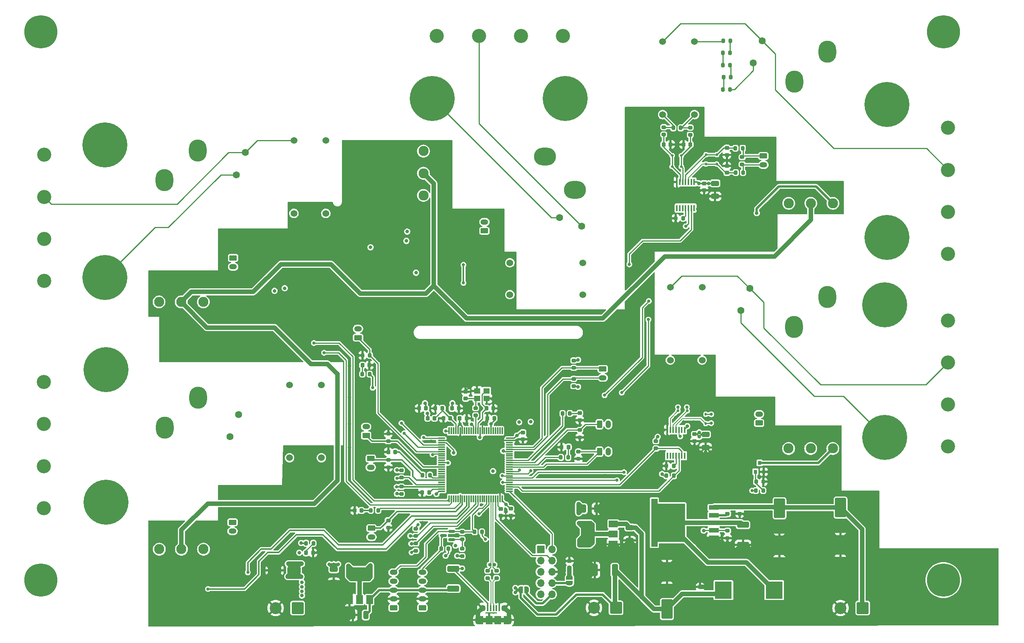
<source format=gbr>
%TF.GenerationSoftware,KiCad,Pcbnew,7.0.5*%
%TF.CreationDate,2023-06-14T16:30:09+07:00*%
%TF.ProjectId,Smart CB STM32 PCB,536d6172-7420-4434-9220-53544d333220,rev?*%
%TF.SameCoordinates,Original*%
%TF.FileFunction,Copper,L1,Top*%
%TF.FilePolarity,Positive*%
%FSLAX46Y46*%
G04 Gerber Fmt 4.6, Leading zero omitted, Abs format (unit mm)*
G04 Created by KiCad (PCBNEW 7.0.5) date 2023-06-14 16:30:09*
%MOMM*%
%LPD*%
G01*
G04 APERTURE LIST*
G04 Aperture macros list*
%AMRoundRect*
0 Rectangle with rounded corners*
0 $1 Rounding radius*
0 $2 $3 $4 $5 $6 $7 $8 $9 X,Y pos of 4 corners*
0 Add a 4 corners polygon primitive as box body*
4,1,4,$2,$3,$4,$5,$6,$7,$8,$9,$2,$3,0*
0 Add four circle primitives for the rounded corners*
1,1,$1+$1,$2,$3*
1,1,$1+$1,$4,$5*
1,1,$1+$1,$6,$7*
1,1,$1+$1,$8,$9*
0 Add four rect primitives between the rounded corners*
20,1,$1+$1,$2,$3,$4,$5,0*
20,1,$1+$1,$4,$5,$6,$7,0*
20,1,$1+$1,$6,$7,$8,$9,0*
20,1,$1+$1,$8,$9,$2,$3,0*%
%AMFreePoly0*
4,1,19,0.500000,-0.750000,0.000000,-0.750000,0.000000,-0.744911,-0.071157,-0.744911,-0.207708,-0.704816,-0.327430,-0.627875,-0.420627,-0.520320,-0.479746,-0.390866,-0.500000,-0.250000,-0.500000,0.250000,-0.479746,0.390866,-0.420627,0.520320,-0.327430,0.627875,-0.207708,0.704816,-0.071157,0.744911,0.000000,0.744911,0.000000,0.750000,0.500000,0.750000,0.500000,-0.750000,0.500000,-0.750000,
$1*%
%AMFreePoly1*
4,1,19,0.000000,0.744911,0.071157,0.744911,0.207708,0.704816,0.327430,0.627875,0.420627,0.520320,0.479746,0.390866,0.500000,0.250000,0.500000,-0.250000,0.479746,-0.390866,0.420627,-0.520320,0.327430,-0.627875,0.207708,-0.704816,0.071157,-0.744911,0.000000,-0.744911,0.000000,-0.750000,-0.500000,-0.750000,-0.500000,0.750000,0.000000,0.750000,0.000000,0.744911,0.000000,0.744911,
$1*%
%AMFreePoly2*
4,1,21,3.838536,5.403536,3.840000,5.400000,3.840000,-5.400000,3.838536,-5.403536,3.835000,-5.405000,2.365000,-5.405000,2.361464,-5.403536,2.360000,-5.400000,2.360000,-4.355000,-3.835000,-4.355000,-3.838536,-4.353536,-3.840000,-4.350000,-3.840000,4.350000,-3.838536,4.353536,-3.835000,4.355000,2.360000,4.355000,2.360000,5.400000,2.361464,5.403536,2.365000,5.405000,3.835000,5.405000,
3.838536,5.403536,3.838536,5.403536,$1*%
G04 Aperture macros list end*
%TA.AperFunction,SMDPad,CuDef*%
%ADD10RoundRect,0.225000X0.250000X-0.225000X0.250000X0.225000X-0.250000X0.225000X-0.250000X-0.225000X0*%
%TD*%
%TA.AperFunction,SMDPad,CuDef*%
%ADD11RoundRect,0.200000X-0.200000X-0.275000X0.200000X-0.275000X0.200000X0.275000X-0.200000X0.275000X0*%
%TD*%
%TA.AperFunction,SMDPad,CuDef*%
%ADD12RoundRect,0.200000X-0.275000X0.200000X-0.275000X-0.200000X0.275000X-0.200000X0.275000X0.200000X0*%
%TD*%
%TA.AperFunction,ComponentPad*%
%ADD13C,2.286000*%
%TD*%
%TA.AperFunction,ComponentPad*%
%ADD14O,4.000000X5.000000*%
%TD*%
%TA.AperFunction,SMDPad,CuDef*%
%ADD15RoundRect,0.112500X0.112500X-0.187500X0.112500X0.187500X-0.112500X0.187500X-0.112500X-0.187500X0*%
%TD*%
%TA.AperFunction,ComponentPad*%
%ADD16C,1.600000*%
%TD*%
%TA.AperFunction,ComponentPad*%
%ADD17C,1.524000*%
%TD*%
%TA.AperFunction,SMDPad,CuDef*%
%ADD18R,3.850000X3.900000*%
%TD*%
%TA.AperFunction,SMDPad,CuDef*%
%ADD19RoundRect,0.225000X-0.225000X-0.250000X0.225000X-0.250000X0.225000X0.250000X-0.225000X0.250000X0*%
%TD*%
%TA.AperFunction,ComponentPad*%
%ADD20C,10.160000*%
%TD*%
%TA.AperFunction,SMDPad,CuDef*%
%ADD21RoundRect,0.218750X-0.218750X-0.256250X0.218750X-0.256250X0.218750X0.256250X-0.218750X0.256250X0*%
%TD*%
%TA.AperFunction,SMDPad,CuDef*%
%ADD22RoundRect,0.225000X-0.250000X0.225000X-0.250000X-0.225000X0.250000X-0.225000X0.250000X0.225000X0*%
%TD*%
%TA.AperFunction,ComponentPad*%
%ADD23O,3.200000X3.200000*%
%TD*%
%TA.AperFunction,SMDPad,CuDef*%
%ADD24RoundRect,0.200000X0.275000X-0.200000X0.275000X0.200000X-0.275000X0.200000X-0.275000X-0.200000X0*%
%TD*%
%TA.AperFunction,SMDPad,CuDef*%
%ADD25RoundRect,0.225000X0.225000X0.250000X-0.225000X0.250000X-0.225000X-0.250000X0.225000X-0.250000X0*%
%TD*%
%TA.AperFunction,ComponentPad*%
%ADD26RoundRect,0.250001X1.099999X1.099999X-1.099999X1.099999X-1.099999X-1.099999X1.099999X-1.099999X0*%
%TD*%
%TA.AperFunction,ComponentPad*%
%ADD27C,2.700000*%
%TD*%
%TA.AperFunction,SMDPad,CuDef*%
%ADD28R,1.500000X2.000000*%
%TD*%
%TA.AperFunction,SMDPad,CuDef*%
%ADD29R,3.800000X2.000000*%
%TD*%
%TA.AperFunction,SMDPad,CuDef*%
%ADD30RoundRect,0.200000X0.200000X0.275000X-0.200000X0.275000X-0.200000X-0.275000X0.200000X-0.275000X0*%
%TD*%
%TA.AperFunction,SMDPad,CuDef*%
%ADD31RoundRect,0.250000X-0.325000X-0.650000X0.325000X-0.650000X0.325000X0.650000X-0.325000X0.650000X0*%
%TD*%
%TA.AperFunction,SMDPad,CuDef*%
%ADD32R,2.000000X1.500000*%
%TD*%
%TA.AperFunction,SMDPad,CuDef*%
%ADD33R,2.000000X3.800000*%
%TD*%
%TA.AperFunction,SMDPad,CuDef*%
%ADD34FreePoly0,0.000000*%
%TD*%
%TA.AperFunction,SMDPad,CuDef*%
%ADD35FreePoly1,0.000000*%
%TD*%
%TA.AperFunction,ComponentPad*%
%ADD36R,1.700000X1.700000*%
%TD*%
%TA.AperFunction,ComponentPad*%
%ADD37O,1.700000X1.700000*%
%TD*%
%TA.AperFunction,SMDPad,CuDef*%
%ADD38RoundRect,0.250000X-0.650000X0.325000X-0.650000X-0.325000X0.650000X-0.325000X0.650000X0.325000X0*%
%TD*%
%TA.AperFunction,ComponentPad*%
%ADD39RoundRect,0.250000X-0.625000X0.350000X-0.625000X-0.350000X0.625000X-0.350000X0.625000X0.350000X0*%
%TD*%
%TA.AperFunction,ComponentPad*%
%ADD40O,1.750000X1.200000*%
%TD*%
%TA.AperFunction,SMDPad,CuDef*%
%ADD41RoundRect,0.250000X-1.075000X0.425000X-1.075000X-0.425000X1.075000X-0.425000X1.075000X0.425000X0*%
%TD*%
%TA.AperFunction,ComponentPad*%
%ADD42RoundRect,0.250000X0.625000X-0.350000X0.625000X0.350000X-0.625000X0.350000X-0.625000X-0.350000X0*%
%TD*%
%TA.AperFunction,SMDPad,CuDef*%
%ADD43R,0.400000X1.350000*%
%TD*%
%TA.AperFunction,ComponentPad*%
%ADD44O,1.200000X1.900000*%
%TD*%
%TA.AperFunction,SMDPad,CuDef*%
%ADD45R,1.200000X1.900000*%
%TD*%
%TA.AperFunction,ComponentPad*%
%ADD46C,1.450000*%
%TD*%
%TA.AperFunction,SMDPad,CuDef*%
%ADD47R,1.500000X1.900000*%
%TD*%
%TA.AperFunction,SMDPad,CuDef*%
%ADD48RoundRect,0.250000X1.000000X-1.950000X1.000000X1.950000X-1.000000X1.950000X-1.000000X-1.950000X0*%
%TD*%
%TA.AperFunction,ComponentPad*%
%ADD49C,7.500000*%
%TD*%
%TA.AperFunction,SMDPad,CuDef*%
%ADD50R,2.160000X1.070000*%
%TD*%
%TA.AperFunction,SMDPad,CuDef*%
%ADD51FreePoly2,180.000000*%
%TD*%
%TA.AperFunction,SMDPad,CuDef*%
%ADD52RoundRect,0.250000X0.325000X0.650000X-0.325000X0.650000X-0.325000X-0.650000X0.325000X-0.650000X0*%
%TD*%
%TA.AperFunction,SMDPad,CuDef*%
%ADD53R,0.450000X1.475000*%
%TD*%
%TA.AperFunction,ComponentPad*%
%ADD54RoundRect,0.250000X-0.350000X-0.625000X0.350000X-0.625000X0.350000X0.625000X-0.350000X0.625000X0*%
%TD*%
%TA.AperFunction,ComponentPad*%
%ADD55O,1.200000X1.750000*%
%TD*%
%TA.AperFunction,SMDPad,CuDef*%
%ADD56RoundRect,0.075000X-0.075000X0.725000X-0.075000X-0.725000X0.075000X-0.725000X0.075000X0.725000X0*%
%TD*%
%TA.AperFunction,SMDPad,CuDef*%
%ADD57RoundRect,0.075000X-0.725000X0.075000X-0.725000X-0.075000X0.725000X-0.075000X0.725000X0.075000X0*%
%TD*%
%TA.AperFunction,SMDPad,CuDef*%
%ADD58RoundRect,0.250000X1.075000X-0.425000X1.075000X0.425000X-1.075000X0.425000X-1.075000X-0.425000X0*%
%TD*%
%TA.AperFunction,SMDPad,CuDef*%
%ADD59RoundRect,0.218750X0.218750X0.256250X-0.218750X0.256250X-0.218750X-0.256250X0.218750X-0.256250X0*%
%TD*%
%TA.AperFunction,SMDPad,CuDef*%
%ADD60RoundRect,0.250000X-1.000000X1.950000X-1.000000X-1.950000X1.000000X-1.950000X1.000000X1.950000X0*%
%TD*%
%TA.AperFunction,SMDPad,CuDef*%
%ADD61RoundRect,0.250000X1.250000X0.550000X-1.250000X0.550000X-1.250000X-0.550000X1.250000X-0.550000X0*%
%TD*%
%TA.AperFunction,SMDPad,CuDef*%
%ADD62RoundRect,0.150000X0.587500X0.150000X-0.587500X0.150000X-0.587500X-0.150000X0.587500X-0.150000X0*%
%TD*%
%TA.AperFunction,SMDPad,CuDef*%
%ADD63R,0.800000X0.900000*%
%TD*%
%TA.AperFunction,SMDPad,CuDef*%
%ADD64RoundRect,0.218750X0.256250X-0.218750X0.256250X0.218750X-0.256250X0.218750X-0.256250X-0.218750X0*%
%TD*%
%TA.AperFunction,SMDPad,CuDef*%
%ADD65R,1.400000X1.200000*%
%TD*%
%TA.AperFunction,SMDPad,CuDef*%
%ADD66FreePoly0,270.000000*%
%TD*%
%TA.AperFunction,SMDPad,CuDef*%
%ADD67FreePoly1,270.000000*%
%TD*%
%TA.AperFunction,SMDPad,CuDef*%
%ADD68RoundRect,0.112500X0.187500X0.112500X-0.187500X0.112500X-0.187500X-0.112500X0.187500X-0.112500X0*%
%TD*%
%TA.AperFunction,ComponentPad*%
%ADD69O,5.000000X4.000000*%
%TD*%
%TA.AperFunction,SMDPad,CuDef*%
%ADD70RoundRect,0.112500X-0.187500X-0.112500X0.187500X-0.112500X0.187500X0.112500X-0.187500X0.112500X0*%
%TD*%
%TA.AperFunction,SMDPad,CuDef*%
%ADD71RoundRect,0.250000X0.650000X-0.325000X0.650000X0.325000X-0.650000X0.325000X-0.650000X-0.325000X0*%
%TD*%
%TA.AperFunction,SMDPad,CuDef*%
%ADD72RoundRect,0.112500X-0.112500X0.187500X-0.112500X-0.187500X0.112500X-0.187500X0.112500X0.187500X0*%
%TD*%
%TA.AperFunction,SMDPad,CuDef*%
%ADD73RoundRect,0.250000X0.425000X1.075000X-0.425000X1.075000X-0.425000X-1.075000X0.425000X-1.075000X0*%
%TD*%
%TA.AperFunction,ViaPad*%
%ADD74C,0.800000*%
%TD*%
%TA.AperFunction,ViaPad*%
%ADD75C,0.700000*%
%TD*%
%TA.AperFunction,Conductor*%
%ADD76C,0.250000*%
%TD*%
%TA.AperFunction,Conductor*%
%ADD77C,0.300000*%
%TD*%
%TA.AperFunction,Conductor*%
%ADD78C,1.000000*%
%TD*%
%TA.AperFunction,Conductor*%
%ADD79C,0.500000*%
%TD*%
%TA.AperFunction,Conductor*%
%ADD80C,0.200000*%
%TD*%
G04 APERTURE END LIST*
D10*
%TO.P,C5,1*%
%TO.N,+3.3V*%
X172460000Y-149218700D03*
%TO.P,C5,2*%
%TO.N,GND*%
X172460000Y-147668700D03*
%TD*%
D11*
%TO.P,R84,1*%
%TO.N,Net-(R83-Pad1)*%
X207275000Y-38300000D03*
%TO.P,R84,2*%
%TO.N,Net-(R84-Pad2)*%
X208925000Y-38300000D03*
%TD*%
D10*
%TO.P,C60,1*%
%TO.N,+5V*%
X202000000Y-155088700D03*
%TO.P,C60,2*%
%TO.N,GND*%
X202000000Y-153538700D03*
%TD*%
D12*
%TO.P,R26,1*%
%TO.N,/Button6*%
X131500000Y-138500000D03*
%TO.P,R26,2*%
%TO.N,GND*%
X131500000Y-140150000D03*
%TD*%
D13*
%TO.P,U31,1,1(-)*%
%TO.N,Net-(D35-A)*%
X79750000Y-145000000D03*
%TO.P,U31,2,2(+)*%
%TO.N,+12V*%
X84750000Y-145000000D03*
%TO.P,U31,3,3(-)*%
%TO.N,Net-(D38-A)*%
X89750000Y-145000000D03*
D14*
%TO.P,U31,4,4*%
%TO.N,Net-(J29-Pin_1)*%
X88500000Y-110750000D03*
%TO.P,U31,5,5*%
%TO.N,/energy sensor4/Lout5*%
X81000000Y-117500000D03*
%TD*%
D15*
%TO.P,D30,1,K*%
%TO.N,/energy sensor3/IP*%
X205800000Y-57900000D03*
%TO.P,D30,2,A*%
%TO.N,/energy sensor3/IN*%
X205800000Y-55800000D03*
%TD*%
D12*
%TO.P,R61,1*%
%TO.N,+3.3V*%
X134500000Y-127175000D03*
%TO.P,R61,2*%
%TO.N,/TX3*%
X134500000Y-128825000D03*
%TD*%
D16*
%TO.P,RV1,1*%
%TO.N,/energy sensor/Lin1*%
X170250000Y-70000000D03*
%TO.P,RV1,2*%
%TO.N,/energy sensor/N1*%
X175250000Y-72000000D03*
%TD*%
D17*
%TO.P,U14,1,In1*%
%TO.N,/energy sensor1/N2*%
X110188000Y-52588700D03*
%TO.P,U14,2,In2*%
%TO.N,Net-(U14-In2)*%
X117388000Y-52588700D03*
%TO.P,U14,3,Out1*%
%TO.N,Net-(U14-Out1)*%
X117388000Y-69088700D03*
%TO.P,U14,4,Out2*%
%TO.N,Net-(U14-Out2)*%
X110188000Y-69088700D03*
%TD*%
D18*
%TO.P,L1,1,1*%
%TO.N,Net-(D41-K)*%
X218750000Y-154250000D03*
%TO.P,L1,2,2*%
%TO.N,+5V*%
X207250000Y-154250000D03*
%TD*%
D19*
%TO.P,C16,1*%
%TO.N,+3.3V*%
X145910000Y-113168700D03*
%TO.P,C16,2*%
%TO.N,GND*%
X147460000Y-113168700D03*
%TD*%
D12*
%TO.P,R27,1*%
%TO.N,/Button5*%
X174800000Y-118060000D03*
%TO.P,R27,2*%
%TO.N,GND*%
X174800000Y-119710000D03*
%TD*%
D20*
%TO.P,J16,1,Pin_1*%
%TO.N,/energy sensor/Lin1*%
X141460000Y-43130000D03*
%TD*%
%TO.P,J25,1,Pin_1*%
%TO.N,/energy sensor3/Lin4*%
X244250000Y-74500000D03*
%TD*%
D21*
%TO.P,D10,1,K*%
%TO.N,GND*%
X123893749Y-136250000D03*
%TO.P,D10,2,A*%
%TO.N,Net-(D10-A)*%
X125468749Y-136250000D03*
%TD*%
D22*
%TO.P,C18,1*%
%TO.N,+3.3V*%
X159210000Y-135843700D03*
%TO.P,C18,2*%
%TO.N,GND*%
X159210000Y-137393700D03*
%TD*%
D23*
%TO.P,U3,1,1*%
%TO.N,/energy sensor4/Lout5*%
X53653000Y-107213700D03*
%TO.P,U3,2,2*%
%TO.N,/energy sensor4/N5*%
X53653000Y-116713700D03*
%TO.P,U3,3,3*%
X53653000Y-126213700D03*
%TO.P,U3,4,4*%
%TO.N,/energy sensor4/Lin5*%
X53653000Y-135713700D03*
%TD*%
D24*
%TO.P,R87,1*%
%TO.N,Net-(J24-Pin_2)*%
X211500000Y-58000000D03*
%TO.P,R87,2*%
%TO.N,Net-(J24-Pin_1)*%
X211500000Y-56350000D03*
%TD*%
D20*
%TO.P,J28,1,Pin_1*%
%TO.N,/energy sensor4/Lin5*%
X67688000Y-134388700D03*
%TD*%
D25*
%TO.P,C6,1*%
%TO.N,GND*%
X155260000Y-113168700D03*
%TO.P,C6,2*%
%TO.N,Net-(U2-PH0)*%
X153710000Y-113168700D03*
%TD*%
D26*
%TO.P,J2,1,Pin_1*%
%TO.N,+5V*%
X183000000Y-158250000D03*
D27*
%TO.P,J2,2,Pin_2*%
%TO.N,GND*%
X178000000Y-158250000D03*
%TD*%
D28*
%TO.P,U34,1,GND*%
%TO.N,GND*%
X122700000Y-156400000D03*
%TO.P,U34,2,VO*%
%TO.N,+3.3V*%
X125000000Y-156400000D03*
D29*
X125000000Y-150100000D03*
D28*
%TO.P,U34,3,VI*%
%TO.N,+5V*%
X127300000Y-156400000D03*
%TD*%
D30*
%TO.P,R16,1*%
%TO.N,/LED6*%
X129218750Y-136212500D03*
%TO.P,R16,2*%
%TO.N,Net-(D10-A)*%
X127568750Y-136212500D03*
%TD*%
D13*
%TO.P,U16,1,1(-)*%
%TO.N,Net-(D17-A)*%
X79688000Y-89088700D03*
%TO.P,U16,2,2(+)*%
%TO.N,+12V*%
X84688000Y-89088700D03*
%TO.P,U16,3,3(-)*%
%TO.N,Net-(D20-A)*%
X89688000Y-89088700D03*
D14*
%TO.P,U16,4,4*%
%TO.N,Net-(J20-Pin_1)*%
X88438000Y-54838700D03*
%TO.P,U16,5,5*%
%TO.N,/energy sensor1/Lout2*%
X80938000Y-61588700D03*
%TD*%
D22*
%TO.P,C17,1*%
%TO.N,+3.3V*%
X161960000Y-118618700D03*
%TO.P,C17,2*%
%TO.N,GND*%
X161960000Y-120168700D03*
%TD*%
D31*
%TO.P,C58,1*%
%TO.N,+3.3V*%
X175662500Y-135850000D03*
%TO.P,C58,2*%
%TO.N,GND*%
X178612500Y-135850000D03*
%TD*%
D30*
%TO.P,R20,1*%
%TO.N,/Button2*%
X127325000Y-101175000D03*
%TO.P,R20,2*%
%TO.N,GND*%
X125675000Y-101175000D03*
%TD*%
D25*
%TO.P,C45,1*%
%TO.N,/energy sensor3/VP*%
X199800000Y-53500000D03*
%TO.P,C45,2*%
%TO.N,GND*%
X198250000Y-53500000D03*
%TD*%
%TO.P,C46,1*%
%TO.N,GND*%
X195325000Y-53500000D03*
%TO.P,C46,2*%
%TO.N,/energy sensor3/VN*%
X193775000Y-53500000D03*
%TD*%
D30*
%TO.P,R19,1*%
%TO.N,+5V*%
X145110000Y-144918700D03*
%TO.P,R19,2*%
%TO.N,/TXD*%
X143460000Y-144918700D03*
%TD*%
D32*
%TO.P,U33,1,GND*%
%TO.N,GND*%
X182362500Y-143900000D03*
%TO.P,U33,2,VO*%
%TO.N,+3.3V*%
X182362500Y-141600000D03*
D33*
X176062500Y-141600000D03*
D32*
%TO.P,U33,3,VI*%
%TO.N,+5V*%
X182362500Y-139300000D03*
%TD*%
D16*
%TO.P,RV4,1*%
%TO.N,/energy sensor3/Lin4*%
X214025000Y-35050000D03*
%TO.P,RV4,2*%
%TO.N,/energy sensor3/N4*%
X216025000Y-30050000D03*
%TD*%
D34*
%TO.P,JP1,1,A*%
%TO.N,+5V*%
X161450000Y-154168700D03*
D35*
%TO.P,JP1,2,B*%
%TO.N,Net-(J4-Pin_10)*%
X162750000Y-154168700D03*
%TD*%
D24*
%TO.P,R17,1*%
%TO.N,Net-(Q1-B)*%
X148210000Y-142743700D03*
%TO.P,R17,2*%
%TO.N,/UART1_TX*%
X148210000Y-141093700D03*
%TD*%
D22*
%TO.P,C7,1*%
%TO.N,GND*%
X149010000Y-109368700D03*
%TO.P,C7,2*%
%TO.N,Net-(C7-Pad2)*%
X149010000Y-110918700D03*
%TD*%
D10*
%TO.P,C43,1*%
%TO.N,/energy sensor3/IP*%
X208050000Y-59900000D03*
%TO.P,C43,2*%
%TO.N,GND*%
X208050000Y-58350000D03*
%TD*%
D24*
%TO.P,R114,1*%
%TO.N,+3.3V*%
X137750000Y-145350000D03*
%TO.P,R114,2*%
%TO.N,/RX6*%
X137750000Y-143700000D03*
%TD*%
D22*
%TO.P,C55,1*%
%TO.N,+12V*%
X208200000Y-135450000D03*
%TO.P,C55,2*%
%TO.N,Net-(U35-VC)*%
X208200000Y-137000000D03*
%TD*%
D36*
%TO.P,J4,1,Pin_1*%
%TO.N,unconnected-(J4-Pin_1-Pad1)*%
X165960000Y-145048700D03*
D37*
%TO.P,J4,2,Pin_2*%
%TO.N,/SWCLK*%
X168500000Y-145048700D03*
%TO.P,J4,3,Pin_3*%
%TO.N,unconnected-(J4-Pin_3-Pad3)*%
X165960000Y-147588700D03*
%TO.P,J4,4,Pin_4*%
%TO.N,/SWDIO*%
X168500000Y-147588700D03*
%TO.P,J4,5,Pin_5*%
%TO.N,unconnected-(J4-Pin_5-Pad5)*%
X165960000Y-150128700D03*
%TO.P,J4,6,Pin_6*%
%TO.N,GND*%
X168500000Y-150128700D03*
%TO.P,J4,7,Pin_7*%
%TO.N,unconnected-(J4-Pin_7-Pad7)*%
X165960000Y-152668700D03*
%TO.P,J4,8,Pin_8*%
%TO.N,Net-(J4-Pin_8)*%
X168500000Y-152668700D03*
%TO.P,J4,9,Pin_9*%
%TO.N,unconnected-(J4-Pin_9-Pad9)*%
X165960000Y-155208700D03*
%TO.P,J4,10,Pin_10*%
%TO.N,Net-(J4-Pin_10)*%
X168500000Y-155208700D03*
%TD*%
D38*
%TO.P,C59,1*%
%TO.N,+3.3V*%
X119200000Y-149554500D03*
%TO.P,C59,2*%
%TO.N,GND*%
X119200000Y-152504500D03*
%TD*%
D39*
%TO.P,J8,1,Pin_1*%
%TO.N,/I2C1_SDA*%
X179975000Y-104250000D03*
D40*
%TO.P,J8,2,Pin_2*%
%TO.N,/I2C1_SCL*%
X179975000Y-106250000D03*
%TD*%
D23*
%TO.P,U7,1,1*%
%TO.N,/energy sensor2/Lin3*%
X258050000Y-121775000D03*
%TO.P,U7,2,2*%
%TO.N,/energy sensor2/N3*%
X258050000Y-112275000D03*
%TO.P,U7,3,3*%
X258050000Y-102775000D03*
%TO.P,U7,4,4*%
%TO.N,/energy sensor2/Lout3*%
X258050000Y-93275000D03*
%TD*%
D39*
%TO.P,J18,1,Pin_1*%
%TO.N,Net-(J18-Pin_1)*%
X96438000Y-79150700D03*
D40*
%TO.P,J18,2,Pin_2*%
%TO.N,Net-(J18-Pin_2)*%
X96438000Y-81150700D03*
%TD*%
D41*
%TO.P,D41,1,K*%
%TO.N,Net-(D41-K)*%
X211700000Y-139500000D03*
%TO.P,D41,2,A*%
%TO.N,GND*%
X211700000Y-144000000D03*
%TD*%
D42*
%TO.P,J30,1,Pin_1*%
%TO.N,/Button2*%
X124675000Y-97175000D03*
D40*
%TO.P,J30,2,Pin_2*%
%TO.N,+3.3V*%
X124675000Y-95175000D03*
%TD*%
D43*
%TO.P,J5,1,VBUS*%
%TO.N,/VddUSB*%
X154000000Y-158308700D03*
%TO.P,J5,2,D-*%
%TO.N,/D_N*%
X154650000Y-158308700D03*
%TO.P,J5,3,D+*%
%TO.N,/D_P*%
X155300000Y-158308700D03*
%TO.P,J5,4,ID*%
%TO.N,unconnected-(J5-ID-Pad4)*%
X155950000Y-158308700D03*
%TO.P,J5,5,GND*%
%TO.N,GND*%
X156600000Y-158308700D03*
D44*
%TO.P,J5,6,Shield*%
X151800000Y-161008700D03*
D45*
X152400000Y-161008700D03*
D46*
X152800000Y-158308700D03*
D47*
X154300000Y-161008700D03*
X156300000Y-161008700D03*
D46*
X157800000Y-158308700D03*
D45*
X158200000Y-161008700D03*
D44*
X158800000Y-161008700D03*
%TD*%
D42*
%TO.P,J15,1,Pin_1*%
%TO.N,Net-(J15-Pin_1)*%
X153250000Y-73025000D03*
D40*
%TO.P,J15,2,Pin_2*%
%TO.N,Net-(J15-Pin_2)*%
X153250000Y-71025000D03*
%TD*%
D24*
%TO.P,R60,1*%
%TO.N,+3.3V*%
X134500000Y-132500000D03*
%TO.P,R60,2*%
%TO.N,/RX3*%
X134500000Y-130850000D03*
%TD*%
D42*
%TO.P,J13,1,Pin_1*%
%TO.N,/Wifi_button*%
X126500000Y-119300000D03*
D40*
%TO.P,J13,2,Pin_2*%
%TO.N,+3.3V*%
X126500000Y-117300000D03*
%TD*%
D24*
%TO.P,R14,1*%
%TO.N,/I2C1_SDA*%
X173425000Y-104000000D03*
%TO.P,R14,2*%
%TO.N,+3.3V*%
X173425000Y-102350000D03*
%TD*%
D42*
%TO.P,J6,1,Pin_1*%
%TO.N,+3.3V*%
X132710000Y-158250000D03*
D40*
%TO.P,J6,2,Pin_2*%
%TO.N,GND*%
X132710000Y-156250000D03*
%TO.P,J6,3,Pin_3*%
%TO.N,+5V*%
X132710000Y-154250000D03*
%TO.P,J6,4,Pin_4*%
%TO.N,/UART1_RX*%
X132710000Y-152250000D03*
%TO.P,J6,5,Pin_5*%
%TO.N,/UART1_TX*%
X132710000Y-150250000D03*
%TD*%
D39*
%TO.P,J27,1,Pin_1*%
%TO.N,Net-(J27-Pin_1)*%
X96300000Y-138925000D03*
D40*
%TO.P,J27,2,Pin_2*%
%TO.N,Net-(J27-Pin_2)*%
X96300000Y-140925000D03*
%TD*%
D48*
%TO.P,C61,1*%
%TO.N,+5V*%
X194500000Y-158538700D03*
%TO.P,C61,2*%
%TO.N,GND*%
X194500000Y-150138700D03*
%TD*%
D39*
%TO.P,J12,1,Pin_1*%
%TO.N,/Button6*%
X127718750Y-140250000D03*
D40*
%TO.P,J12,2,Pin_2*%
%TO.N,+3.3V*%
X127718750Y-142250000D03*
%TD*%
D49*
%TO.P,H4,1*%
%TO.N,N/C*%
X257000000Y-28000000D03*
%TD*%
D16*
%TO.P,RV5,1*%
%TO.N,/energy sensor4/Lin5*%
X95688000Y-119588700D03*
%TO.P,RV5,2*%
%TO.N,/energy sensor4/N5*%
X97688000Y-114588700D03*
%TD*%
D22*
%TO.P,C54,1*%
%TO.N,+12V*%
X210950000Y-135450000D03*
%TO.P,C54,2*%
%TO.N,GND*%
X210950000Y-137000000D03*
%TD*%
D17*
%TO.P,U9,1,In1*%
%TO.N,/energy sensor/N1*%
X175500000Y-80250000D03*
%TO.P,U9,2,In2*%
%TO.N,Net-(U9-In2)*%
X175500000Y-87450000D03*
%TO.P,U9,3,Out1*%
%TO.N,Net-(U9-Out1)*%
X159000000Y-87450000D03*
%TO.P,U9,4,Out2*%
%TO.N,Net-(U9-Out2)*%
X159000000Y-80250000D03*
%TD*%
%TO.P,U24,1,In1*%
%TO.N,/energy sensor3/N4*%
X193525000Y-30250000D03*
%TO.P,U24,2,In2*%
%TO.N,Net-(U24-In2)*%
X200725000Y-30250000D03*
%TO.P,U24,3,Out1*%
%TO.N,Net-(U24-Out1)*%
X200725000Y-46750000D03*
%TO.P,U24,4,Out2*%
%TO.N,Net-(U24-Out2)*%
X193525000Y-46750000D03*
%TD*%
D42*
%TO.P,J7,1,Pin_1*%
%TO.N,+3.3V*%
X139210000Y-158250000D03*
D40*
%TO.P,J7,2,Pin_2*%
%TO.N,GND*%
X139210000Y-156250000D03*
%TO.P,J7,3,Pin_3*%
%TO.N,+5V*%
X139210000Y-154250000D03*
%TO.P,J7,4,Pin_4*%
%TO.N,/RXD*%
X139210000Y-152250000D03*
%TO.P,J7,5,Pin_5*%
%TO.N,/TXD*%
X139210000Y-150250000D03*
%TD*%
D20*
%TO.P,J20,1,Pin_1*%
%TO.N,Net-(J20-Pin_1)*%
X67438000Y-53588700D03*
%TD*%
D10*
%TO.P,C35,1*%
%TO.N,GND*%
X200750000Y-120550000D03*
%TO.P,C35,2*%
%TO.N,+3.3V*%
X200750000Y-119000000D03*
%TD*%
D50*
%TO.P,U35,1,GND*%
%TO.N,GND*%
X205085000Y-142400000D03*
%TO.P,U35,2,FB*%
%TO.N,Net-(U35-FB)*%
X205085000Y-140700000D03*
%TO.P,U35,3,SW*%
%TO.N,Net-(D41-K)*%
X205085000Y-139000000D03*
D51*
%TO.P,U35,3.1,SW*%
X194750000Y-139000000D03*
D50*
%TO.P,U35,4,VC*%
%TO.N,Net-(U35-VC)*%
X205085000Y-137300000D03*
%TO.P,U35,5,VIN*%
%TO.N,+12V*%
X205085000Y-135600000D03*
%TD*%
D30*
%TO.P,R93,1*%
%TO.N,Net-(U24-Out1)*%
X197600000Y-49750000D03*
%TO.P,R93,2*%
%TO.N,Net-(U24-Out2)*%
X195950000Y-49750000D03*
%TD*%
D52*
%TO.P,C57,1*%
%TO.N,+5V*%
X126425000Y-159895000D03*
%TO.P,C57,2*%
%TO.N,GND*%
X123475000Y-159895000D03*
%TD*%
D53*
%TO.P,U23,1,VDD*%
%TO.N,+3.3V*%
X200650000Y-62000000D03*
%TO.P,U23,2,VT*%
%TO.N,unconnected-(U23-VT-Pad2)*%
X200000000Y-62000000D03*
%TO.P,U23,3,IP1*%
%TO.N,/energy sensor3/IP*%
X199350000Y-62000000D03*
%TO.P,U23,4,IN1*%
%TO.N,/energy sensor3/IN*%
X198700000Y-62000000D03*
%TO.P,U23,5,VP*%
%TO.N,/energy sensor3/VP*%
X198050000Y-62000000D03*
%TO.P,U23,6,VN*%
%TO.N,/energy sensor3/VN*%
X197400000Y-62000000D03*
%TO.P,U23,7,GND*%
%TO.N,GND*%
X196750000Y-62000000D03*
%TO.P,U23,8,ZX*%
%TO.N,unconnected-(U23-ZX-Pad8)*%
X196750000Y-67876000D03*
%TO.P,U23,9,CF*%
%TO.N,unconnected-(U23-CF-Pad9)*%
X197400000Y-67876000D03*
%TO.P,U23,10,SEL*%
%TO.N,unconnected-(U23-SEL-Pad10)*%
X198050000Y-67876000D03*
%TO.P,U23,11,SCLK*%
%TO.N,Net-(U23-SCLK)*%
X198700000Y-67876000D03*
%TO.P,U23,12,RX/SDI*%
%TO.N,/TX5*%
X199350000Y-67876000D03*
%TO.P,U23,13,TX/SDO*%
%TO.N,/RX5*%
X200000000Y-67876000D03*
%TO.P,U23,14,VPP*%
%TO.N,unconnected-(U23-VPP-Pad14)*%
X200650000Y-67876000D03*
%TD*%
D10*
%TO.P,C44,1*%
%TO.N,GND*%
X208050000Y-55850000D03*
%TO.P,C44,2*%
%TO.N,/energy sensor3/IN*%
X208050000Y-54300000D03*
%TD*%
D12*
%TO.P,R94,1*%
%TO.N,Net-(U24-Out1)*%
X199775000Y-49675000D03*
%TO.P,R94,2*%
%TO.N,/energy sensor3/VP*%
X199775000Y-51325000D03*
%TD*%
D25*
%TO.P,C22,1*%
%TO.N,+3.3V*%
X140010000Y-113168700D03*
%TO.P,C22,2*%
%TO.N,GND*%
X138460000Y-113168700D03*
%TD*%
D39*
%TO.P,J9,1,Pin_1*%
%TO.N,/Button3*%
X127550000Y-124500000D03*
D40*
%TO.P,J9,2,Pin_2*%
%TO.N,+3.3V*%
X127550000Y-126500000D03*
%TD*%
D23*
%TO.P,U6,1,1*%
%TO.N,/energy sensor3/Lin4*%
X258050000Y-78250000D03*
%TO.P,U6,2,2*%
%TO.N,/energy sensor3/N4*%
X258050000Y-68750000D03*
%TO.P,U6,3,3*%
X258050000Y-59250000D03*
%TO.P,U6,4,4*%
%TO.N,/energy sensor3/Lout4*%
X258050000Y-49750000D03*
%TD*%
D54*
%TO.P,J11,1,Pin_1*%
%TO.N,/Button5*%
X179250000Y-116750000D03*
D55*
%TO.P,J11,2,Pin_2*%
%TO.N,+3.3V*%
X181250000Y-116750000D03*
%TD*%
D53*
%TO.P,U18,1,VDD*%
%TO.N,+3.3V*%
X198500000Y-118000000D03*
%TO.P,U18,2,VT*%
%TO.N,unconnected-(U18-VT-Pad2)*%
X197850000Y-118000000D03*
%TO.P,U18,3,IP1*%
%TO.N,/energy sensor2/IP*%
X197200000Y-118000000D03*
%TO.P,U18,4,IN1*%
%TO.N,/energy sensor2/IN*%
X196550000Y-118000000D03*
%TO.P,U18,5,VP*%
%TO.N,/energy sensor2/VP*%
X195900000Y-118000000D03*
%TO.P,U18,6,VN*%
%TO.N,/energy sensor2/VN*%
X195250000Y-118000000D03*
%TO.P,U18,7,GND*%
%TO.N,GND*%
X194600000Y-118000000D03*
%TO.P,U18,8,ZX*%
%TO.N,unconnected-(U18-ZX-Pad8)*%
X194600000Y-123876000D03*
%TO.P,U18,9,CF*%
%TO.N,unconnected-(U18-CF-Pad9)*%
X195250000Y-123876000D03*
%TO.P,U18,10,SEL*%
%TO.N,unconnected-(U18-SEL-Pad10)*%
X195900000Y-123876000D03*
%TO.P,U18,11,SCLK*%
%TO.N,Net-(U18-SCLK)*%
X196550000Y-123876000D03*
%TO.P,U18,12,RX/SDI*%
%TO.N,/TX4*%
X197200000Y-123876000D03*
%TO.P,U18,13,TX/SDO*%
%TO.N,/RX4*%
X197850000Y-123876000D03*
%TO.P,U18,14,VPP*%
%TO.N,unconnected-(U18-VPP-Pad14)*%
X198500000Y-123876000D03*
%TD*%
D12*
%TO.P,R3,1*%
%TO.N,/D+*%
X155975000Y-149878700D03*
%TO.P,R3,2*%
%TO.N,/D_P*%
X155975000Y-151528700D03*
%TD*%
D23*
%TO.P,U5,1,1*%
%TO.N,/energy sensor/Lout1*%
X171000000Y-29000000D03*
%TO.P,U5,2,2*%
%TO.N,/energy sensor/N1*%
X161500000Y-29000000D03*
%TO.P,U5,3,3*%
X152000000Y-29000000D03*
%TO.P,U5,4,4*%
%TO.N,/energy sensor/Lin1*%
X142500000Y-29000000D03*
%TD*%
D17*
%TO.P,U19,1,In1*%
%TO.N,/energy sensor2/N3*%
X195250000Y-85750000D03*
%TO.P,U19,2,In2*%
%TO.N,Net-(U19-In2)*%
X202450000Y-85750000D03*
%TO.P,U19,3,Out1*%
%TO.N,Net-(U19-Out1)*%
X202450000Y-102250000D03*
%TO.P,U19,4,Out2*%
%TO.N,Net-(U19-Out2)*%
X195250000Y-102250000D03*
%TD*%
D12*
%TO.P,R4,1*%
%TO.N,/D-*%
X153975000Y-149878700D03*
%TO.P,R4,2*%
%TO.N,/D_N*%
X153975000Y-151528700D03*
%TD*%
D56*
%TO.P,U2,1,PE2*%
%TO.N,unconnected-(U2-PE2-Pad1)*%
X157250000Y-118238700D03*
%TO.P,U2,2,PE3*%
%TO.N,unconnected-(U2-PE3-Pad2)*%
X156750000Y-118238700D03*
%TO.P,U2,3,PE4*%
%TO.N,unconnected-(U2-PE4-Pad3)*%
X156250000Y-118238700D03*
%TO.P,U2,4,PE5*%
%TO.N,unconnected-(U2-PE5-Pad4)*%
X155750000Y-118238700D03*
%TO.P,U2,5,PE6*%
%TO.N,unconnected-(U2-PE6-Pad5)*%
X155250000Y-118238700D03*
%TO.P,U2,6,VBAT*%
%TO.N,+3.3V*%
X154750000Y-118238700D03*
%TO.P,U2,7,PC13*%
%TO.N,unconnected-(U2-PC13-Pad7)*%
X154250000Y-118238700D03*
%TO.P,U2,8,PC14*%
%TO.N,unconnected-(U2-PC14-Pad8)*%
X153750000Y-118238700D03*
%TO.P,U2,9,PC15*%
%TO.N,unconnected-(U2-PC15-Pad9)*%
X153250000Y-118238700D03*
%TO.P,U2,10,VSS*%
%TO.N,GND*%
X152750000Y-118238700D03*
%TO.P,U2,11,VDD*%
%TO.N,+3.3V*%
X152250000Y-118238700D03*
%TO.P,U2,12,PH0*%
%TO.N,Net-(U2-PH0)*%
X151750000Y-118238700D03*
%TO.P,U2,13,PH1*%
%TO.N,Net-(U2-PH1)*%
X151250000Y-118238700D03*
%TO.P,U2,14,NRST*%
%TO.N,Net-(U2-NRST)*%
X150750000Y-118238700D03*
%TO.P,U2,15,PC0*%
%TO.N,unconnected-(U2-PC0-Pad15)*%
X150250000Y-118238700D03*
%TO.P,U2,16,PC1*%
%TO.N,unconnected-(U2-PC1-Pad16)*%
X149750000Y-118238700D03*
%TO.P,U2,17,PC2*%
%TO.N,unconnected-(U2-PC2-Pad17)*%
X149250000Y-118238700D03*
%TO.P,U2,18,PC3*%
%TO.N,unconnected-(U2-PC3-Pad18)*%
X148750000Y-118238700D03*
%TO.P,U2,19,VDD*%
%TO.N,+3.3V*%
X148250000Y-118238700D03*
%TO.P,U2,20,VSSA*%
%TO.N,GND*%
X147750000Y-118238700D03*
%TO.P,U2,21,VREF+*%
%TO.N,+3.3V*%
X147250000Y-118238700D03*
%TO.P,U2,22,VDDA*%
%TO.N,+3.3VA*%
X146750000Y-118238700D03*
%TO.P,U2,23,PA0*%
%TO.N,unconnected-(U2-PA0-Pad23)*%
X146250000Y-118238700D03*
%TO.P,U2,24,PA1*%
%TO.N,unconnected-(U2-PA1-Pad24)*%
X145750000Y-118238700D03*
%TO.P,U2,25,PA2*%
%TO.N,/TX2*%
X145250000Y-118238700D03*
D57*
%TO.P,U2,26,PA3*%
%TO.N,/RX2*%
X143575000Y-119913700D03*
%TO.P,U2,27,VSS*%
%TO.N,GND*%
X143575000Y-120413700D03*
%TO.P,U2,28,VDD*%
%TO.N,+3.3V*%
X143575000Y-120913700D03*
%TO.P,U2,29,PA4*%
%TO.N,/B2*%
X143575000Y-121413700D03*
%TO.P,U2,30,PA5*%
%TO.N,/A2*%
X143575000Y-121913700D03*
%TO.P,U2,31,PA6*%
%TO.N,unconnected-(U2-PA6-Pad31)*%
X143575000Y-122413700D03*
%TO.P,U2,32,PA7*%
%TO.N,/Button2*%
X143575000Y-122913700D03*
%TO.P,U2,33,PC4*%
%TO.N,/LED2*%
X143575000Y-123413700D03*
%TO.P,U2,34,PC5*%
%TO.N,unconnected-(U2-PC5-Pad34)*%
X143575000Y-123913700D03*
%TO.P,U2,35,PB0*%
%TO.N,unconnected-(U2-PB0-Pad35)*%
X143575000Y-124413700D03*
%TO.P,U2,36,PB1*%
%TO.N,unconnected-(U2-PB1-Pad36)*%
X143575000Y-124913700D03*
%TO.P,U2,37,PB2*%
%TO.N,Net-(U2-PB2)*%
X143575000Y-125413700D03*
%TO.P,U2,38,PE7*%
%TO.N,unconnected-(U2-PE7-Pad38)*%
X143575000Y-125913700D03*
%TO.P,U2,39,PE8*%
%TO.N,/Wifi_button*%
X143575000Y-126413700D03*
%TO.P,U2,40,PE9*%
%TO.N,unconnected-(U2-PE9-Pad40)*%
X143575000Y-126913700D03*
%TO.P,U2,41,PE10*%
%TO.N,unconnected-(U2-PE10-Pad41)*%
X143575000Y-127413700D03*
%TO.P,U2,42,PE11*%
%TO.N,unconnected-(U2-PE11-Pad42)*%
X143575000Y-127913700D03*
%TO.P,U2,43,PE12*%
%TO.N,unconnected-(U2-PE12-Pad43)*%
X143575000Y-128413700D03*
%TO.P,U2,44,PE13*%
%TO.N,/LED3*%
X143575000Y-128913700D03*
%TO.P,U2,45,PE14*%
%TO.N,/Button3*%
X143575000Y-129413700D03*
%TO.P,U2,46,PE15*%
%TO.N,unconnected-(U2-PE15-Pad46)*%
X143575000Y-129913700D03*
%TO.P,U2,47,PB10*%
%TO.N,/TX3*%
X143575000Y-130413700D03*
%TO.P,U2,48,PB11*%
%TO.N,/RX3*%
X143575000Y-130913700D03*
%TO.P,U2,49,VCAP_1*%
%TO.N,Net-(U2-VCAP_1)*%
X143575000Y-131413700D03*
%TO.P,U2,50,VDD*%
%TO.N,+3.3V*%
X143575000Y-131913700D03*
D56*
%TO.P,U2,51,PB12*%
%TO.N,/B3*%
X145250000Y-133588700D03*
%TO.P,U2,52,PB13*%
%TO.N,/A3*%
X145750000Y-133588700D03*
%TO.P,U2,53,PB14*%
%TO.N,unconnected-(U2-PB14-Pad53)*%
X146250000Y-133588700D03*
%TO.P,U2,54,PB15*%
%TO.N,unconnected-(U2-PB15-Pad54)*%
X146750000Y-133588700D03*
%TO.P,U2,55,PD8*%
%TO.N,unconnected-(U2-PD8-Pad55)*%
X147250000Y-133588700D03*
%TO.P,U2,56,PD9*%
%TO.N,/LED6*%
X147750000Y-133588700D03*
%TO.P,U2,57,PD10*%
%TO.N,/Button6*%
X148250000Y-133588700D03*
%TO.P,U2,58,PD11*%
%TO.N,unconnected-(U2-PD11-Pad58)*%
X148750000Y-133588700D03*
%TO.P,U2,59,PD12*%
%TO.N,/B6*%
X149250000Y-133588700D03*
%TO.P,U2,60,PD13*%
%TO.N,/A6*%
X149750000Y-133588700D03*
%TO.P,U2,61,PD14*%
%TO.N,unconnected-(U2-PD14-Pad61)*%
X150250000Y-133588700D03*
%TO.P,U2,62,PD15*%
%TO.N,unconnected-(U2-PD15-Pad62)*%
X150750000Y-133588700D03*
%TO.P,U2,63,PC6*%
%TO.N,/TX6*%
X151250000Y-133588700D03*
%TO.P,U2,64,PC7*%
%TO.N,/RX6*%
X151750000Y-133588700D03*
%TO.P,U2,65,PC8*%
%TO.N,unconnected-(U2-PC8-Pad65)*%
X152250000Y-133588700D03*
%TO.P,U2,66,PC9*%
%TO.N,unconnected-(U2-PC9-Pad66)*%
X152750000Y-133588700D03*
%TO.P,U2,67,PA8*%
%TO.N,unconnected-(U2-PA8-Pad67)*%
X153250000Y-133588700D03*
%TO.P,U2,68,PA9*%
%TO.N,/UART1_TX*%
X153750000Y-133588700D03*
%TO.P,U2,69,PA10*%
%TO.N,/UART1_RX*%
X154250000Y-133588700D03*
%TO.P,U2,70,PA11*%
%TO.N,/D-*%
X154750000Y-133588700D03*
%TO.P,U2,71,PA12*%
%TO.N,/D+*%
X155250000Y-133588700D03*
%TO.P,U2,72,PA13*%
%TO.N,/SWDIO*%
X155750000Y-133588700D03*
%TO.P,U2,73,VCAP_2*%
%TO.N,Net-(U2-VCAP_2)*%
X156250000Y-133588700D03*
%TO.P,U2,74,VSS*%
%TO.N,GND*%
X156750000Y-133588700D03*
%TO.P,U2,75,VDD*%
%TO.N,+3.3V*%
X157250000Y-133588700D03*
D57*
%TO.P,U2,76,PA14*%
%TO.N,/SWCLK*%
X158925000Y-131913700D03*
%TO.P,U2,77,PA15*%
%TO.N,unconnected-(U2-PA15-Pad77)*%
X158925000Y-131413700D03*
%TO.P,U2,78,PC10*%
%TO.N,/TX4*%
X158925000Y-130913700D03*
%TO.P,U2,79,PC11*%
%TO.N,/RX4*%
X158925000Y-130413700D03*
%TO.P,U2,80,PC12*%
%TO.N,/TX5*%
X158925000Y-129913700D03*
%TO.P,U2,81,PD0*%
%TO.N,/B4*%
X158925000Y-129413700D03*
%TO.P,U2,82,PD1*%
%TO.N,/A4*%
X158925000Y-128913700D03*
%TO.P,U2,83,PD2*%
%TO.N,/RX5*%
X158925000Y-128413700D03*
%TO.P,U2,84,PD3*%
%TO.N,/A5*%
X158925000Y-127913700D03*
%TO.P,U2,85,PD4*%
%TO.N,/B5*%
X158925000Y-127413700D03*
%TO.P,U2,86,PD5*%
%TO.N,unconnected-(U2-PD5-Pad86)*%
X158925000Y-126913700D03*
%TO.P,U2,87,PD6*%
%TO.N,/Button4*%
X158925000Y-126413700D03*
%TO.P,U2,88,PD7*%
%TO.N,/LED4*%
X158925000Y-125913700D03*
%TO.P,U2,89,PB3*%
%TO.N,/Button5*%
X158925000Y-125413700D03*
%TO.P,U2,90,PB4*%
%TO.N,/LED5*%
X158925000Y-124913700D03*
%TO.P,U2,91,PB5*%
%TO.N,unconnected-(U2-PB5-Pad91)*%
X158925000Y-124413700D03*
%TO.P,U2,92,PB6*%
%TO.N,unconnected-(U2-PB6-Pad92)*%
X158925000Y-123913700D03*
%TO.P,U2,93,PB7*%
%TO.N,unconnected-(U2-PB7-Pad93)*%
X158925000Y-123413700D03*
%TO.P,U2,94,BOOT0*%
%TO.N,/BOOT0*%
X158925000Y-122913700D03*
%TO.P,U2,95,PB8*%
%TO.N,/I2C1_SCL*%
X158925000Y-122413700D03*
%TO.P,U2,96,PB9*%
%TO.N,/I2C1_SDA*%
X158925000Y-121913700D03*
%TO.P,U2,97,PE0*%
%TO.N,unconnected-(U2-PE0-Pad97)*%
X158925000Y-121413700D03*
%TO.P,U2,98,PE1*%
%TO.N,unconnected-(U2-PE1-Pad98)*%
X158925000Y-120913700D03*
%TO.P,U2,99,VSS*%
%TO.N,GND*%
X158925000Y-120413700D03*
%TO.P,U2,100,VDD*%
%TO.N,+3.3V*%
X158925000Y-119913700D03*
%TD*%
D12*
%TO.P,R95,1*%
%TO.N,Net-(U24-Out2)*%
X193775000Y-49600000D03*
%TO.P,R95,2*%
%TO.N,/energy sensor3/VN*%
X193775000Y-51250000D03*
%TD*%
%TO.P,R8,1*%
%TO.N,Net-(C7-Pad2)*%
X151260000Y-113093700D03*
%TO.P,R8,2*%
%TO.N,Net-(U2-PH1)*%
X151260000Y-114743700D03*
%TD*%
D13*
%TO.P,U21,1,1(-)*%
%TO.N,Net-(D23-A)*%
X222000000Y-122225200D03*
%TO.P,U21,2,2(+)*%
%TO.N,+12V*%
X227000000Y-122225200D03*
%TO.P,U21,3,3(-)*%
%TO.N,Net-(D26-A)*%
X232000000Y-122225200D03*
D14*
%TO.P,U21,4,4*%
%TO.N,Net-(J23-Pin_1)*%
X230750000Y-87975200D03*
%TO.P,U21,5,5*%
%TO.N,/energy sensor2/Lout3*%
X223250000Y-94725200D03*
%TD*%
D20*
%TO.P,J17,1,Pin_1*%
%TO.N,Net-(J17-Pin_1)*%
X171460000Y-43130000D03*
%TD*%
D30*
%TO.P,R98,1*%
%TO.N,Net-(U23-SCLK)*%
X198150000Y-70176000D03*
%TO.P,R98,2*%
%TO.N,GND*%
X196500000Y-70176000D03*
%TD*%
D49*
%TO.P,H1,1*%
%TO.N,N/C*%
X257000000Y-152000000D03*
%TD*%
D20*
%TO.P,J29,1,Pin_1*%
%TO.N,Net-(J29-Pin_1)*%
X67688000Y-104388700D03*
%TD*%
D58*
%TO.P,D1,1,K*%
%TO.N,+5V*%
X146210000Y-153918700D03*
%TO.P,D1,2,A*%
%TO.N,/VddUSB*%
X146210000Y-149418700D03*
%TD*%
D25*
%TO.P,C21,1*%
%TO.N,+3.3VA*%
X143710000Y-113168700D03*
%TO.P,C21,2*%
%TO.N,GND*%
X142160000Y-113168700D03*
%TD*%
D59*
%TO.P,FB1,1*%
%TO.N,+3.3VA*%
X141960000Y-115418700D03*
%TO.P,FB1,2*%
%TO.N,+3.3V*%
X140385000Y-115418700D03*
%TD*%
D25*
%TO.P,C20,1*%
%TO.N,+3.3VA*%
X145510000Y-115418700D03*
%TO.P,C20,2*%
%TO.N,GND*%
X143960000Y-115418700D03*
%TD*%
D11*
%TO.P,R2,1*%
%TO.N,/UART1_TX*%
X151020000Y-141078700D03*
%TO.P,R2,2*%
%TO.N,Net-(U1-RXD)*%
X152670000Y-141078700D03*
%TD*%
D60*
%TO.P,C4,1*%
%TO.N,+12V*%
X233750000Y-135600000D03*
%TO.P,C4,2*%
%TO.N,GND*%
X233750000Y-144000000D03*
%TD*%
D59*
%TO.P,D6,1,K*%
%TO.N,GND*%
X127249999Y-103400002D03*
%TO.P,D6,2,A*%
%TO.N,Net-(D6-A)*%
X125674999Y-103400002D03*
%TD*%
D61*
%TO.P,C3,1*%
%TO.N,+3.3V*%
X110200000Y-149750000D03*
%TO.P,C3,2*%
%TO.N,GND*%
X105800000Y-149750000D03*
%TD*%
D19*
%TO.P,C10,1*%
%TO.N,GND*%
X139185000Y-132168700D03*
%TO.P,C10,2*%
%TO.N,Net-(U2-VCAP_1)*%
X140735000Y-132168700D03*
%TD*%
D17*
%TO.P,U29,1,In1*%
%TO.N,/energy sensor4/N5*%
X109188000Y-107838700D03*
%TO.P,U29,2,In2*%
%TO.N,Net-(U29-In2)*%
X116388000Y-107838700D03*
%TO.P,U29,3,Out1*%
%TO.N,Net-(U29-Out1)*%
X116388000Y-124338700D03*
%TO.P,U29,4,Out2*%
%TO.N,Net-(U29-Out2)*%
X109188000Y-124338700D03*
%TD*%
D62*
%TO.P,Q1,1,B*%
%TO.N,Net-(Q1-B)*%
X145835000Y-142868700D03*
%TO.P,Q1,2,E*%
%TO.N,/UART1_TX*%
X145835000Y-140968700D03*
%TO.P,Q1,3,C*%
%TO.N,/TXD*%
X143960000Y-141918700D03*
%TD*%
D23*
%TO.P,U4,1,1*%
%TO.N,/energy sensor1/Lout2*%
X53688000Y-55838700D03*
%TO.P,U4,2,2*%
%TO.N,/energy sensor1/N2*%
X53688000Y-65338700D03*
%TO.P,U4,3,3*%
X53688000Y-74838700D03*
%TO.P,U4,4,4*%
%TO.N,/energy sensor1/Lin2*%
X53688000Y-84338700D03*
%TD*%
D20*
%TO.P,J22,1,Pin_1*%
%TO.N,/energy sensor2/Lin3*%
X243750000Y-119750000D03*
%TD*%
D63*
%TO.P,U22,1,G*%
%TO.N,Net-(U22-G)*%
X214500200Y-127500000D03*
%TO.P,U22,2,S*%
%TO.N,GND*%
X216400200Y-127500000D03*
%TO.P,U22,3,D*%
%TO.N,Net-(D26-A)*%
X215450200Y-125500000D03*
%TD*%
D64*
%TO.P,D9,1,K*%
%TO.N,GND*%
X174800000Y-115810000D03*
%TO.P,D9,2,A*%
%TO.N,Net-(D9-A)*%
X174800000Y-114235000D03*
%TD*%
D10*
%TO.P,C41,1*%
%TO.N,GND*%
X202888000Y-63838000D03*
%TO.P,C41,2*%
%TO.N,+3.3V*%
X202888000Y-62288000D03*
%TD*%
D65*
%TO.P,Y1,1,1*%
%TO.N,Net-(U2-PH0)*%
X153760000Y-109218700D03*
%TO.P,Y1,2,2*%
%TO.N,GND*%
X151560000Y-109218700D03*
%TO.P,Y1,3,3*%
%TO.N,Net-(C7-Pad2)*%
X151560000Y-110918700D03*
%TO.P,Y1,4,4*%
%TO.N,GND*%
X153760000Y-110918700D03*
%TD*%
D20*
%TO.P,J26,1,Pin_1*%
%TO.N,Net-(J26-Pin_1)*%
X244250000Y-44500000D03*
%TD*%
D12*
%TO.P,R120,1*%
%TO.N,Net-(U35-FB)*%
X208200000Y-140850000D03*
%TO.P,R120,2*%
%TO.N,GND*%
X208200000Y-142500000D03*
%TD*%
D42*
%TO.P,J21,1,Pin_1*%
%TO.N,Net-(J21-Pin_1)*%
X215323200Y-116470000D03*
D40*
%TO.P,J21,2,Pin_2*%
%TO.N,Net-(J21-Pin_2)*%
X215323200Y-114470000D03*
%TD*%
D30*
%TO.P,R80,1*%
%TO.N,Net-(U18-SCLK)*%
X196025000Y-126200000D03*
%TO.P,R80,2*%
%TO.N,GND*%
X194375000Y-126200000D03*
%TD*%
D21*
%TO.P,D8,1,K*%
%TO.N,GND*%
X170674999Y-121896446D03*
%TO.P,D8,2,A*%
%TO.N,Net-(D8-A)*%
X172249999Y-121896446D03*
%TD*%
D30*
%TO.P,R7,1*%
%TO.N,/LED3*%
X140900000Y-128250000D03*
%TO.P,R7,2*%
%TO.N,Net-(D7-A)*%
X139250000Y-128250000D03*
%TD*%
D11*
%TO.P,R79,1*%
%TO.N,+3.3V*%
X194400000Y-128400000D03*
%TO.P,R79,2*%
%TO.N,/TX4*%
X196050000Y-128400000D03*
%TD*%
%TO.P,R86,1*%
%TO.N,Net-(R85-Pad1)*%
X207125000Y-32800000D03*
%TO.P,R86,2*%
%TO.N,Net-(R86-Pad2)*%
X208775000Y-32800000D03*
%TD*%
D54*
%TO.P,J10,1,Pin_1*%
%TO.N,/Button4*%
X179250000Y-122950000D03*
D55*
%TO.P,J10,2,Pin_2*%
%TO.N,+3.3V*%
X181250000Y-122950000D03*
%TD*%
D60*
%TO.P,C53,1*%
%TO.N,+12V*%
X219950000Y-135750000D03*
%TO.P,C53,2*%
%TO.N,GND*%
X219950000Y-144150000D03*
%TD*%
D66*
%TO.P,JP2,1,A*%
%TO.N,+3.3V*%
X172460000Y-151368800D03*
D67*
%TO.P,JP2,2,B*%
%TO.N,Net-(J4-Pin_8)*%
X172460000Y-152668800D03*
%TD*%
D68*
%TO.P,D33,1,K*%
%TO.N,/energy sensor3/VP*%
X197775000Y-56000000D03*
%TO.P,D33,2,A*%
%TO.N,/energy sensor3/VN*%
X195675000Y-56000000D03*
%TD*%
D11*
%TO.P,R83,1*%
%TO.N,Net-(R83-Pad1)*%
X207125000Y-41050000D03*
%TO.P,R83,2*%
%TO.N,/energy sensor3/Lin4*%
X208775000Y-41050000D03*
%TD*%
D10*
%TO.P,C8,1*%
%TO.N,GND*%
X156960000Y-137443700D03*
%TO.P,C8,2*%
%TO.N,Net-(U2-VCAP_2)*%
X156960000Y-135893700D03*
%TD*%
D11*
%TO.P,R82,1*%
%TO.N,Net-(U22-G)*%
X214675200Y-129750000D03*
%TO.P,R82,2*%
%TO.N,GND*%
X216325200Y-129750000D03*
%TD*%
D12*
%TO.P,R25,1*%
%TO.N,/Button4*%
X174500000Y-122925000D03*
%TO.P,R25,2*%
%TO.N,GND*%
X174500000Y-124575000D03*
%TD*%
D13*
%TO.P,U11,1,1(-)*%
%TO.N,Net-(D11-A)*%
X139460000Y-55000000D03*
%TO.P,U11,2,2(+)*%
%TO.N,+12V*%
X139460000Y-60000000D03*
%TO.P,U11,3,3(-)*%
%TO.N,Net-(D14-A)*%
X139460000Y-65000000D03*
D69*
%TO.P,U11,4,4*%
%TO.N,Net-(J17-Pin_1)*%
X173710000Y-63750000D03*
%TO.P,U11,5,5*%
%TO.N,/energy sensor/Lout1*%
X166960000Y-56250000D03*
%TD*%
D70*
%TO.P,D34,1,K*%
%TO.N,/energy sensor3/VN*%
X195675000Y-58500000D03*
%TO.P,D34,2,A*%
%TO.N,/energy sensor3/VP*%
X197775000Y-58500000D03*
%TD*%
D12*
%TO.P,R115,1*%
%TO.N,+3.3V*%
X137750000Y-140350000D03*
%TO.P,R115,2*%
%TO.N,/TX6*%
X137750000Y-142000000D03*
%TD*%
D30*
%TO.P,R6,1*%
%TO.N,/LED2*%
X127287499Y-105400002D03*
%TO.P,R6,2*%
%TO.N,Net-(D6-A)*%
X125637499Y-105400002D03*
%TD*%
D16*
%TO.P,RV2,1*%
%TO.N,/energy sensor1/Lin2*%
X97188000Y-60338700D03*
%TO.P,RV2,2*%
%TO.N,/energy sensor1/N2*%
X99188000Y-55338700D03*
%TD*%
D24*
%TO.P,R15,1*%
%TO.N,+3.3V*%
X173425000Y-108150000D03*
%TO.P,R15,2*%
%TO.N,/I2C1_SCL*%
X173425000Y-106500000D03*
%TD*%
D15*
%TO.P,D25,1,K*%
%TO.N,/energy sensor2/IN*%
X203250000Y-116600000D03*
%TO.P,D25,2,A*%
%TO.N,/energy sensor2/IP*%
X203250000Y-114500000D03*
%TD*%
D70*
%TO.P,D28,1,K*%
%TO.N,/energy sensor2/VN*%
X196973200Y-113750000D03*
%TO.P,D28,2,A*%
%TO.N,/energy sensor2/VP*%
X199073200Y-113750000D03*
%TD*%
D11*
%TO.P,R5,1*%
%TO.N,+3.3V*%
X112920000Y-143660000D03*
%TO.P,R5,2*%
%TO.N,Net-(D5-A)*%
X114570000Y-143660000D03*
%TD*%
D30*
%TO.P,R91,1*%
%TO.N,Net-(J24-Pin_1)*%
X211625000Y-54350000D03*
%TO.P,R91,2*%
%TO.N,/energy sensor3/IN*%
X209975000Y-54350000D03*
%TD*%
D11*
%TO.P,R13,1*%
%TO.N,/LED5*%
X170900000Y-114310000D03*
%TO.P,R13,2*%
%TO.N,Net-(D9-A)*%
X172550000Y-114310000D03*
%TD*%
D26*
%TO.P,J1,1,Pin_1*%
%TO.N,+3.3V*%
X111027500Y-158300000D03*
D27*
%TO.P,J1,2,Pin_2*%
%TO.N,GND*%
X106027500Y-158300000D03*
%TD*%
D20*
%TO.P,J23,1,Pin_1*%
%TO.N,Net-(J23-Pin_1)*%
X243750000Y-89750000D03*
%TD*%
D49*
%TO.P,H2,1*%
%TO.N,N/C*%
X53000000Y-28000000D03*
%TD*%
D71*
%TO.P,C36,1*%
%TO.N,GND*%
X203250000Y-122000000D03*
%TO.P,C36,2*%
%TO.N,+3.3V*%
X203250000Y-119050000D03*
%TD*%
D38*
%TO.P,C56,1*%
%TO.N,+5V*%
X186062500Y-140100000D03*
%TO.P,C56,2*%
%TO.N,GND*%
X186062500Y-143050000D03*
%TD*%
D11*
%TO.P,R88,1*%
%TO.N,Net-(U24-In2)*%
X207200000Y-30050000D03*
%TO.P,R88,2*%
%TO.N,Net-(R86-Pad2)*%
X208850000Y-30050000D03*
%TD*%
%TO.P,R12,1*%
%TO.N,/LED4*%
X170525000Y-124250000D03*
%TO.P,R12,2*%
%TO.N,Net-(D8-A)*%
X172175000Y-124250000D03*
%TD*%
D12*
%TO.P,R22,1*%
%TO.N,/Button3*%
X131537500Y-124850000D03*
%TO.P,R22,2*%
%TO.N,GND*%
X131537500Y-126500000D03*
%TD*%
D30*
%TO.P,R81,1*%
%TO.N,Net-(U22-G)*%
X216250000Y-131750000D03*
%TO.P,R81,2*%
%TO.N,/B4*%
X214600000Y-131750000D03*
%TD*%
D72*
%TO.P,D31,1,K*%
%TO.N,/energy sensor3/IN*%
X203300000Y-55800000D03*
%TO.P,D31,2,A*%
%TO.N,/energy sensor3/IP*%
X203300000Y-57900000D03*
%TD*%
D13*
%TO.P,U26,1,1(-)*%
%TO.N,Net-(D29-A)*%
X222025000Y-66800000D03*
%TO.P,U26,2,2(+)*%
%TO.N,+12V*%
X227025000Y-66800000D03*
%TO.P,U26,3,3(-)*%
%TO.N,Net-(D32-A)*%
X232025000Y-66800000D03*
D14*
%TO.P,U26,4,4*%
%TO.N,Net-(J26-Pin_1)*%
X230775000Y-32550000D03*
%TO.P,U26,5,5*%
%TO.N,/energy sensor3/Lout4*%
X223275000Y-39300000D03*
%TD*%
D11*
%TO.P,R85,1*%
%TO.N,Net-(R85-Pad1)*%
X207125000Y-35550000D03*
%TO.P,R85,2*%
%TO.N,Net-(R84-Pad2)*%
X208775000Y-35550000D03*
%TD*%
D12*
%TO.P,R78,1*%
%TO.N,+3.3V*%
X192000000Y-120575000D03*
%TO.P,R78,2*%
%TO.N,/RX4*%
X192000000Y-122225000D03*
%TD*%
D39*
%TO.P,J24,1,Pin_1*%
%TO.N,Net-(J24-Pin_1)*%
X216300000Y-56100000D03*
D40*
%TO.P,J24,2,Pin_2*%
%TO.N,Net-(J24-Pin_2)*%
X216300000Y-58100000D03*
%TD*%
D19*
%TO.P,C14,1*%
%TO.N,+3.3V*%
X147660000Y-115418700D03*
%TO.P,C14,2*%
%TO.N,GND*%
X149210000Y-115418700D03*
%TD*%
D25*
%TO.P,C12,1*%
%TO.N,+3.3V*%
X155460000Y-115418700D03*
%TO.P,C12,2*%
%TO.N,GND*%
X153910000Y-115418700D03*
%TD*%
D59*
%TO.P,D5,1,K*%
%TO.N,GND*%
X114505000Y-145840000D03*
%TO.P,D5,2,A*%
%TO.N,Net-(D5-A)*%
X112930000Y-145840000D03*
%TD*%
D21*
%TO.P,D7,1,K*%
%TO.N,GND*%
X131500000Y-123000000D03*
%TO.P,D7,2,A*%
%TO.N,Net-(D7-A)*%
X133075000Y-123000000D03*
%TD*%
D73*
%TO.P,D3,1,K*%
%TO.N,+5V*%
X182722500Y-149700000D03*
%TO.P,D3,2,A*%
%TO.N,GND*%
X178222500Y-149700000D03*
%TD*%
D24*
%TO.P,R28,1*%
%TO.N,/Wifi_button*%
X131500000Y-120575000D03*
%TO.P,R28,2*%
%TO.N,GND*%
X131500000Y-118925000D03*
%TD*%
D20*
%TO.P,J19,1,Pin_1*%
%TO.N,/energy sensor1/Lin2*%
X67438000Y-83588700D03*
%TD*%
D26*
%TO.P,J3,1,Pin_1*%
%TO.N,+12V*%
X238750000Y-158300000D03*
D27*
%TO.P,J3,2,Pin_2*%
%TO.N,GND*%
X233750000Y-158300000D03*
%TD*%
D30*
%TO.P,R90,1*%
%TO.N,Net-(J24-Pin_2)*%
X211700000Y-59850000D03*
%TO.P,R90,2*%
%TO.N,/energy sensor3/IP*%
X210050000Y-59850000D03*
%TD*%
D71*
%TO.P,C42,1*%
%TO.N,GND*%
X205388000Y-65238000D03*
%TO.P,C42,2*%
%TO.N,+3.3V*%
X205388000Y-62288000D03*
%TD*%
D16*
%TO.P,RV3,1*%
%TO.N,/energy sensor2/Lin3*%
X211200000Y-91000000D03*
%TO.P,RV3,2*%
%TO.N,/energy sensor2/N3*%
X213200000Y-86000000D03*
%TD*%
D49*
%TO.P,H3,1*%
%TO.N,N/C*%
X53000000Y-152000000D03*
%TD*%
D24*
%TO.P,R18,1*%
%TO.N,+3.3V*%
X148210000Y-146568700D03*
%TO.P,R18,2*%
%TO.N,Net-(Q1-B)*%
X148210000Y-144918700D03*
%TD*%
D74*
%TO.N,GND*%
X128500000Y-96750000D03*
X126750000Y-114500000D03*
X126750000Y-111750000D03*
X126750000Y-108500000D03*
X155250000Y-126250000D03*
X157250000Y-131000000D03*
%TO.N,/VddUSB*%
X148186000Y-149359000D03*
%TO.N,GND*%
X145500000Y-156500000D03*
X130325001Y-123000000D03*
X235600000Y-142500000D03*
X198500000Y-120250000D03*
X225000000Y-149000000D03*
X145750000Y-147250000D03*
X80000000Y-149000000D03*
X132500000Y-67300000D03*
X206500000Y-143450000D03*
X204400000Y-113300000D03*
X150250000Y-142500000D03*
X159000000Y-82500000D03*
X121400000Y-157400000D03*
X154000000Y-99000000D03*
X183937500Y-145200000D03*
X154750000Y-120500000D03*
X118250000Y-153750000D03*
X221800000Y-143600000D03*
X107250000Y-99500000D03*
X218000000Y-60500000D03*
X164000000Y-99000000D03*
X90800000Y-98300000D03*
X208100000Y-73400000D03*
X98000000Y-74000000D03*
X116900000Y-96100000D03*
X122400000Y-158800000D03*
X90250000Y-160750000D03*
X231800000Y-145500000D03*
X164000000Y-107000000D03*
X197250000Y-46750000D03*
X193000000Y-59000000D03*
X104500000Y-140000000D03*
X137500000Y-74500000D03*
X146100000Y-80100000D03*
X129500000Y-158500000D03*
X207750000Y-61750000D03*
X193000000Y-105000000D03*
X193750000Y-118000000D03*
X182250000Y-113500000D03*
X200500000Y-63750000D03*
X135750000Y-129900000D03*
X196500000Y-119750000D03*
X105000000Y-153600000D03*
X151000000Y-152250000D03*
X102750000Y-138500000D03*
X148750000Y-127000000D03*
X149250000Y-77000000D03*
X115500000Y-74000000D03*
X106000000Y-74000000D03*
X114000000Y-94000000D03*
X137500000Y-67300000D03*
X147500000Y-73250000D03*
X144000000Y-116600000D03*
X179000000Y-125500000D03*
X80000000Y-160750000D03*
X112750000Y-129000000D03*
X105400000Y-90400000D03*
X170750000Y-150000000D03*
X178750000Y-113500000D03*
X153900000Y-153200000D03*
X132750000Y-148000000D03*
X82000000Y-88750000D03*
X97000000Y-89000000D03*
X197000000Y-106750000D03*
X128249999Y-103400000D03*
X201500000Y-70400000D03*
X198600000Y-63750000D03*
X98750000Y-144500000D03*
X204000000Y-75100000D03*
X105000000Y-152600000D03*
X196400000Y-152600000D03*
X133250000Y-53500000D03*
X208200000Y-143350000D03*
X93000000Y-151200000D03*
X120750000Y-152500000D03*
X91800000Y-97200000D03*
X218000000Y-141600000D03*
X125000000Y-146000000D03*
X211300000Y-145100000D03*
X158500000Y-113000000D03*
X192600000Y-152600000D03*
X140400000Y-117200000D03*
X112500000Y-74000000D03*
X196400000Y-148600000D03*
X117000000Y-147250000D03*
X213500000Y-60500000D03*
X218000000Y-53500000D03*
X130000000Y-60000000D03*
X96500000Y-96750000D03*
X129500000Y-146000000D03*
X137500000Y-71300000D03*
X97000000Y-85000000D03*
X148750000Y-129000000D03*
X138600000Y-112000000D03*
X177000000Y-148100000D03*
X144000000Y-81100000D03*
X104000000Y-99500000D03*
X209700000Y-57100000D03*
X187037500Y-144100000D03*
X116250000Y-90362000D03*
X198250000Y-116250000D03*
X82700000Y-151800000D03*
X103750000Y-80250000D03*
X180500000Y-128400000D03*
X131175000Y-81500000D03*
X192000000Y-115000000D03*
X200750000Y-121600000D03*
X94000000Y-74000000D03*
X102750000Y-140000000D03*
X121000000Y-77000000D03*
X117000000Y-148250000D03*
X144000000Y-83500000D03*
X189750000Y-120250000D03*
X196400000Y-151600000D03*
X153100000Y-147600000D03*
X94750000Y-132000000D03*
X204000000Y-70400000D03*
X113200000Y-138800000D03*
X87250000Y-88750000D03*
X196750000Y-66200000D03*
X93000000Y-89000000D03*
X158500000Y-105500000D03*
X196500000Y-71100000D03*
X150750000Y-125250000D03*
X82250000Y-97500000D03*
X105200000Y-151200000D03*
X139500000Y-124750000D03*
X235600000Y-143500000D03*
X134400000Y-76500000D03*
X85000000Y-160750000D03*
X139000000Y-103000000D03*
X94000000Y-77000000D03*
X213750000Y-118750000D03*
X195300000Y-51700000D03*
X121000000Y-96000000D03*
X218000000Y-143600000D03*
X230750000Y-131750000D03*
X185037500Y-144100000D03*
X204400000Y-117700000D03*
X132000000Y-132500000D03*
X218000000Y-145600000D03*
X200500000Y-66200000D03*
X82250000Y-143500000D03*
X169000000Y-99000000D03*
X158500000Y-111500000D03*
X203500000Y-105000000D03*
X129250000Y-132500000D03*
X218000000Y-76500000D03*
X121000000Y-69000000D03*
X171500000Y-105250000D03*
X121400000Y-156400000D03*
X146500000Y-110700000D03*
X100250000Y-99500000D03*
X215000000Y-65250000D03*
X121000000Y-86000000D03*
X201500000Y-68100000D03*
X193000000Y-108250000D03*
X181000000Y-132750000D03*
X109250000Y-77250000D03*
X131750000Y-62250000D03*
X105000000Y-155600000D03*
X153750000Y-143750000D03*
X169000000Y-113000000D03*
X196000000Y-130500000D03*
X103300000Y-90400000D03*
X112000000Y-69000000D03*
X143600000Y-147100000D03*
X119250000Y-153750000D03*
X193000000Y-63000000D03*
X197500000Y-71750000D03*
X145400000Y-85900000D03*
X114000000Y-97500000D03*
X84700000Y-98300000D03*
X232700000Y-153700000D03*
X129500000Y-148000000D03*
X109500000Y-137000000D03*
X104200000Y-151200000D03*
X212300000Y-145100000D03*
X136000000Y-59250000D03*
X102000000Y-81500000D03*
X136500000Y-144750000D03*
X129500000Y-150000000D03*
X139000000Y-107000000D03*
X147400000Y-81000000D03*
X158500000Y-108500000D03*
X94300000Y-150100000D03*
X135000000Y-67300000D03*
X196500000Y-115250000D03*
X149300000Y-139900000D03*
X155500000Y-104100000D03*
X212500000Y-69000000D03*
X136500000Y-151000000D03*
X194500000Y-114250000D03*
X174000000Y-99000000D03*
X203500000Y-143450000D03*
X189000000Y-59000000D03*
X151750000Y-127000000D03*
X235600000Y-141500000D03*
X147500000Y-70750000D03*
X157400000Y-120400000D03*
X124750000Y-101175000D03*
X146500000Y-77000000D03*
X161000000Y-145500000D03*
X176000000Y-132750000D03*
X152000000Y-143000000D03*
X196500000Y-121250000D03*
X198500000Y-128500000D03*
X201750000Y-126250000D03*
X125000000Y-54500000D03*
X139200000Y-139000000D03*
X87250000Y-143500000D03*
X102250000Y-92750000D03*
X120250000Y-153750000D03*
X221800000Y-145600000D03*
X193000000Y-67000000D03*
X125000000Y-58500000D03*
X156700000Y-157000000D03*
X153000000Y-116600000D03*
X156800000Y-147600000D03*
X262000000Y-147000000D03*
X121750000Y-134500000D03*
X203250000Y-123050000D03*
X94000000Y-92750000D03*
X115250000Y-101500000D03*
X209750000Y-116750000D03*
X98000000Y-92750000D03*
X203500000Y-108250000D03*
X149500000Y-156500000D03*
X106900000Y-89100000D03*
X209700000Y-58400000D03*
X203050000Y-153500000D03*
X118000000Y-127000000D03*
X139000000Y-99000000D03*
X222500000Y-131750000D03*
X218000000Y-68600000D03*
X139800000Y-74600000D03*
X134250000Y-75250000D03*
X159000000Y-99000000D03*
X175900000Y-119700000D03*
X225000000Y-158000000D03*
X209700000Y-55800000D03*
X211500000Y-125250000D03*
X175525000Y-124525000D03*
X149900000Y-90600000D03*
X151000000Y-149250000D03*
X129500000Y-161000000D03*
X93000000Y-85000000D03*
X192600000Y-151600000D03*
X232700000Y-154700000D03*
X159200000Y-138400000D03*
X254000000Y-147000000D03*
X117000000Y-149250000D03*
X184800000Y-130800000D03*
X221000000Y-118750000D03*
X122750000Y-103600000D03*
X109750000Y-95750000D03*
X189000000Y-47000000D03*
X99000000Y-132000000D03*
X163000000Y-143500000D03*
X117500000Y-152500000D03*
X106200000Y-148400000D03*
X133000000Y-61250000D03*
X207100000Y-74500000D03*
X218000000Y-73800000D03*
X167000000Y-142500000D03*
X213000000Y-74500000D03*
X146500000Y-106800000D03*
X159000000Y-85250000D03*
X157000000Y-104100000D03*
X205500000Y-143450000D03*
X102000000Y-78750000D03*
X153750000Y-125250000D03*
X161000000Y-151500000D03*
X231800000Y-141500000D03*
X133000000Y-59250000D03*
X208000000Y-57100000D03*
X221800000Y-141600000D03*
X141000000Y-91000000D03*
X145000000Y-120300000D03*
X177000000Y-105250000D03*
D75*
X152500000Y-135000000D03*
D74*
X103000000Y-132000000D03*
X106750000Y-92750000D03*
X186037500Y-144100000D03*
X117500000Y-139750000D03*
X213300000Y-145100000D03*
X151750000Y-131250000D03*
X171000000Y-132750000D03*
X127500000Y-75600000D03*
X122750000Y-116700000D03*
X156400000Y-113200000D03*
X189750000Y-110000000D03*
X158500000Y-110000000D03*
X105200000Y-148400000D03*
X101250000Y-89000000D03*
X199500000Y-106750000D03*
X98000000Y-77000000D03*
X196400000Y-147600000D03*
X102750000Y-141500000D03*
X109500000Y-145750000D03*
X165500000Y-136000000D03*
X130300000Y-72900000D03*
X129500000Y-152000000D03*
X82250000Y-100750000D03*
X171500000Y-147700000D03*
X155000000Y-111000000D03*
X221800000Y-144600000D03*
X93500000Y-144500000D03*
X118000000Y-145000000D03*
X180937500Y-145200000D03*
X136000000Y-143000000D03*
X235600000Y-144500000D03*
X189750000Y-116250000D03*
X218000000Y-71400000D03*
X146210000Y-151668700D03*
X107250000Y-132000000D03*
X107200000Y-148400000D03*
X127500000Y-72900000D03*
X149200000Y-116600000D03*
X201750000Y-128500000D03*
X196400000Y-150600000D03*
X132750000Y-73250000D03*
X151000000Y-104100000D03*
X189000000Y-74000000D03*
X198500000Y-122000000D03*
X189000000Y-63000000D03*
X177000000Y-151100000D03*
X152250000Y-77000000D03*
X132000000Y-54250000D03*
X151500000Y-108000000D03*
D75*
X186700000Y-79800000D03*
D74*
X147200000Y-112000000D03*
X203000000Y-60250000D03*
X125000000Y-68750000D03*
X215000000Y-61750000D03*
X189000000Y-51000000D03*
X194750000Y-121250000D03*
X201000000Y-55750000D03*
X134000000Y-91500000D03*
X163900000Y-119500000D03*
X248000000Y-147000000D03*
X207350000Y-128550000D03*
X202500000Y-53500000D03*
X156750000Y-125250000D03*
X212500000Y-131750000D03*
X221800000Y-142600000D03*
X114250000Y-124250000D03*
X179000000Y-99000000D03*
X214000000Y-112000000D03*
X204500000Y-126250000D03*
X217500000Y-112000000D03*
X148639880Y-125400000D03*
X158500000Y-104100000D03*
X198600000Y-66200000D03*
X122000000Y-146250000D03*
X130337500Y-126500000D03*
X206100000Y-127500000D03*
X127400000Y-129900000D03*
X163900000Y-120700000D03*
X192600000Y-147600000D03*
X154750000Y-131250000D03*
X147500000Y-72000000D03*
X153400000Y-136900000D03*
X145750000Y-129000000D03*
X90000000Y-149000000D03*
X250000000Y-157000000D03*
X100250000Y-96750000D03*
X148750000Y-131250000D03*
X139500000Y-76600000D03*
X104200000Y-148400000D03*
X129500000Y-156000000D03*
X201750000Y-130500000D03*
X205250000Y-53500000D03*
X193000000Y-111000000D03*
X196700000Y-60700000D03*
X179800000Y-134800000D03*
X193000000Y-55000000D03*
X204000000Y-72700000D03*
X123600000Y-158400000D03*
X121400000Y-155500000D03*
X217250000Y-118750000D03*
X200500000Y-116250000D03*
X80000000Y-152750000D03*
X200750000Y-114000000D03*
X82250000Y-94000000D03*
X154000000Y-85250000D03*
X232700000Y-155700000D03*
X122750000Y-122000000D03*
X186000000Y-132750000D03*
X90250000Y-156500000D03*
X193000000Y-71000000D03*
X102000000Y-74000000D03*
X148000000Y-104100000D03*
X116600000Y-99700000D03*
X107000000Y-137000000D03*
X153800000Y-123000000D03*
X181937500Y-145200000D03*
X116250000Y-143750000D03*
X212000000Y-137050000D03*
X148500000Y-86000000D03*
X198500000Y-126250000D03*
X112750000Y-131000000D03*
X268000000Y-147000000D03*
X196400000Y-149600000D03*
X115500000Y-69000000D03*
X198400000Y-108800000D03*
X217367000Y-127500000D03*
X143700000Y-77000000D03*
X214000000Y-73400000D03*
X107200000Y-151200000D03*
X204000000Y-65200000D03*
X216367000Y-128650000D03*
X123200000Y-154800000D03*
X96250000Y-137000000D03*
X172000000Y-139000000D03*
X201900000Y-63900000D03*
X144000000Y-99000000D03*
X152200000Y-123400000D03*
X235600000Y-146500000D03*
X132400000Y-76500000D03*
X118000000Y-91000000D03*
X242000000Y-147000000D03*
X83800000Y-152900000D03*
X109250000Y-74000000D03*
X145750000Y-127000000D03*
X174250000Y-110000000D03*
X170500000Y-142500000D03*
X111500000Y-124250000D03*
X149750000Y-108500000D03*
X250000000Y-152000000D03*
X192600000Y-150600000D03*
X204500000Y-130500000D03*
X218000000Y-142600000D03*
X154000000Y-82250000D03*
X146500000Y-108100000D03*
X158100000Y-137500000D03*
X145500000Y-160500000D03*
X199500000Y-58000000D03*
X113750000Y-82500000D03*
X198750000Y-102250000D03*
X213750000Y-133000000D03*
X231800000Y-142500000D03*
X194750000Y-119750000D03*
X198500000Y-130500000D03*
X169500000Y-122000000D03*
X121000000Y-80000000D03*
X208000000Y-115500000D03*
X194550000Y-116600000D03*
X161250000Y-132750000D03*
X130700000Y-129900000D03*
X155000000Y-77000000D03*
X141500000Y-124750000D03*
X161000000Y-148500000D03*
X189750000Y-113000000D03*
X122400000Y-160800000D03*
X137750000Y-80750000D03*
X136400000Y-140800000D03*
X151750000Y-129000000D03*
X169000000Y-139000000D03*
X166000000Y-132750000D03*
X140400000Y-119100000D03*
X225000000Y-154000000D03*
X244000000Y-157000000D03*
X111000000Y-78250000D03*
X198250000Y-106750000D03*
X105000000Y-154600000D03*
X106200000Y-151200000D03*
X205750000Y-60250000D03*
X120000000Y-146250000D03*
X179837500Y-136900000D03*
X202200000Y-123050000D03*
X171000000Y-136000000D03*
X204500000Y-143450000D03*
X154000000Y-83750000D03*
X212000000Y-71400000D03*
X88000000Y-100250000D03*
X142400000Y-112000000D03*
X187600000Y-128400000D03*
X221800000Y-146600000D03*
X115750000Y-139750000D03*
X198200000Y-51700000D03*
X136500000Y-152750000D03*
X211250000Y-61750000D03*
X145750000Y-131250000D03*
X184000000Y-99000000D03*
X201500000Y-72700000D03*
X160600000Y-120400000D03*
X177000000Y-150100000D03*
X122200000Y-154800000D03*
X169000000Y-110000000D03*
X193350000Y-126162000D03*
X196800000Y-51700000D03*
X162500000Y-138000000D03*
X265000000Y-152000000D03*
X134400000Y-78000000D03*
X211250000Y-65250000D03*
X169000000Y-117000000D03*
X209750000Y-114250000D03*
X189750000Y-106750000D03*
X158500000Y-107000000D03*
X134000000Y-146000000D03*
X114250000Y-129000000D03*
D75*
X141200000Y-120600000D03*
D74*
X118000000Y-94000000D03*
X115500000Y-145750000D03*
X106750000Y-77250000D03*
X113100000Y-84300000D03*
X204000000Y-68100000D03*
X192600000Y-148600000D03*
X127500000Y-62000000D03*
X118000000Y-86000000D03*
X160000000Y-140500000D03*
X189000000Y-55000000D03*
X145750000Y-72000000D03*
X122750000Y-110700000D03*
X121000000Y-73000000D03*
X108200000Y-143000000D03*
X200250000Y-112500000D03*
X138200000Y-132200000D03*
X179837500Y-135900000D03*
X85600000Y-97200000D03*
X141600000Y-145600000D03*
X132600000Y-140050000D03*
X157900000Y-145300000D03*
X98750000Y-147500000D03*
X161000000Y-123500000D03*
X123000000Y-142500000D03*
X146500000Y-105500000D03*
X189000000Y-67000000D03*
X96250000Y-142750000D03*
X218000000Y-144600000D03*
X232700000Y-152700000D03*
X121538700Y-137987000D03*
X96750000Y-160750000D03*
X152500000Y-104100000D03*
X120100000Y-101700000D03*
X154000000Y-104100000D03*
X202500000Y-110500000D03*
X182937500Y-145200000D03*
X90000000Y-152000000D03*
X117750000Y-134500000D03*
X175900000Y-115800000D03*
X149500000Y-104100000D03*
X164000000Y-103000000D03*
X265000000Y-157000000D03*
X222500000Y-127500000D03*
X121000000Y-131500000D03*
X131500000Y-117825001D03*
X149000000Y-99000000D03*
X125000000Y-64500000D03*
X85000000Y-156500000D03*
X104000000Y-96750000D03*
X196750000Y-63750000D03*
X146500000Y-109400000D03*
D75*
X133250000Y-129900000D03*
D74*
X149500000Y-160500000D03*
X231800000Y-143500000D03*
X134400000Y-79500000D03*
X111250000Y-129000000D03*
X244000000Y-152000000D03*
X177000000Y-149100000D03*
X235600000Y-145500000D03*
X142600000Y-117300000D03*
X231800000Y-144500000D03*
X125000000Y-148000000D03*
X139750000Y-82500000D03*
X80000000Y-156500000D03*
X156250000Y-132000000D03*
X192600000Y-149600000D03*
X102000000Y-80000000D03*
X213500000Y-53500000D03*
X189000000Y-71000000D03*
X122400000Y-159800000D03*
X231800000Y-146500000D03*
X150000000Y-123400000D03*
X147800000Y-119600000D03*
X195750000Y-112500000D03*
X211500000Y-128250000D03*
X156100000Y-153200000D03*
X152250000Y-83750000D03*
X204250000Y-123050000D03*
X114000000Y-76000000D03*
X96750000Y-156500000D03*
X209750000Y-115500000D03*
X146500000Y-104100000D03*
X121000000Y-91000000D03*
X201500000Y-75100000D03*
X210300000Y-145100000D03*
X124000000Y-137250000D03*
X218000000Y-146600000D03*
X164000000Y-111000000D03*
X114000000Y-74000000D03*
X207750000Y-65250000D03*
X156250000Y-143750000D03*
X204500000Y-128500000D03*
X196800000Y-53500000D03*
X230750000Y-127500000D03*
%TO.N,+3.3V*%
X111900000Y-148300000D03*
X124100000Y-151700000D03*
X127100000Y-151700000D03*
X125100000Y-151700000D03*
X203900000Y-62300000D03*
X123100000Y-151700000D03*
X147100000Y-146500000D03*
X158100000Y-134900000D03*
X109800000Y-151200000D03*
X174737500Y-144100000D03*
D75*
X138250000Y-139500000D03*
D74*
X174537500Y-136800000D03*
X122500000Y-148800000D03*
X112000000Y-155500000D03*
X160600000Y-119300000D03*
X127500000Y-150800000D03*
X174600000Y-134800000D03*
X112000000Y-152500000D03*
X127500000Y-76750000D03*
X146300000Y-123200000D03*
X110800000Y-151200000D03*
X110900000Y-148300000D03*
X154700000Y-116700000D03*
X177637500Y-143500000D03*
X122500000Y-150900000D03*
X137775001Y-82500000D03*
X201800000Y-119600000D03*
X108800000Y-151200000D03*
X176837500Y-144100000D03*
X146700000Y-144200000D03*
X127500000Y-149700000D03*
X201800000Y-118600000D03*
X152200000Y-119700000D03*
X112000000Y-154500000D03*
X140300000Y-114300000D03*
X133450000Y-132450000D03*
X135800000Y-73200000D03*
X155200000Y-127355000D03*
X109900000Y-148300000D03*
X108900000Y-148300000D03*
X111800000Y-151200000D03*
D75*
X136750000Y-145750000D03*
D74*
X118200000Y-148400000D03*
X192400000Y-119600000D03*
X177637500Y-139500000D03*
X112000000Y-153500000D03*
X175637500Y-139100000D03*
X174400000Y-108300000D03*
X174537500Y-135800000D03*
X161100000Y-116300000D03*
X111400000Y-145800000D03*
X177637500Y-140500000D03*
X139800000Y-112000000D03*
X172400000Y-150300000D03*
X199100000Y-117200000D03*
X146000000Y-112000000D03*
X193400000Y-128000000D03*
X163700000Y-116200000D03*
X176737500Y-139100000D03*
X177637500Y-141500000D03*
X147700000Y-116700000D03*
X127500000Y-148700000D03*
X111800000Y-143600000D03*
X126100000Y-151700000D03*
X133450000Y-127125001D03*
X122500000Y-149800000D03*
X119200000Y-148400000D03*
X105800000Y-86600000D03*
X177637500Y-142500000D03*
X175737500Y-144100000D03*
X142400000Y-132500000D03*
X201700000Y-62300000D03*
X120200000Y-148400000D03*
X135600000Y-75300000D03*
X174400000Y-102200000D03*
X174637500Y-139100000D03*
X108100000Y-86000000D03*
%TO.N,Net-(U2-NRST)*%
X150300000Y-116750000D03*
D75*
%TO.N,/energy sensor/VP*%
X148500000Y-80700000D03*
X148500000Y-84800000D03*
%TO.N,/energy sensor2/IP*%
X204500000Y-114500000D03*
X197500000Y-119500000D03*
%TO.N,/energy sensor2/IN*%
X204500000Y-116500000D03*
%TO.N,/energy sensor2/VP*%
X199000000Y-112900000D03*
%TO.N,/energy sensor2/VN*%
X197000000Y-112900000D03*
D74*
%TO.N,+5V*%
X160250000Y-154750000D03*
X144460000Y-146500000D03*
X160250000Y-153750000D03*
%TO.N,Net-(D32-A)*%
X214800000Y-69000000D03*
D75*
%TO.N,/UART1_RX*%
X152000000Y-137000000D03*
%TO.N,Net-(U1-RXD)*%
X153500000Y-142750000D03*
D74*
%TO.N,/D+*%
X155500000Y-148500000D03*
%TO.N,/D-*%
X154450000Y-148500000D03*
D75*
%TO.N,/LED2*%
X141500000Y-123588200D03*
X128000000Y-108500000D03*
D74*
%TO.N,/BOOT0*%
X157494000Y-122814000D03*
D75*
%TO.N,Net-(U2-PB2)*%
X145000000Y-125500000D03*
%TO.N,/A2*%
X135100000Y-118800000D03*
%TO.N,/RX2*%
X139500000Y-119750000D03*
%TO.N,/TX2*%
X144500000Y-118250000D03*
%TO.N,/B2*%
X134500000Y-116500000D03*
%TO.N,/A3*%
X117000000Y-100600000D03*
%TO.N,/RX3*%
X133400000Y-130900000D03*
%TO.N,/TX3*%
X133500000Y-129000000D03*
%TO.N,/B3*%
X114700000Y-98400000D03*
%TO.N,/A4*%
X184800000Y-127600000D03*
%TO.N,/B4*%
X213750000Y-131750000D03*
X183200000Y-129400000D03*
%TO.N,/A5*%
X184300000Y-109600000D03*
X163700000Y-127300000D03*
X190300000Y-93100000D03*
%TO.N,/RX5*%
X186000000Y-80600000D03*
X157300000Y-128400000D03*
%TO.N,/TX5*%
X157400000Y-129900000D03*
X198750000Y-72000000D03*
%TO.N,/B5*%
X161200000Y-127100000D03*
X180400000Y-110200000D03*
X190400000Y-88900000D03*
%TO.N,/A6*%
X90750000Y-154000000D03*
D74*
%TO.N,/RX6*%
X136750000Y-143750000D03*
%TO.N,/TX6*%
X136500000Y-142000000D03*
D75*
%TO.N,/B6*%
X99750000Y-150250000D03*
D74*
%TO.N,Net-(U35-FB)*%
X202800000Y-140800000D03*
%TD*%
D76*
%TO.N,/VddUSB*%
X146269000Y-149359000D02*
X146239500Y-149389000D01*
X146210000Y-149418500D02*
X146210000Y-149418700D01*
X148186000Y-149359000D02*
X146269000Y-149359000D01*
X146239500Y-149389000D02*
X146210000Y-149419000D01*
X146239500Y-149389000D02*
X146210000Y-149418500D01*
D77*
X154000000Y-157208700D02*
X146210000Y-149418700D01*
X154000000Y-158308700D02*
X154000000Y-157208700D01*
D78*
%TO.N,GND*%
X177600000Y-149700000D02*
X177400000Y-149700000D01*
X105800000Y-149000000D02*
X105200000Y-148400000D01*
X122100000Y-154800000D02*
X121400000Y-155500000D01*
X196400000Y-148600000D02*
X196400000Y-149600000D01*
X105800000Y-149800000D02*
X107200000Y-151200000D01*
X219450000Y-144150000D02*
X218550000Y-144150000D01*
D77*
X160586000Y-120414000D02*
X157414000Y-120414000D01*
D76*
X174800000Y-119710000D02*
X175890000Y-119710000D01*
D77*
X139185000Y-132169000D02*
X138231000Y-132169000D01*
D78*
X193139000Y-150139000D02*
X192600000Y-149600000D01*
X205450000Y-142400000D02*
X206500000Y-143450000D01*
X219950000Y-144650000D02*
X219950000Y-144750000D01*
D77*
X216367000Y-128650000D02*
X216367000Y-129708000D01*
D78*
X117500000Y-152500000D02*
X118000000Y-152500000D01*
D77*
X143960000Y-115419000D02*
X143960000Y-116560000D01*
D78*
X122400000Y-160800000D02*
X122400000Y-159800000D01*
X119200000Y-153700000D02*
X119250000Y-153750000D01*
X178222000Y-149322000D02*
X177000000Y-148100000D01*
X193061000Y-150139000D02*
X192600000Y-150600000D01*
X105800000Y-149750000D02*
X105800000Y-149800000D01*
X121400000Y-156400000D02*
X121400000Y-155500000D01*
X221800000Y-144600000D02*
X221800000Y-145600000D01*
X119200000Y-152700000D02*
X119200000Y-152800000D01*
X122400000Y-156400000D02*
X122300000Y-156400000D01*
X182362500Y-144625000D02*
X182362500Y-144775000D01*
X118000000Y-152500000D02*
X118005000Y-152505000D01*
X234100000Y-144000000D02*
X235600000Y-145500000D01*
X218000000Y-145600000D02*
X218000000Y-146600000D01*
X220250000Y-144150000D02*
X220350000Y-144150000D01*
X233750000Y-144000000D02*
X233750000Y-143450000D01*
X219450000Y-144150000D02*
X218000000Y-145600000D01*
D77*
X149010000Y-109369000D02*
X149010000Y-109368700D01*
D78*
X194500000Y-150139000D02*
X194861000Y-150139000D01*
D77*
X138231000Y-132169000D02*
X138200000Y-132200000D01*
D79*
X115410000Y-145840000D02*
X115500000Y-145750000D01*
D78*
X219550000Y-144150000D02*
X218000000Y-142600000D01*
X105800000Y-149750000D02*
X105800000Y-149800000D01*
X192600000Y-149600000D02*
X192600000Y-150600000D01*
X220350000Y-144150000D02*
X221800000Y-145600000D01*
X186062500Y-143075000D02*
X186062500Y-143125000D01*
X205085000Y-142865000D02*
X205085000Y-143035000D01*
X158800000Y-159309000D02*
X157800000Y-158309000D01*
D77*
X210950000Y-137000000D02*
X211950000Y-137000000D01*
D78*
X219950000Y-144150000D02*
X220250000Y-144150000D01*
X233300000Y-144000000D02*
X231800000Y-142500000D01*
X233750000Y-144000000D02*
X234100000Y-144000000D01*
D76*
X149210000Y-116590000D02*
X149200000Y-116600000D01*
D78*
X231800000Y-145500000D02*
X231800000Y-146500000D01*
D77*
X142160000Y-113168700D02*
X142160000Y-112240000D01*
X151560000Y-109218700D02*
X151560000Y-108060000D01*
D78*
X182362500Y-143900000D02*
X182237500Y-143900000D01*
X211700000Y-144500000D02*
X211700000Y-144700000D01*
X105550000Y-149750000D02*
X104200000Y-148400000D01*
X194861000Y-150139000D02*
X196400000Y-148600000D01*
X105800000Y-149800000D02*
X105800000Y-150600000D01*
X219950000Y-144150000D02*
X220250000Y-144150000D01*
X118005000Y-152505000D02*
X117505000Y-152505000D01*
D77*
X156750000Y-133589000D02*
X156750000Y-133588700D01*
D78*
X221250000Y-144150000D02*
X221800000Y-143600000D01*
X196400000Y-150600000D02*
X196400000Y-151600000D01*
X220350000Y-144150000D02*
X221250000Y-144150000D01*
X178787500Y-135850000D02*
X178887500Y-135850000D01*
X212200000Y-144000000D02*
X213300000Y-145100000D01*
X194139000Y-150139000D02*
X194061000Y-150139000D01*
X178787500Y-135850000D02*
X178887500Y-135850000D01*
X219950000Y-143550000D02*
X219950000Y-143450000D01*
D77*
X156600000Y-157100000D02*
X156700000Y-157000000D01*
D78*
X231800000Y-141500000D02*
X231800000Y-142500000D01*
X194939000Y-150139000D02*
X195861000Y-150139000D01*
X194861000Y-150139000D02*
X194939000Y-150139000D01*
X186062500Y-143125000D02*
X186062500Y-144075000D01*
X177000000Y-148100000D02*
X177000000Y-149100000D01*
X118750000Y-153250000D02*
X118250000Y-153750000D01*
X210300000Y-145100000D02*
X211300000Y-145100000D01*
D77*
X156750000Y-133588700D02*
X156750000Y-132500000D01*
D78*
X123475000Y-158525000D02*
X123600000Y-158400000D01*
X120495000Y-152505000D02*
X119750000Y-153250000D01*
X218550000Y-144150000D02*
X218450000Y-144150000D01*
D77*
X153910000Y-115419000D02*
X153910000Y-115690000D01*
D79*
X114505000Y-145840000D02*
X115410000Y-145840000D01*
D76*
X170674999Y-121896446D02*
X169603554Y-121896446D01*
D77*
X172460000Y-147669000D02*
X171531000Y-147669000D01*
D78*
X182362500Y-143900000D02*
X182362500Y-144625000D01*
D77*
X147750000Y-119550000D02*
X147800000Y-119600000D01*
D78*
X232700000Y-154700000D02*
X232800000Y-154800000D01*
X105800000Y-149750000D02*
X105650000Y-149750000D01*
X194500000Y-150139000D02*
X194861000Y-150139000D01*
D76*
X175475000Y-124575000D02*
X175525000Y-124525000D01*
D78*
X194500000Y-149500000D02*
X196400000Y-147600000D01*
X194139000Y-150139000D02*
X194061000Y-150139000D01*
X123475000Y-159895000D02*
X123475000Y-159875000D01*
D77*
X155260000Y-113169000D02*
X156369000Y-113169000D01*
D78*
X105800000Y-150600000D02*
X105800000Y-150800000D01*
X233750000Y-144000000D02*
X233750000Y-144550000D01*
X211400000Y-144000000D02*
X210300000Y-145100000D01*
X194939000Y-150139000D02*
X196400000Y-151600000D01*
X186062500Y-144075000D02*
X186037500Y-144100000D01*
X105800000Y-150600000D02*
X105200000Y-151200000D01*
X194500000Y-150139000D02*
X194500000Y-150138700D01*
D77*
X160831000Y-120169000D02*
X160600000Y-120400000D01*
X158206000Y-137394000D02*
X159210000Y-137394000D01*
D78*
X151800000Y-159309000D02*
X151800000Y-161008700D01*
X221800000Y-141600000D02*
X221800000Y-142600000D01*
X185037500Y-144100000D02*
X186037500Y-144100000D01*
X194500000Y-150139000D02*
X194861000Y-150139000D01*
X219950000Y-144150000D02*
X219950000Y-143550000D01*
X218000000Y-141600000D02*
X218000000Y-142600000D01*
X105800000Y-148800000D02*
X106200000Y-148400000D01*
X178787500Y-135850000D02*
X179837500Y-136900000D01*
D77*
X127250000Y-103400000D02*
X128249999Y-103400000D01*
X156600000Y-158308700D02*
X156600000Y-157100000D01*
D78*
X180937500Y-145200000D02*
X181937500Y-145200000D01*
X211700000Y-144000000D02*
X211700000Y-144500000D01*
D77*
X152750000Y-118238700D02*
X152750000Y-116850000D01*
D78*
X232300000Y-144000000D02*
X231800000Y-144500000D01*
D77*
X193388000Y-126200000D02*
X193350000Y-126162000D01*
D78*
X220250000Y-144150000D02*
X221800000Y-142600000D01*
X119750000Y-153250000D02*
X119250000Y-153750000D01*
X158800000Y-161008700D02*
X158800000Y-159309000D01*
X177400000Y-149700000D02*
X177000000Y-150100000D01*
X182937500Y-145200000D02*
X183937500Y-145200000D01*
X123200000Y-154800000D02*
X122200000Y-154800000D01*
X194500000Y-150139000D02*
X194500000Y-150700000D01*
D79*
X170621300Y-150128700D02*
X170750000Y-150000000D01*
D78*
X221800000Y-142600000D02*
X221800000Y-143600000D01*
D79*
X161960000Y-120168700D02*
X160831300Y-120168700D01*
D78*
X193139000Y-150139000D02*
X193061000Y-150139000D01*
D76*
X175890000Y-119710000D02*
X175900000Y-119700000D01*
D77*
X152750000Y-118239000D02*
X152750000Y-118238700D01*
D78*
X233750000Y-144000000D02*
X234100000Y-144000000D01*
X194500000Y-150139000D02*
X194139000Y-150139000D01*
D77*
X138460000Y-113168700D02*
X138460000Y-112140000D01*
D78*
X178612500Y-135850000D02*
X178787500Y-135850000D01*
D76*
X196750000Y-60750000D02*
X196700000Y-60700000D01*
D78*
X234100000Y-144000000D02*
X235100000Y-144000000D01*
X105800000Y-149800000D02*
X105800000Y-150600000D01*
X205085000Y-142400000D02*
X205085000Y-142865000D01*
X119200000Y-152505000D02*
X119200000Y-152700000D01*
X202000000Y-153539000D02*
X203011000Y-153539000D01*
X122700000Y-155300000D02*
X123200000Y-154800000D01*
X119200000Y-152700000D02*
X119200000Y-152800000D01*
X219950000Y-144150000D02*
X219550000Y-144150000D01*
X194939000Y-150139000D02*
X195861000Y-150139000D01*
X233750000Y-144000000D02*
X233300000Y-144000000D01*
D77*
X158044000Y-137444000D02*
X158100000Y-137500000D01*
D78*
X178612500Y-135850000D02*
X178787500Y-135850000D01*
X219950000Y-144150000D02*
X219950000Y-144650000D01*
X178222000Y-149700000D02*
X177600000Y-149700000D01*
X123600000Y-158400000D02*
X122800000Y-158400000D01*
X235600000Y-145500000D02*
X235600000Y-146500000D01*
X122800000Y-158400000D02*
X122400000Y-158800000D01*
X182362500Y-144625000D02*
X182937500Y-145200000D01*
X122700000Y-156400000D02*
X122400000Y-156400000D01*
X221250000Y-144150000D02*
X221350000Y-144150000D01*
X123305000Y-159895000D02*
X122495000Y-159895000D01*
X194500000Y-150139000D02*
X194139000Y-150139000D01*
D77*
X151560000Y-108060000D02*
X151500000Y-108000000D01*
X149010000Y-109240000D02*
X149750000Y-108500000D01*
D78*
X233750000Y-144000000D02*
X233750000Y-143450000D01*
X231800000Y-144500000D02*
X231800000Y-145500000D01*
X106200000Y-151200000D02*
X107200000Y-151200000D01*
D77*
X211950000Y-137000000D02*
X212000000Y-137050000D01*
X194600000Y-116650000D02*
X194550000Y-116600000D01*
D78*
X218550000Y-144150000D02*
X218000000Y-143600000D01*
X211300000Y-145100000D02*
X212300000Y-145100000D01*
X196400000Y-149600000D02*
X196400000Y-150600000D01*
D77*
X156600000Y-158309000D02*
X156600000Y-158308700D01*
D78*
X205085000Y-142400000D02*
X205450000Y-142400000D01*
X158800000Y-161009000D02*
X158800000Y-161008700D01*
X122300000Y-156400000D02*
X121400000Y-155500000D01*
D77*
X194600000Y-118000000D02*
X194600000Y-116650000D01*
D78*
X235600000Y-144500000D02*
X235600000Y-145500000D01*
D76*
X143575000Y-120413700D02*
X144886300Y-120413700D01*
D78*
X117500000Y-153000000D02*
X118250000Y-153750000D01*
X122400000Y-156400000D02*
X121400000Y-157400000D01*
X233750000Y-144000000D02*
X234100000Y-144000000D01*
X219950000Y-143450000D02*
X221800000Y-141600000D01*
D79*
X160831300Y-120168700D02*
X160600000Y-120400000D01*
D78*
X211700000Y-144500000D02*
X212300000Y-145100000D01*
X119250000Y-153750000D02*
X118250000Y-153750000D01*
X219950000Y-144150000D02*
X220250000Y-144150000D01*
X221800000Y-143600000D02*
X221800000Y-144600000D01*
X117505000Y-152505000D02*
X117500000Y-152500000D01*
D77*
X151560000Y-109219000D02*
X151560000Y-109218700D01*
D78*
X233300000Y-144000000D02*
X231800000Y-145500000D01*
X123305000Y-159895000D02*
X122400000Y-160800000D01*
X233300000Y-144000000D02*
X232300000Y-144000000D01*
X105200000Y-148400000D02*
X106200000Y-148400000D01*
D77*
X159210000Y-138390000D02*
X159200000Y-138400000D01*
D78*
X105800000Y-149000000D02*
X105800000Y-148800000D01*
X235100000Y-144000000D02*
X235600000Y-143500000D01*
X195861000Y-150139000D02*
X195939000Y-150139000D01*
X182362500Y-143900000D02*
X182637500Y-143900000D01*
X194061000Y-150139000D02*
X192600000Y-151600000D01*
X179837500Y-134900000D02*
X179837500Y-135900000D01*
X120500000Y-152500000D02*
X120495000Y-152505000D01*
X123475000Y-159875000D02*
X123475000Y-158525000D01*
X182362500Y-143900000D02*
X182362500Y-144625000D01*
X186062500Y-143075000D02*
X185037500Y-144100000D01*
X231800000Y-142500000D02*
X231800000Y-143500000D01*
X192600000Y-150600000D02*
X192600000Y-151600000D01*
D77*
X147460000Y-113168700D02*
X147460000Y-112260000D01*
D78*
X219950000Y-144150000D02*
X219550000Y-144150000D01*
X182637500Y-143900000D02*
X183937500Y-145200000D01*
X233750000Y-144000000D02*
X233300000Y-144000000D01*
D79*
X168500000Y-150128700D02*
X170621300Y-150128700D01*
D78*
X205500000Y-143450000D02*
X206500000Y-143450000D01*
D77*
X203250000Y-122050000D02*
X204250000Y-123050000D01*
X138460000Y-113169000D02*
X138460000Y-113168700D01*
D78*
X235100000Y-144000000D02*
X235600000Y-144500000D01*
X211700000Y-144700000D02*
X211300000Y-145100000D01*
D76*
X169603554Y-121896446D02*
X169500000Y-122000000D01*
D78*
X105850000Y-149750000D02*
X107200000Y-148400000D01*
X105800000Y-149750000D02*
X105800000Y-149000000D01*
X194500000Y-150139000D02*
X194139000Y-150139000D01*
X218000000Y-144600000D02*
X218000000Y-145600000D01*
X219950000Y-143550000D02*
X218000000Y-141600000D01*
X122200000Y-154800000D02*
X122100000Y-154800000D01*
D77*
X143960000Y-116560000D02*
X144000000Y-116600000D01*
D78*
X122300000Y-156400000D02*
X121400000Y-156400000D01*
X122400000Y-156400000D02*
X122300000Y-156400000D01*
X186037500Y-144100000D02*
X187037500Y-144100000D01*
X221800000Y-145600000D02*
X221800000Y-146600000D01*
X211700000Y-144000000D02*
X212200000Y-144000000D01*
D77*
X149210000Y-115419000D02*
X149210000Y-116590000D01*
X142160000Y-113169000D02*
X142160000Y-113168700D01*
D78*
X123475000Y-159875000D02*
X122400000Y-158800000D01*
X232300000Y-144000000D02*
X231800000Y-143500000D01*
D76*
X144886300Y-120413700D02*
X145000000Y-120300000D01*
D78*
X205085000Y-142865000D02*
X204500000Y-143450000D01*
D77*
X194600000Y-118000000D02*
X193750000Y-118000000D01*
X216367000Y-129708000D02*
X216325000Y-129750000D01*
D78*
X121400000Y-157400000D02*
X121400000Y-156400000D01*
X233750000Y-143450000D02*
X233750000Y-143350000D01*
X123475000Y-159895000D02*
X123305000Y-159895000D01*
X117500000Y-152500000D02*
X117500000Y-153000000D01*
D77*
X147460000Y-112260000D02*
X147200000Y-112000000D01*
D78*
X205085000Y-142400000D02*
X205085000Y-142865000D01*
X233300000Y-144000000D02*
X232300000Y-144000000D01*
X212300000Y-145100000D02*
X213300000Y-145100000D01*
X105800000Y-149750000D02*
X105850000Y-149750000D01*
X181937500Y-145200000D02*
X182937500Y-145200000D01*
X194500000Y-150139000D02*
X194500000Y-150138700D01*
X123475000Y-159895000D02*
X123305000Y-159895000D01*
X203011000Y-153539000D02*
X203050000Y-153500000D01*
X123475000Y-159895000D02*
X123475000Y-159875000D01*
X194861000Y-150139000D02*
X194939000Y-150139000D01*
D77*
X217367000Y-127500000D02*
X216400200Y-127500000D01*
D78*
X235600000Y-141500000D02*
X235600000Y-142500000D01*
X220250000Y-144150000D02*
X220350000Y-144150000D01*
X205085000Y-142400000D02*
X204550000Y-142400000D01*
X195939000Y-150139000D02*
X196400000Y-150600000D01*
X194061000Y-150139000D02*
X193139000Y-150139000D01*
X219950000Y-144150000D02*
X219550000Y-144150000D01*
X194500000Y-150700000D02*
X192600000Y-152600000D01*
D77*
X203250000Y-122000000D02*
X202200000Y-123050000D01*
D78*
X205085000Y-143035000D02*
X205500000Y-143450000D01*
X104200000Y-148400000D02*
X105200000Y-148400000D01*
X105800000Y-149750000D02*
X105650000Y-149750000D01*
D77*
X156960000Y-137444000D02*
X158044000Y-137444000D01*
D78*
X233750000Y-144000000D02*
X234100000Y-144000000D01*
X233750000Y-144550000D02*
X231800000Y-146500000D01*
X177000000Y-150100000D02*
X177000000Y-151100000D01*
D77*
X152750000Y-116850000D02*
X153000000Y-116600000D01*
D78*
X105650000Y-149750000D02*
X105550000Y-149750000D01*
X233750000Y-144000000D02*
X233300000Y-144000000D01*
X186062500Y-143125000D02*
X187037500Y-144100000D01*
D77*
X131537500Y-126500000D02*
X130337500Y-126500000D01*
D78*
X152800000Y-158309000D02*
X151800000Y-159309000D01*
X119200000Y-153700000D02*
X119250000Y-153750000D01*
X233750000Y-144000000D02*
X233750000Y-144550000D01*
X194861000Y-150139000D02*
X194939000Y-150139000D01*
X119200000Y-152505000D02*
X118005000Y-152505000D01*
D77*
X131500000Y-118925000D02*
X131500000Y-117825001D01*
D78*
X151800000Y-161009000D02*
X158200000Y-161009000D01*
D77*
X159210000Y-137394000D02*
X159210000Y-138390000D01*
X194375000Y-126200000D02*
X193388000Y-126200000D01*
D78*
X151800000Y-161008700D02*
X151800000Y-161009000D01*
X221350000Y-144150000D02*
X221800000Y-144600000D01*
X194061000Y-150139000D02*
X193139000Y-150139000D01*
D77*
X203250000Y-122050000D02*
X203250000Y-123050000D01*
D78*
X119200000Y-152505000D02*
X119200000Y-152700000D01*
X105200000Y-151200000D02*
X106200000Y-151200000D01*
D77*
X158100000Y-137500000D02*
X158206000Y-137394000D01*
X138460000Y-112140000D02*
X138600000Y-112000000D01*
D78*
X106200000Y-148400000D02*
X107200000Y-148400000D01*
D77*
X153760000Y-110919000D02*
X154919000Y-110919000D01*
D78*
X118005000Y-152505000D02*
X118750000Y-153250000D01*
X186062500Y-143050000D02*
X186062500Y-143075000D01*
X118750000Y-153250000D02*
X119200000Y-153700000D01*
X122700000Y-155300000D02*
X122200000Y-154800000D01*
X203500000Y-143450000D02*
X204500000Y-143450000D01*
X186062500Y-143050000D02*
X186062500Y-143075000D01*
X177000000Y-149100000D02*
X177000000Y-150100000D01*
X194500000Y-150138700D02*
X194500000Y-149500000D01*
X186062500Y-143050000D02*
X186062500Y-143075000D01*
D77*
X160600000Y-120400000D02*
X160586000Y-120414000D01*
D78*
X120250000Y-153750000D02*
X119250000Y-153750000D01*
X182362500Y-144775000D02*
X181937500Y-145200000D01*
X104200000Y-151200000D02*
X105200000Y-151200000D01*
X233750000Y-144000000D02*
X233300000Y-144000000D01*
X182237500Y-143900000D02*
X180937500Y-145200000D01*
X192600000Y-151600000D02*
X192600000Y-152600000D01*
D77*
X153910000Y-115690000D02*
X153000000Y-116600000D01*
X200750000Y-120550000D02*
X200750000Y-121600000D01*
D78*
X204500000Y-143450000D02*
X205500000Y-143450000D01*
D77*
X144986000Y-120414000D02*
X145000000Y-120400000D01*
D76*
X174500000Y-124575000D02*
X175475000Y-124575000D01*
D78*
X233750000Y-144650000D02*
X235600000Y-146500000D01*
D77*
X156369000Y-113169000D02*
X156400000Y-113200000D01*
D78*
X178887500Y-135850000D02*
X179837500Y-134900000D01*
X219950000Y-144150000D02*
X219950000Y-144650000D01*
D76*
X196750000Y-62000000D02*
X196750000Y-60750000D01*
D78*
X120495000Y-152505000D02*
X120745000Y-152505000D01*
X194500000Y-150139000D02*
X194861000Y-150139000D01*
X233750000Y-143450000D02*
X231800000Y-141500000D01*
X204550000Y-142400000D02*
X203500000Y-143450000D01*
X220350000Y-144150000D02*
X221250000Y-144150000D01*
X178222000Y-149700000D02*
X177600000Y-149700000D01*
X122400000Y-159800000D02*
X122400000Y-158800000D01*
X119750000Y-153250000D02*
X120250000Y-153750000D01*
X186062500Y-143075000D02*
X186062500Y-143125000D01*
X195861000Y-150139000D02*
X196400000Y-149600000D01*
X119200000Y-152505000D02*
X119200000Y-152700000D01*
X194500000Y-149500000D02*
X192600000Y-147600000D01*
X218000000Y-142600000D02*
X218000000Y-143600000D01*
X178612500Y-135850000D02*
X178787500Y-135850000D01*
X178222000Y-149878000D02*
X177000000Y-151100000D01*
X196400000Y-147600000D02*
X196400000Y-148600000D01*
D76*
X149210000Y-115418700D02*
X149210000Y-116590000D01*
D78*
X120745000Y-152505000D02*
X120750000Y-152500000D01*
X194500000Y-150139000D02*
X194500000Y-150700000D01*
D77*
X147460000Y-113169000D02*
X147460000Y-113168700D01*
D78*
X235600000Y-142500000D02*
X235600000Y-143500000D01*
X218450000Y-144150000D02*
X218000000Y-144600000D01*
X119200000Y-152800000D02*
X118750000Y-153250000D01*
X177600000Y-149700000D02*
X177000000Y-149100000D01*
X192600000Y-148600000D02*
X192600000Y-149600000D01*
X194500000Y-150138700D02*
X194500000Y-149500000D01*
D77*
X142160000Y-112240000D02*
X142400000Y-112000000D01*
X216400200Y-127500000D02*
X216400000Y-127500000D01*
D78*
X194500000Y-150700000D02*
X196400000Y-152600000D01*
X219950000Y-144750000D02*
X221800000Y-146600000D01*
X178222000Y-149700000D02*
X178222000Y-149322000D01*
D77*
X154919000Y-110919000D02*
X155000000Y-111000000D01*
D78*
X194500000Y-150139000D02*
X194139000Y-150139000D01*
X234100000Y-144000000D02*
X235100000Y-144000000D01*
X179837500Y-135900000D02*
X179837500Y-136900000D01*
D77*
X125675000Y-101175000D02*
X124750000Y-101175000D01*
D78*
X105800000Y-150800000D02*
X106200000Y-151200000D01*
X119200000Y-152505000D02*
X120495000Y-152505000D01*
X218000000Y-143600000D02*
X218000000Y-144600000D01*
X219550000Y-144150000D02*
X219450000Y-144150000D01*
X219550000Y-144150000D02*
X219450000Y-144150000D01*
X211700000Y-144000000D02*
X211700000Y-144500000D01*
X194139000Y-150139000D02*
X192600000Y-148600000D01*
D77*
X147750000Y-118239000D02*
X147750000Y-119550000D01*
X156750000Y-132500000D02*
X156250000Y-132000000D01*
X149010000Y-109368700D02*
X149010000Y-109240000D01*
D78*
X122700000Y-156400000D02*
X122400000Y-156400000D01*
X219950000Y-144650000D02*
X218000000Y-146600000D01*
X235600000Y-143500000D02*
X235600000Y-144500000D01*
X120750000Y-152500000D02*
X120750000Y-153250000D01*
X233750000Y-143350000D02*
X235600000Y-141500000D01*
X219950000Y-144150000D02*
X219950000Y-143550000D01*
X233750000Y-144550000D02*
X233750000Y-144650000D01*
X178887500Y-135850000D02*
X179787500Y-135850000D01*
X179787500Y-135850000D02*
X179837500Y-135900000D01*
X234100000Y-144000000D02*
X235600000Y-142500000D01*
D77*
X123893749Y-136250000D02*
X123893749Y-137143749D01*
D78*
X178222000Y-149700000D02*
X178222000Y-149878000D01*
X122700000Y-156400000D02*
X122700000Y-155300000D01*
D77*
X157414000Y-120414000D02*
X157400000Y-120400000D01*
D78*
X119200000Y-152800000D02*
X119200000Y-153700000D01*
D77*
X203250000Y-122000000D02*
X203250000Y-122050000D01*
D78*
X105650000Y-149750000D02*
X104200000Y-151200000D01*
X105800000Y-149750000D02*
X105800000Y-149800000D01*
X194139000Y-150139000D02*
X194061000Y-150139000D01*
X120750000Y-153250000D02*
X120250000Y-153750000D01*
X105800000Y-149750000D02*
X105800000Y-149000000D01*
D77*
X208200000Y-142500000D02*
X208200000Y-143350000D01*
X130325001Y-123000000D02*
X131500000Y-123000000D01*
D78*
X122700000Y-156400000D02*
X122400000Y-156400000D01*
X192600000Y-147600000D02*
X192600000Y-148600000D01*
X196400000Y-151600000D02*
X196400000Y-152600000D01*
X219550000Y-144150000D02*
X219450000Y-144150000D01*
X220250000Y-144150000D02*
X220350000Y-144150000D01*
X119200000Y-152700000D02*
X119750000Y-153250000D01*
X120750000Y-152500000D02*
X120500000Y-152500000D01*
X211700000Y-144000000D02*
X211400000Y-144000000D01*
D77*
X203250000Y-122000000D02*
X203250000Y-122050000D01*
D78*
X231800000Y-143500000D02*
X231800000Y-144500000D01*
D77*
X123893749Y-137143749D02*
X124000000Y-137250000D01*
D78*
X219450000Y-144150000D02*
X218550000Y-144150000D01*
X219950000Y-144150000D02*
X220250000Y-144150000D01*
D77*
X171531000Y-147669000D02*
X171500000Y-147700000D01*
D78*
X219950000Y-144150000D02*
X219550000Y-144150000D01*
X122495000Y-159895000D02*
X122400000Y-159800000D01*
D77*
%TO.N,+3.3V*%
X152250000Y-118239000D02*
X152250000Y-119650000D01*
X203250000Y-119050000D02*
X202350000Y-119050000D01*
D78*
X125000000Y-150100000D02*
X125000000Y-150800000D01*
X126600000Y-151700000D02*
X126100000Y-151700000D01*
X111650000Y-148300000D02*
X111900000Y-148300000D01*
X123300000Y-150100000D02*
X122800000Y-150100000D01*
X127500000Y-151300000D02*
X127100000Y-151700000D01*
X125000000Y-150800000D02*
X125000000Y-150100000D01*
D77*
X142986000Y-131914000D02*
X142400000Y-132500000D01*
D76*
X148209700Y-146569000D02*
X148210000Y-146568700D01*
D78*
X176162500Y-141500000D02*
X176062500Y-141600000D01*
D76*
X198500000Y-117800000D02*
X199100000Y-117200000D01*
D78*
X176737500Y-139100000D02*
X176737500Y-140925000D01*
X177237500Y-139100000D02*
X177637500Y-139500000D01*
D77*
X148250000Y-118239000D02*
X148250000Y-118238700D01*
D76*
X173425000Y-102350000D02*
X174250000Y-102350000D01*
D78*
X127500000Y-149700000D02*
X126800000Y-149700000D01*
D77*
X205388000Y-62288000D02*
X203912000Y-62288000D01*
D78*
X125000000Y-151700000D02*
X125000000Y-150800000D01*
D77*
X112920000Y-143660000D02*
X111860000Y-143660000D01*
D76*
X173425000Y-108150000D02*
X174250000Y-108150000D01*
D78*
X176062500Y-140525000D02*
X174637500Y-139100000D01*
D77*
X159210000Y-135844000D02*
X159209700Y-135844000D01*
D78*
X177637500Y-142500000D02*
X177337500Y-142500000D01*
X127500000Y-149700000D02*
X126800000Y-149700000D01*
D77*
X154750000Y-118238700D02*
X154750000Y-116750000D01*
D78*
X175662500Y-135850000D02*
X175587500Y-135850000D01*
D77*
X203250000Y-119050000D02*
X202350000Y-119050000D01*
D78*
X182362500Y-141600000D02*
X177637500Y-141600000D01*
X127100000Y-151700000D02*
X126600000Y-151700000D01*
X176837500Y-144100000D02*
X176837500Y-142375000D01*
X176837500Y-142375000D02*
X176062500Y-141600000D01*
D77*
X200650000Y-62000000D02*
X201400000Y-62000000D01*
X148250000Y-118238700D02*
X148250000Y-117250000D01*
X201400000Y-119000000D02*
X201800000Y-118600000D01*
D78*
X177637500Y-141500000D02*
X177637500Y-141600000D01*
D76*
X143574700Y-120914000D02*
X143575000Y-120913700D01*
D79*
X120200000Y-148400000D02*
X119600000Y-148400000D01*
D78*
X123800000Y-150100000D02*
X123300000Y-150100000D01*
D77*
X201200000Y-119000000D02*
X201800000Y-119600000D01*
D78*
X124100000Y-151700000D02*
X123100000Y-151700000D01*
D76*
X198500000Y-118000000D02*
X198500000Y-117800000D01*
D79*
X119200000Y-149400000D02*
X120200000Y-148400000D01*
D78*
X110900000Y-148300000D02*
X111650000Y-148300000D01*
D77*
X147250000Y-118238700D02*
X147250000Y-117150000D01*
D78*
X110200000Y-149750000D02*
X110200000Y-149600000D01*
X174737500Y-144100000D02*
X175737500Y-144100000D01*
D77*
X201712000Y-62288000D02*
X201700000Y-62300000D01*
X111860000Y-143660000D02*
X111800000Y-143600000D01*
D78*
X125100000Y-151700000D02*
X125000000Y-151700000D01*
D77*
X143574700Y-131914000D02*
X142986000Y-131914000D01*
D78*
X125700000Y-150800000D02*
X125100000Y-150200000D01*
D76*
X155460000Y-115419000D02*
X155460000Y-115418700D01*
D78*
X127500000Y-150800000D02*
X125700000Y-150800000D01*
X125700000Y-150800000D02*
X125100000Y-150200000D01*
D77*
X145910000Y-113168700D02*
X145910000Y-112090000D01*
D78*
X172460000Y-151369000D02*
X172460000Y-151368800D01*
X126100000Y-150100000D02*
X126800000Y-150100000D01*
D77*
X148210000Y-146569000D02*
X148209700Y-146569000D01*
D79*
X118200000Y-148400000D02*
X119200000Y-148400000D01*
D78*
X126800000Y-149700000D02*
X125700000Y-150800000D01*
D79*
X119200000Y-148800000D02*
X119200000Y-148400000D01*
D77*
X147660000Y-115419000D02*
X147660000Y-116660000D01*
D78*
X126600000Y-151700000D02*
X126100000Y-151200000D01*
X111650000Y-151200000D02*
X110800000Y-150350000D01*
X177637500Y-141600000D02*
X177637500Y-142500000D01*
X122500000Y-151100000D02*
X123100000Y-151700000D01*
D76*
X152250000Y-118239000D02*
X152250000Y-118238700D01*
D79*
X118200000Y-148555000D02*
X118573000Y-148927000D01*
D78*
X125000000Y-150100000D02*
X126100000Y-150100000D01*
X111900000Y-148300000D02*
X111650000Y-148300000D01*
X126800000Y-150100000D02*
X127500000Y-150800000D01*
X175587500Y-135850000D02*
X174537500Y-134800000D01*
D77*
X147169000Y-146569000D02*
X147100000Y-146500000D01*
D78*
X127500000Y-150800000D02*
X127500000Y-151300000D01*
X127500000Y-150800000D02*
X127500000Y-151300000D01*
X174537500Y-136800000D02*
X174537500Y-135800000D01*
D77*
X145910000Y-113169000D02*
X145910000Y-113168700D01*
D78*
X108900000Y-148300000D02*
X109900000Y-148300000D01*
X124700000Y-150100000D02*
X123100000Y-151700000D01*
X176737500Y-139100000D02*
X177237500Y-139100000D01*
X109800000Y-151200000D02*
X110800000Y-151200000D01*
D77*
X203888000Y-62288000D02*
X203900000Y-62300000D01*
X147250000Y-117150000D02*
X147700000Y-116700000D01*
D78*
X177337500Y-142500000D02*
X176962500Y-142500000D01*
X127100000Y-151700000D02*
X126600000Y-151700000D01*
X123300000Y-150100000D02*
X122500000Y-150900000D01*
D77*
X159044000Y-135844000D02*
X158100000Y-134900000D01*
X140010000Y-113169000D02*
X140010000Y-113168700D01*
D78*
X110800000Y-151200000D02*
X111650000Y-151200000D01*
X172460000Y-151368800D02*
X172460000Y-150360000D01*
D77*
X202888000Y-62288000D02*
X201712000Y-62288000D01*
X201400000Y-62000000D02*
X201700000Y-62300000D01*
D76*
X174250000Y-108150000D02*
X174400000Y-108300000D01*
D78*
X174637500Y-139100000D02*
X175637500Y-139100000D01*
X109800000Y-151200000D02*
X109800000Y-150150000D01*
X177637500Y-141600000D02*
X176062500Y-141600000D01*
D77*
X143575000Y-120914000D02*
X143574700Y-120914000D01*
D78*
X174537500Y-135800000D02*
X174537500Y-134800000D01*
D77*
X147250000Y-118239000D02*
X147250000Y-118238700D01*
D78*
X175487500Y-135850000D02*
X174537500Y-136800000D01*
D79*
X119200000Y-149400000D02*
X119200000Y-148800000D01*
D78*
X126100000Y-150100000D02*
X127500000Y-148700000D01*
X177637500Y-140025000D02*
X177162500Y-140500000D01*
D76*
X146300000Y-122625305D02*
X146300000Y-123200000D01*
D78*
X172460000Y-150240000D02*
X172400000Y-150300000D01*
X125000000Y-151700000D02*
X124100000Y-151700000D01*
X176962500Y-142500000D02*
X176837500Y-142375000D01*
D76*
X137750000Y-145350000D02*
X137150000Y-145350000D01*
D78*
X110800000Y-151200000D02*
X110800000Y-150350000D01*
D77*
X152250000Y-119650000D02*
X152200000Y-119700000D01*
X203912000Y-62288000D02*
X203900000Y-62300000D01*
X202350000Y-119050000D02*
X202250000Y-119050000D01*
D79*
X119200000Y-149555000D02*
X119200000Y-149554500D01*
D78*
X177337500Y-142500000D02*
X177149500Y-142688000D01*
X176962500Y-142500000D02*
X176837500Y-142375000D01*
D76*
X161281300Y-118618700D02*
X160600000Y-119300000D01*
X143574700Y-131914000D02*
X143575000Y-131913700D01*
D78*
X110800000Y-150350000D02*
X110200000Y-149750000D01*
X109900000Y-148300000D02*
X110900000Y-148300000D01*
D76*
X161960000Y-118618700D02*
X161281300Y-118618700D01*
D77*
X140010000Y-113168700D02*
X140010000Y-112210000D01*
D78*
X125100000Y-150200000D02*
X125000000Y-150100000D01*
D77*
X140385000Y-115419000D02*
X140385000Y-115418700D01*
D78*
X177637500Y-139500000D02*
X177637500Y-140025000D01*
X108800000Y-151150000D02*
X109800000Y-150150000D01*
D76*
X193800000Y-128400000D02*
X193400000Y-128000000D01*
D78*
X125000000Y-156400000D02*
X125000000Y-151700000D01*
X172460000Y-150360000D02*
X172400000Y-150300000D01*
X174737500Y-142925000D02*
X175737500Y-141925000D01*
D76*
X144588395Y-120913700D02*
X146300000Y-122625305D01*
D78*
X177149500Y-142688000D02*
X175737500Y-144100000D01*
D77*
X145910000Y-112090000D02*
X146000000Y-112000000D01*
D78*
X175737500Y-144100000D02*
X176837500Y-144100000D01*
X176162500Y-141500000D02*
X176062500Y-141600000D01*
X110200000Y-149600000D02*
X108900000Y-148300000D01*
X126100000Y-151200000D02*
X125700000Y-150800000D01*
D77*
X202350000Y-119050000D02*
X201800000Y-119600000D01*
D78*
X110900000Y-149050000D02*
X110200000Y-149750000D01*
X125000000Y-150100000D02*
X126100000Y-150100000D01*
D77*
X154750000Y-116750000D02*
X154700000Y-116700000D01*
D78*
X175487500Y-135850000D02*
X174587500Y-135850000D01*
X111650000Y-148300000D02*
X110900000Y-149050000D01*
D76*
X192000000Y-120000000D02*
X192400000Y-119600000D01*
D79*
X119200000Y-148400000D02*
X119600000Y-148400000D01*
D78*
X174587500Y-135850000D02*
X174537500Y-135800000D01*
X125100000Y-150200000D02*
X125000000Y-150100000D01*
X177637500Y-140500000D02*
X177162500Y-140500000D01*
D79*
X119200000Y-148400000D02*
X118673000Y-148927000D01*
D77*
X134500000Y-127175000D02*
X133500000Y-127175000D01*
D76*
X137750000Y-140350000D02*
X137750000Y-140000000D01*
D77*
X159209700Y-135844000D02*
X159044000Y-135844000D01*
D78*
X175662500Y-135850000D02*
X175587500Y-135850000D01*
D76*
X158925300Y-119914000D02*
X158925000Y-119913700D01*
D78*
X176737500Y-140925000D02*
X176162500Y-141500000D01*
X122500000Y-148800000D02*
X122500000Y-149800000D01*
D77*
X154750000Y-118239000D02*
X154750000Y-118238700D01*
D79*
X119200000Y-149554500D02*
X119200000Y-149400000D01*
X118200000Y-148400000D02*
X118200000Y-148555000D01*
D78*
X122500000Y-150900000D02*
X122500000Y-151100000D01*
X176837500Y-142375000D02*
X176062500Y-141600000D01*
D77*
X201200000Y-119000000D02*
X201400000Y-119000000D01*
D78*
X126100000Y-151200000D02*
X125700000Y-150800000D01*
X111650000Y-151200000D02*
X111800000Y-151200000D01*
X108800000Y-151200000D02*
X108800000Y-151150000D01*
X176837500Y-144100000D02*
X177037500Y-144100000D01*
D79*
X118573000Y-148927000D02*
X119200000Y-149555000D01*
D78*
X125400000Y-149700000D02*
X125000000Y-150100000D01*
D76*
X137150000Y-145350000D02*
X136750000Y-145750000D01*
D78*
X125100000Y-150200000D02*
X125000000Y-150100000D01*
D77*
X159986000Y-119914000D02*
X160600000Y-119300000D01*
D79*
X118673000Y-148927000D02*
X118573000Y-148927000D01*
D77*
X157250000Y-133589000D02*
X157250000Y-134050000D01*
D78*
X127500000Y-148700000D02*
X127500000Y-149700000D01*
D77*
X140385000Y-114385000D02*
X140300000Y-114300000D01*
D78*
X125700000Y-150800000D02*
X125100000Y-150200000D01*
D77*
X148209700Y-146569000D02*
X147169000Y-146569000D01*
D78*
X175587500Y-135850000D02*
X175487500Y-135850000D01*
X176162500Y-141500000D02*
X176062500Y-141600000D01*
X110200000Y-149600000D02*
X110200000Y-148600000D01*
D77*
X155460000Y-115419000D02*
X155460000Y-115940000D01*
X143575000Y-131914000D02*
X143574700Y-131914000D01*
D78*
X176837500Y-142375000D02*
X176062500Y-141600000D01*
X176162500Y-141500000D02*
X176062500Y-141600000D01*
X126100000Y-151700000D02*
X125100000Y-151700000D01*
D77*
X140385000Y-115418700D02*
X140385000Y-114385000D01*
D76*
X147660000Y-115419000D02*
X147660000Y-115418700D01*
X172460000Y-149219000D02*
X172460000Y-149218700D01*
D78*
X177637500Y-143500000D02*
X177637500Y-143175000D01*
X177637500Y-142500000D02*
X177637500Y-143175000D01*
X127500000Y-149700000D02*
X127500000Y-150800000D01*
X175737500Y-141925000D02*
X176062500Y-141600000D01*
X126100000Y-151700000D02*
X126100000Y-151200000D01*
X176062500Y-140525000D02*
X176062500Y-139525000D01*
X175737500Y-141925000D02*
X176062500Y-141600000D01*
X108800000Y-151200000D02*
X109800000Y-151200000D01*
D77*
X157250000Y-134050000D02*
X158100000Y-134900000D01*
X158925000Y-119914000D02*
X158925300Y-119914000D01*
D79*
X119200000Y-149555000D02*
X119200000Y-149554500D01*
D78*
X125000000Y-150100000D02*
X124700000Y-150100000D01*
X123800000Y-150100000D02*
X123300000Y-150100000D01*
D77*
X202250000Y-119050000D02*
X201800000Y-118600000D01*
D78*
X127500000Y-149700000D02*
X127500000Y-150800000D01*
X176062500Y-141600000D02*
X176062500Y-140525000D01*
X175737500Y-144100000D02*
X175737500Y-141925000D01*
D79*
X119600000Y-148400000D02*
X120200000Y-148400000D01*
D76*
X194400000Y-128400000D02*
X193800000Y-128400000D01*
X174250000Y-102350000D02*
X174400000Y-102200000D01*
D78*
X175587500Y-135850000D02*
X175487500Y-135850000D01*
X125000000Y-150800000D02*
X124100000Y-151700000D01*
X110900000Y-148300000D02*
X110900000Y-149050000D01*
X175637500Y-139100000D02*
X176737500Y-139100000D01*
D76*
X192000000Y-120575000D02*
X192000000Y-120000000D01*
D78*
X175662500Y-135850000D02*
X175587500Y-135850000D01*
X176062500Y-141600000D02*
X176062500Y-140525000D01*
D76*
X137750000Y-140000000D02*
X138250000Y-139500000D01*
D77*
X134500000Y-132500000D02*
X133500000Y-132500000D01*
D78*
X124700000Y-150100000D02*
X123800000Y-150100000D01*
D76*
X159209700Y-135844000D02*
X159210000Y-135843700D01*
X157250000Y-133589000D02*
X157250000Y-133588700D01*
D77*
X200750000Y-119000000D02*
X201200000Y-119000000D01*
X140010000Y-112210000D02*
X139800000Y-112000000D01*
D78*
X177637500Y-141500000D02*
X176162500Y-141500000D01*
X176737500Y-140925000D02*
X176162500Y-141500000D01*
X125100000Y-151700000D02*
X125100000Y-150200000D01*
X122800000Y-150100000D02*
X122500000Y-149800000D01*
D76*
X143575000Y-120913700D02*
X144588395Y-120913700D01*
D78*
X177637500Y-140500000D02*
X177637500Y-141500000D01*
X110800000Y-150350000D02*
X110200000Y-149750000D01*
D77*
X200750000Y-119000000D02*
X201200000Y-119000000D01*
D78*
X122500000Y-149800000D02*
X122500000Y-150900000D01*
X126800000Y-149700000D02*
X125400000Y-149700000D01*
X172460000Y-149219000D02*
X172460000Y-150240000D01*
X109800000Y-150150000D02*
X110200000Y-149750000D01*
X177637500Y-143175000D02*
X177149500Y-142688000D01*
X177149500Y-142688000D02*
X176962500Y-142500000D01*
X176062500Y-139525000D02*
X175637500Y-139100000D01*
X124700000Y-150100000D02*
X123800000Y-150100000D01*
X177162500Y-140500000D02*
X176737500Y-140925000D01*
X110200000Y-149750000D02*
X110200000Y-149600000D01*
X111800000Y-151200000D02*
X111650000Y-151200000D01*
X177162500Y-140500000D02*
X176737500Y-140925000D01*
X127500000Y-148700000D02*
X127500000Y-149700000D01*
X109800000Y-150150000D02*
X110200000Y-149750000D01*
X123800000Y-150100000D02*
X122500000Y-148800000D01*
X125000000Y-150100000D02*
X124700000Y-150100000D01*
X177637500Y-142500000D02*
X177337500Y-142500000D01*
X174737500Y-144100000D02*
X174737500Y-142925000D01*
D79*
X119600000Y-148400000D02*
X119200000Y-148800000D01*
D77*
X202888000Y-62288000D02*
X203888000Y-62288000D01*
D78*
X124700000Y-150100000D02*
X123800000Y-150100000D01*
D77*
X158925300Y-119914000D02*
X159986000Y-119914000D01*
X147660000Y-116660000D02*
X147700000Y-116700000D01*
D78*
X125100000Y-150200000D02*
X125000000Y-150100000D01*
X110900000Y-149050000D02*
X110200000Y-149750000D01*
X125000000Y-150100000D02*
X124700000Y-150100000D01*
D77*
X155460000Y-115940000D02*
X154700000Y-116700000D01*
D78*
X177037500Y-144100000D02*
X177637500Y-143500000D01*
D79*
X119200000Y-149554500D02*
X119200000Y-149400000D01*
D78*
X110200000Y-148600000D02*
X109900000Y-148300000D01*
X125000000Y-150100000D02*
X124700000Y-150100000D01*
D77*
X148250000Y-117250000D02*
X147700000Y-116700000D01*
D78*
X176737500Y-140925000D02*
X176162500Y-141500000D01*
%TO.N,+12V*%
X86976700Y-86800000D02*
X84688000Y-89088700D01*
X90499300Y-94900000D02*
X105800000Y-94900000D01*
X220100000Y-135600000D02*
X219950000Y-135750000D01*
X120000000Y-105300000D02*
X120000000Y-129500000D01*
X227025000Y-70575000D02*
X218800000Y-78800000D01*
X208200000Y-135450000D02*
X205235000Y-135450000D01*
X194000000Y-78800000D02*
X180000000Y-92800000D01*
X218800000Y-78800000D02*
X194000000Y-78800000D01*
X233750000Y-135600000D02*
X220100000Y-135600000D01*
X107200000Y-80600000D02*
X101000000Y-86800000D01*
X238600000Y-140450000D02*
X238600000Y-158150000D01*
X118600000Y-80600000D02*
X107200000Y-80600000D01*
X84688000Y-89088700D02*
X90499300Y-94900000D01*
X210950000Y-135450000D02*
X219650000Y-135450000D01*
X141800000Y-85400000D02*
X140000000Y-87200000D01*
X117700000Y-103100000D02*
X119900000Y-105300000D01*
X210950000Y-135450000D02*
X208200000Y-135450000D01*
X84750000Y-140650000D02*
X84750000Y-145000000D01*
X119900000Y-105300000D02*
X120000000Y-105300000D01*
X90700000Y-134700000D02*
X84750000Y-140650000D01*
X219650000Y-135450000D02*
X219950000Y-135750000D01*
X114000000Y-103100000D02*
X117700000Y-103100000D01*
X141800000Y-85400000D02*
X141800000Y-62340000D01*
X105800000Y-94900000D02*
X114000000Y-103100000D01*
X233750000Y-135600000D02*
X238600000Y-140450000D01*
X125200000Y-87200000D02*
X118600000Y-80600000D01*
X120000000Y-129500000D02*
X114800000Y-134700000D01*
X149200000Y-92800000D02*
X141800000Y-85400000D01*
X238600000Y-158150000D02*
X238750000Y-158300000D01*
X101000000Y-86800000D02*
X86976700Y-86800000D01*
X141800000Y-62340000D02*
X139460000Y-60000000D01*
X227025000Y-66800000D02*
X227025000Y-70575000D01*
X180000000Y-92800000D02*
X149200000Y-92800000D01*
X205235000Y-135450000D02*
X205085000Y-135600000D01*
X114800000Y-134700000D02*
X90700000Y-134700000D01*
X140000000Y-87200000D02*
X125200000Y-87200000D01*
D76*
%TO.N,Net-(U2-PH0)*%
X153760000Y-109218700D02*
X153510000Y-109218700D01*
X151750000Y-116550000D02*
X152800000Y-115500000D01*
X151750000Y-118238700D02*
X151750000Y-116550000D01*
X153760300Y-109219000D02*
X153760000Y-109218700D01*
X153710000Y-113169000D02*
X153921000Y-113169000D01*
X153710000Y-113169000D02*
X153710000Y-113168700D01*
X152735000Y-112193700D02*
X153710000Y-113168700D01*
X153760300Y-109219000D02*
X153760000Y-109219000D01*
X153510000Y-109218700D02*
X152735000Y-109993700D01*
X152735000Y-109993700D02*
X152735000Y-112193700D01*
X152800000Y-114078700D02*
X153710000Y-113168700D01*
X152800000Y-115500000D02*
X152800000Y-114078700D01*
X151750000Y-118239000D02*
X151750000Y-118238700D01*
%TO.N,Net-(C7-Pad2)*%
X149010000Y-110919000D02*
X149010300Y-110919000D01*
X149010300Y-110919000D02*
X149010000Y-110918700D01*
X151559700Y-110919000D02*
X151560000Y-110919000D01*
X151260000Y-111218700D02*
X151560000Y-110918700D01*
X151260000Y-113093700D02*
X151260000Y-111218700D01*
X151260000Y-113093700D02*
X151260000Y-113094000D01*
X151559700Y-110919000D02*
X151560000Y-110918700D01*
X149010300Y-110919000D02*
X151559700Y-110919000D01*
%TO.N,Net-(U2-VCAP_2)*%
X156250000Y-133589000D02*
X156250000Y-135184000D01*
X156730100Y-135663800D02*
X156960000Y-135893700D01*
X156250000Y-135184000D02*
X156729800Y-135663800D01*
X156729800Y-135663800D02*
X156730100Y-135663800D01*
X156729800Y-135663800D02*
X156960000Y-135894000D01*
X156250000Y-133588700D02*
X156250000Y-133589000D01*
%TO.N,Net-(U2-VCAP_1)*%
X141490000Y-131413700D02*
X143575000Y-131413700D01*
X143575000Y-131414000D02*
X143575300Y-131414000D01*
X140735000Y-132168700D02*
X141490000Y-131413700D01*
X143575300Y-131414000D02*
X143575000Y-131413700D01*
X140735000Y-132169000D02*
X140735000Y-132168700D01*
%TO.N,Net-(U2-NRST)*%
X150750000Y-117200000D02*
X150300000Y-116750000D01*
X150750000Y-118238700D02*
X150750000Y-118239000D01*
X150750000Y-118238700D02*
X150750000Y-117200000D01*
%TO.N,+3.3VA*%
X142684200Y-114694500D02*
X141960000Y-115418700D01*
X145510000Y-115419000D02*
X145510000Y-115418700D01*
X141960000Y-115419000D02*
X142684500Y-114694500D01*
X142684500Y-114694500D02*
X142684200Y-114694500D01*
X143710000Y-113669000D02*
X143710000Y-113169000D01*
X142684500Y-114694500D02*
X143710000Y-113669000D01*
X146750000Y-116659000D02*
X145510000Y-115419000D01*
X143760000Y-113669000D02*
X143710000Y-113669000D01*
X146750000Y-118238700D02*
X146750000Y-116659000D01*
X143710000Y-113169000D02*
X143710000Y-113168700D01*
X146750000Y-118239000D02*
X146750000Y-118238700D01*
X145510000Y-115419000D02*
X143760000Y-113669000D01*
D77*
%TO.N,/energy sensor/VP*%
X148500000Y-80700000D02*
X148500000Y-84800000D01*
D80*
%TO.N,/energy sensor2/IP*%
X197200000Y-118000000D02*
X197200000Y-119200000D01*
X197200000Y-119200000D02*
X197500000Y-119500000D01*
D76*
X204500000Y-114500000D02*
X203250000Y-114500000D01*
D80*
%TO.N,/energy sensor2/IN*%
X198000000Y-115500000D02*
X202150000Y-115500000D01*
X196550000Y-118000000D02*
X196550000Y-116950000D01*
X202150000Y-115500000D02*
X203250000Y-116600000D01*
D76*
X203350000Y-116500000D02*
X203250000Y-116600000D01*
X204500000Y-116500000D02*
X203350000Y-116500000D01*
D80*
X196550000Y-116950000D02*
X198000000Y-115500000D01*
D76*
%TO.N,/energy sensor2/VP*%
X199000000Y-112900000D02*
X199000000Y-113676800D01*
X199000000Y-113676800D02*
X199073200Y-113750000D01*
D80*
X195900000Y-116923200D02*
X199073200Y-113750000D01*
X195900000Y-118000000D02*
X195900000Y-116923200D01*
%TO.N,/energy sensor2/VN*%
X195250000Y-118000000D02*
X195250000Y-115473200D01*
D76*
X197000000Y-112900000D02*
X197000000Y-113723200D01*
X197000000Y-113723200D02*
X196973200Y-113750000D01*
D80*
X195250000Y-115473200D02*
X196973200Y-113750000D01*
%TO.N,/energy sensor3/IP*%
X199350000Y-62000000D02*
X199350000Y-61062500D01*
X202512500Y-57900000D02*
X203300000Y-57900000D01*
D76*
X207800000Y-59900000D02*
X208050000Y-59900000D01*
X210050000Y-59850000D02*
X210000000Y-59900000D01*
X210000000Y-59900000D02*
X208050000Y-59900000D01*
D80*
X199350000Y-61062500D02*
X202512500Y-57900000D01*
D76*
X203300000Y-57900000D02*
X205800000Y-57900000D01*
X205800000Y-57900000D02*
X207800000Y-59900000D01*
%TO.N,/energy sensor3/IN*%
X198700000Y-60400000D02*
X203300000Y-55800000D01*
X203300000Y-55800000D02*
X205800000Y-55800000D01*
X205800000Y-55800000D02*
X207300000Y-54300000D01*
X209975000Y-54350000D02*
X209925000Y-54300000D01*
X198700000Y-62000000D02*
X198700000Y-60400000D01*
X209925000Y-54300000D02*
X208050000Y-54300000D01*
X207300000Y-54300000D02*
X208050000Y-54300000D01*
%TO.N,/energy sensor3/VP*%
X199775000Y-51325000D02*
X199800000Y-51350000D01*
X198050000Y-58775000D02*
X197775000Y-58500000D01*
X198050000Y-62000000D02*
X198050000Y-58775000D01*
X199800000Y-53975000D02*
X199800000Y-53500000D01*
X197775000Y-58500000D02*
X197775000Y-56000000D01*
X197775000Y-56000000D02*
X199800000Y-53975000D01*
X199800000Y-51350000D02*
X199800000Y-53500000D01*
%TO.N,/energy sensor3/VN*%
X195675000Y-56000000D02*
X195675000Y-58500000D01*
X193775000Y-54100000D02*
X195675000Y-56000000D01*
X193775000Y-53500000D02*
X193775000Y-54100000D01*
X197490000Y-61909600D02*
X197400000Y-62000000D01*
X195675000Y-58500000D02*
X197490000Y-60315400D01*
X193775000Y-51250000D02*
X193775000Y-53500000D01*
X197490000Y-60315400D02*
X197490000Y-61909600D01*
D79*
%TO.N,Net-(U35-VC)*%
X207900000Y-137300000D02*
X208200000Y-137000000D01*
X205085000Y-137300000D02*
X207900000Y-137300000D01*
%TO.N,+5V*%
X169500000Y-159750000D02*
X165250000Y-159750000D01*
D76*
X194500000Y-158539000D02*
X194500000Y-158538700D01*
D78*
X206411300Y-155088700D02*
X202000000Y-155088700D01*
X182362500Y-139300000D02*
X185262500Y-139300000D01*
D79*
X180000000Y-155250000D02*
X174000000Y-155250000D01*
X160668700Y-154168700D02*
X160250000Y-153750000D01*
D78*
X182722500Y-149700000D02*
X189111250Y-156088750D01*
D76*
X145110000Y-144918700D02*
X145110000Y-145850000D01*
D78*
X189111250Y-156088750D02*
X191561200Y-158538700D01*
X202000000Y-155088700D02*
X197950000Y-155088700D01*
X187387500Y-140100000D02*
X188800000Y-141512500D01*
X182722500Y-157972500D02*
X183000000Y-158250000D01*
D79*
X129450000Y-154250000D02*
X127300000Y-156400000D01*
X161450000Y-154168700D02*
X160831300Y-154168700D01*
X127300000Y-156400000D02*
X127300000Y-159020000D01*
D78*
X197950000Y-155088700D02*
X194500000Y-158538700D01*
X186062500Y-140100000D02*
X187387500Y-140100000D01*
X191561200Y-158538700D02*
X194500000Y-158538700D01*
X182722500Y-149700000D02*
X182722500Y-157972500D01*
D79*
X161450000Y-155950000D02*
X161450000Y-154168700D01*
D76*
X161450000Y-154169000D02*
X161450000Y-154622000D01*
D78*
X188800000Y-155777500D02*
X189111250Y-156088750D01*
D76*
X145110000Y-145850000D02*
X144460000Y-146500000D01*
D79*
X145878700Y-154250000D02*
X139210000Y-154250000D01*
D76*
X194500000Y-158538700D02*
X194500000Y-158528000D01*
D79*
X160831300Y-154168700D02*
X160250000Y-154750000D01*
X132710000Y-154250000D02*
X139210000Y-154250000D01*
X165250000Y-159750000D02*
X161450000Y-155950000D01*
X132710000Y-154250000D02*
X129450000Y-154250000D01*
X183000000Y-158250000D02*
X180000000Y-155250000D01*
D78*
X185262500Y-139300000D02*
X186062500Y-140100000D01*
X188800000Y-141512500D02*
X188800000Y-155777500D01*
X207250000Y-154250000D02*
X206411300Y-155088700D01*
D79*
X146210000Y-153918700D02*
X145878700Y-154250000D01*
X127300000Y-159020000D02*
X126425000Y-159895000D01*
X174000000Y-155250000D02*
X169500000Y-159750000D01*
X161450000Y-154168700D02*
X160668700Y-154168700D01*
D76*
%TO.N,Net-(D5-A)*%
X112930000Y-145840000D02*
X112930000Y-145300000D01*
X112930000Y-145300000D02*
X114570000Y-143660000D01*
%TO.N,Net-(D6-A)*%
X125637499Y-105400002D02*
X125637498Y-103437502D01*
X125637498Y-103437502D02*
X125674998Y-103400002D01*
X125637499Y-103400002D02*
X125562498Y-103325003D01*
D77*
%TO.N,Net-(D7-A)*%
X133075000Y-123000000D02*
X134000000Y-123000000D01*
X134000000Y-123000000D02*
X139250000Y-128250000D01*
D76*
%TO.N,Net-(D8-A)*%
X172175000Y-121971445D02*
X172249999Y-121896446D01*
X172175000Y-124250000D02*
X172175000Y-121971445D01*
%TO.N,Net-(D9-A)*%
X174725000Y-114310000D02*
X174800000Y-114235000D01*
X172550000Y-114310000D02*
X174725000Y-114310000D01*
D77*
%TO.N,Net-(D10-A)*%
X125468749Y-136250000D02*
X127531250Y-136250000D01*
D76*
X127493750Y-136287500D02*
X127568750Y-136212500D01*
D77*
X127531250Y-136250000D02*
X127568750Y-136212500D01*
D79*
%TO.N,Net-(D26-A)*%
X215450200Y-125500000D02*
X228725200Y-125500000D01*
D76*
X232000000Y-122225000D02*
X232000000Y-122225200D01*
D79*
X228725200Y-125500000D02*
X232000000Y-122225200D01*
%TO.N,Net-(D32-A)*%
X228225000Y-63000000D02*
X232025000Y-66800000D01*
X214800000Y-69000000D02*
X214800000Y-68000000D01*
X219800000Y-63000000D02*
X228225000Y-63000000D01*
X214800000Y-68000000D02*
X219800000Y-63000000D01*
D76*
%TO.N,Net-(D41-K)*%
X211700000Y-139500000D02*
X211200000Y-139500000D01*
D78*
X205085000Y-139000000D02*
X194750000Y-139000000D01*
X203750000Y-148000000D02*
X194750000Y-139000000D01*
X212500000Y-148000000D02*
X203750000Y-148000000D01*
X218750000Y-154250000D02*
X212500000Y-148000000D01*
X211200000Y-139000000D02*
X211700000Y-139500000D01*
X205085000Y-139000000D02*
X211200000Y-139000000D01*
D76*
%TO.N,/SWCLK*%
X168500000Y-141488700D02*
X168500000Y-145048700D01*
X158925000Y-131913700D02*
X168500000Y-141488700D01*
%TO.N,/SWDIO*%
X164013700Y-146413700D02*
X167325000Y-146413700D01*
X155750000Y-138150000D02*
X164013700Y-146413700D01*
X167325000Y-146413700D02*
X168500000Y-147588700D01*
X155750000Y-133588700D02*
X155750000Y-138150000D01*
%TO.N,/D_N*%
X153975000Y-151529000D02*
X153975000Y-151528700D01*
D80*
X154650000Y-158308700D02*
X154650000Y-157296000D01*
X154650000Y-157296000D02*
X154750000Y-157196000D01*
X154650000Y-158309000D02*
X154650000Y-158308700D01*
X154750000Y-157196000D02*
X154750000Y-152304000D01*
X154750000Y-152304000D02*
X153975000Y-151529000D01*
%TO.N,/D_P*%
X155300000Y-158309000D02*
X155300000Y-158308700D01*
X155200000Y-157196000D02*
X155200000Y-152304000D01*
X155200000Y-152304000D02*
X155975000Y-151529000D01*
X155300000Y-158308700D02*
X155300000Y-157296000D01*
D76*
X155975000Y-151529000D02*
X155975000Y-151528700D01*
D80*
X155300000Y-157296000D02*
X155200000Y-157196000D01*
D76*
%TO.N,/UART1_RX*%
X154250000Y-134886396D02*
X152136396Y-137000000D01*
X152136396Y-137000000D02*
X152000000Y-137000000D01*
X154250000Y-133588700D02*
X154250000Y-134886396D01*
D77*
X152171752Y-137000000D02*
X152000000Y-137000000D01*
D76*
%TO.N,/UART1_TX*%
X150500000Y-137250000D02*
X150500000Y-140558700D01*
X132750000Y-150250000D02*
X132710000Y-150250000D01*
X150500000Y-140558700D02*
X151020000Y-141078700D01*
X152000000Y-135750000D02*
X150500000Y-137250000D01*
X134250000Y-148750000D02*
X132750000Y-150250000D01*
X140000000Y-143750000D02*
X140000000Y-146750000D01*
X145835000Y-140968700D02*
X142781300Y-140968700D01*
X148217500Y-141086500D02*
X148210000Y-141094000D01*
X145835000Y-140968700D02*
X145835000Y-140969000D01*
X148210000Y-141094000D02*
X148085000Y-140969000D01*
X140000000Y-146750000D02*
X138000000Y-148750000D01*
X148085000Y-140969000D02*
X145835000Y-140969000D01*
X148217200Y-141086500D02*
X148210000Y-141093700D01*
X153750000Y-133588700D02*
X153750000Y-134750000D01*
X151020000Y-141079000D02*
X148225000Y-141079000D01*
X148217500Y-141086500D02*
X148217200Y-141086500D01*
X148225000Y-141079000D02*
X148217500Y-141086500D01*
X138000000Y-148750000D02*
X134250000Y-148750000D01*
X153750000Y-134750000D02*
X152750000Y-135750000D01*
X142781300Y-140968700D02*
X140000000Y-143750000D01*
X152750000Y-135750000D02*
X152000000Y-135750000D01*
%TO.N,/TXD*%
X143960000Y-141919000D02*
X143960000Y-141918700D01*
X143460000Y-145073000D02*
X143460000Y-144918700D01*
X139210000Y-150250000D02*
X139210000Y-149323000D01*
X139210000Y-149323000D02*
X143460000Y-145073000D01*
X143460000Y-144918700D02*
X143460000Y-142419000D01*
X143460000Y-142419000D02*
X143960000Y-141919000D01*
%TO.N,/I2C1_SDA*%
X166250000Y-120000000D02*
X166250000Y-108500000D01*
X164336300Y-121913700D02*
X166250000Y-120000000D01*
X179725000Y-104000000D02*
X179975000Y-104250000D01*
X158924700Y-121914000D02*
X158925000Y-121913700D01*
X158925000Y-121913700D02*
X164336300Y-121913700D01*
X170750000Y-104000000D02*
X173425000Y-104000000D01*
X158924700Y-121914000D02*
X158925000Y-121914000D01*
X166250000Y-108500000D02*
X170750000Y-104000000D01*
X173425000Y-104000000D02*
X179725000Y-104000000D01*
%TO.N,/I2C1_SCL*%
X167500000Y-119386396D02*
X164472696Y-122413700D01*
X173675000Y-106250000D02*
X179975000Y-106250000D01*
X164472696Y-122413700D02*
X158925000Y-122413700D01*
X171000000Y-106500000D02*
X167500000Y-110000000D01*
X173425000Y-106500000D02*
X173675000Y-106250000D01*
X158925000Y-122414000D02*
X158925300Y-122414000D01*
X173425000Y-106500000D02*
X171000000Y-106500000D01*
X167500000Y-110000000D02*
X167500000Y-119386396D01*
X158925300Y-122414000D02*
X158925000Y-122413700D01*
%TO.N,/Button2*%
X127325000Y-101175000D02*
X127325000Y-99825000D01*
X129200000Y-103050000D02*
X127325000Y-101175000D01*
X143575000Y-122913700D02*
X137913700Y-122913700D01*
X143574700Y-122914000D02*
X143575000Y-122913700D01*
X137913700Y-122913700D02*
X129200000Y-114200000D01*
X129200000Y-114200000D02*
X129200000Y-103050000D01*
X143575000Y-122914000D02*
X143574700Y-122914000D01*
X127325000Y-99825000D02*
X124675000Y-97175000D01*
D77*
%TO.N,/Button3*%
X137913700Y-129413700D02*
X143575000Y-129413700D01*
D76*
X143574700Y-129414000D02*
X143575000Y-129414000D01*
D77*
X131537500Y-124850000D02*
X127900000Y-124850000D01*
X137000000Y-128500000D02*
X137913700Y-129413700D01*
X131537500Y-124850000D02*
X134600000Y-124850000D01*
X134600000Y-124850000D02*
X137000000Y-127250000D01*
X137000000Y-127250000D02*
X137000000Y-128500000D01*
D76*
X143574700Y-129414000D02*
X143575000Y-129413700D01*
D77*
X127900000Y-124850000D02*
X127550000Y-124500000D01*
D76*
%TO.N,/Button4*%
X179250000Y-122950000D02*
X174525000Y-122950000D01*
X158925000Y-126413700D02*
X166586300Y-126413700D01*
X158925300Y-126414000D02*
X158925000Y-126414000D01*
X167250000Y-125750000D02*
X176450000Y-125750000D01*
X158925300Y-126414000D02*
X158925000Y-126413700D01*
X174525000Y-122950000D02*
X174500000Y-122925000D01*
X176450000Y-125750000D02*
X179250000Y-122950000D01*
X166586300Y-126413700D02*
X167250000Y-125750000D01*
D77*
%TO.N,/Button6*%
X148250000Y-135000000D02*
X148250000Y-133588700D01*
D76*
X148250000Y-133589000D02*
X148250000Y-134463000D01*
D77*
X131500000Y-138500000D02*
X133500000Y-136500000D01*
D76*
X148250000Y-133589000D02*
X148250000Y-133588700D01*
D77*
X127718750Y-140250000D02*
X129750000Y-140250000D01*
X133500000Y-136500000D02*
X146750000Y-136500000D01*
X146750000Y-136500000D02*
X148250000Y-135000000D01*
X129750000Y-140250000D02*
X131500000Y-138500000D01*
D76*
%TO.N,/Button5*%
X174740000Y-118000000D02*
X174800000Y-118060000D01*
X164586300Y-125413700D02*
X172000000Y-118000000D01*
X158925000Y-125413700D02*
X164586300Y-125413700D01*
X158925300Y-125414000D02*
X158925000Y-125414000D01*
X172000000Y-118000000D02*
X174740000Y-118000000D01*
X158925300Y-125414000D02*
X158925000Y-125413700D01*
X176110000Y-116750000D02*
X174800000Y-118060000D01*
X179250000Y-116750000D02*
X176110000Y-116750000D01*
D77*
%TO.N,/Wifi_button*%
X139413700Y-126413700D02*
X143575000Y-126413700D01*
X127775000Y-120575000D02*
X126500000Y-119300000D01*
D76*
X143575000Y-126414000D02*
X143574700Y-126414000D01*
X143574700Y-126414000D02*
X143575000Y-126413700D01*
D77*
X131500000Y-120575000D02*
X127775000Y-120575000D01*
X133575000Y-120575000D02*
X139413700Y-126413700D01*
X131500000Y-120575000D02*
X133575000Y-120575000D01*
D76*
%TO.N,/energy sensor/Lin1*%
X141460000Y-43130000D02*
X168330000Y-70000000D01*
X168330000Y-70000000D02*
X170250000Y-70000000D01*
%TO.N,/energy sensor1/Lin2*%
X66688000Y-84338700D02*
X67438000Y-83588700D01*
X97188000Y-60338700D02*
X93661300Y-60338700D01*
X93661300Y-60338700D02*
X81750000Y-72250000D01*
X78776700Y-72250000D02*
X67438000Y-83588700D01*
X81750000Y-72250000D02*
X78776700Y-72250000D01*
%TO.N,/energy sensor2/Lin3*%
X211200000Y-91000000D02*
X211200000Y-93800000D01*
X211200000Y-93800000D02*
X227800000Y-110400000D01*
X227800000Y-110400000D02*
X234400000Y-110400000D01*
X234400000Y-110400000D02*
X243750000Y-119750000D01*
%TO.N,Net-(J24-Pin_1)*%
X211750000Y-56100000D02*
X211500000Y-56350000D01*
X211750000Y-54475000D02*
X211750000Y-56100000D01*
X216300000Y-56100000D02*
X211750000Y-56100000D01*
X211625000Y-54350000D02*
X211750000Y-54475000D01*
%TO.N,Net-(J24-Pin_2)*%
X211700000Y-58100000D02*
X211600000Y-58100000D01*
X211600000Y-58100000D02*
X211500000Y-58000000D01*
X216300000Y-58100000D02*
X211700000Y-58100000D01*
X211700000Y-59850000D02*
X211700000Y-58100000D01*
%TO.N,/energy sensor3/Lin4*%
X209750000Y-41050000D02*
X208775000Y-41050000D01*
X214025000Y-36775000D02*
X209750000Y-41050000D01*
X214025000Y-35050000D02*
X214025000Y-36775000D01*
%TO.N,/energy sensor4/Lin5*%
X67688300Y-134389000D02*
X67688000Y-134388700D01*
X95688000Y-119589000D02*
X95688000Y-119588700D01*
X67688300Y-134389000D02*
X67688000Y-134389000D01*
X67688000Y-134389000D02*
X66363000Y-135714000D01*
%TO.N,Net-(Q1-B)*%
X148210000Y-144919000D02*
X148210000Y-144918700D01*
X145897500Y-142806500D02*
X145897200Y-142806500D01*
X145835000Y-142869000D02*
X145897500Y-142806500D01*
X148210000Y-142744000D02*
X148210000Y-144918700D01*
X148209700Y-142744000D02*
X148210000Y-142744000D01*
X145960000Y-142744000D02*
X148209700Y-142744000D01*
X145897500Y-142806500D02*
X145960000Y-142744000D01*
X148209700Y-142744000D02*
X148210000Y-142743700D01*
X145897200Y-142806500D02*
X145835000Y-142868700D01*
%TO.N,Net-(U1-RXD)*%
X152670000Y-141920000D02*
X153500000Y-142750000D01*
X152670000Y-141078700D02*
X152670000Y-141920000D01*
D80*
%TO.N,/D+*%
X155200000Y-148800000D02*
X155200000Y-133639000D01*
X155200000Y-133639000D02*
X155250000Y-133589000D01*
X155200000Y-149104000D02*
X155975000Y-149879000D01*
X155200000Y-149029000D02*
X155200000Y-149104000D01*
X155975000Y-149878700D02*
X155975000Y-149804000D01*
X155975000Y-149804000D02*
X155200000Y-149029000D01*
X155975000Y-149879000D02*
X155975000Y-149878700D01*
D76*
X155250000Y-133588700D02*
X155250000Y-133589000D01*
D80*
X155200000Y-149029000D02*
X155200000Y-148800000D01*
X155200000Y-149029000D02*
X155200000Y-148800000D01*
X155200000Y-148800000D02*
X155500000Y-148500000D01*
%TO.N,/D-*%
X154750000Y-149104000D02*
X154750000Y-149029000D01*
X154750000Y-149029000D02*
X154750000Y-148800000D01*
X154750000Y-149029000D02*
X154750000Y-148800000D01*
D76*
X154750000Y-133589000D02*
X154750000Y-133588700D01*
D80*
X154750000Y-149029000D02*
X153975000Y-149804000D01*
X154750000Y-148800000D02*
X154450000Y-148500000D01*
X153975000Y-149878700D02*
X153975000Y-149879000D01*
X153975000Y-149804000D02*
X153975000Y-149878700D01*
X154750000Y-148800000D02*
X154750000Y-133589000D01*
X153975000Y-149879000D02*
X154750000Y-149104000D01*
D76*
%TO.N,/LED2*%
X143574700Y-123414000D02*
X143575000Y-123413700D01*
X143575000Y-123413700D02*
X141674500Y-123413700D01*
D77*
X127287499Y-105400002D02*
X128000000Y-106112503D01*
D76*
X141674500Y-123413700D02*
X141500000Y-123588200D01*
D77*
X128000000Y-106112503D02*
X128000000Y-108500000D01*
D76*
X143574700Y-123414000D02*
X143575000Y-123414000D01*
%TO.N,/LED3*%
X141563700Y-128913700D02*
X140900000Y-128250000D01*
X143575000Y-128913700D02*
X141563700Y-128913700D01*
X143575000Y-128914000D02*
X143574700Y-128914000D01*
X143574700Y-128914000D02*
X143575000Y-128913700D01*
%TO.N,Net-(U2-PH1)*%
X151260000Y-118228700D02*
X151250000Y-118238700D01*
X151250000Y-118238700D02*
X151250000Y-118239000D01*
X151260000Y-114743700D02*
X151260000Y-118228700D01*
%TO.N,/BOOT0*%
X158924700Y-122914000D02*
X157594000Y-122914000D01*
X158925000Y-122914000D02*
X158924700Y-122914000D01*
X157594000Y-122914000D02*
X157494000Y-122814000D01*
X158924700Y-122914000D02*
X158925000Y-122913700D01*
%TO.N,Net-(U2-PB2)*%
X143575000Y-125413700D02*
X144913700Y-125413700D01*
X144913700Y-125413700D02*
X145000000Y-125500000D01*
X143575000Y-125413700D02*
X143575000Y-125414000D01*
%TO.N,/LED4*%
X158925000Y-125913700D02*
X165336300Y-125913700D01*
X167000000Y-124250000D02*
X170525000Y-124250000D01*
X158925300Y-125914000D02*
X158925000Y-125913700D01*
X165336300Y-125913700D02*
X167000000Y-124250000D01*
X158925300Y-125914000D02*
X158925000Y-125914000D01*
%TO.N,/LED5*%
X158925300Y-124914000D02*
X158925000Y-124913700D01*
X158925000Y-124913700D02*
X163086300Y-124913700D01*
X158925300Y-124914000D02*
X158925000Y-124914000D01*
X170900000Y-117100000D02*
X170900000Y-114310000D01*
X163086300Y-124913700D02*
X170900000Y-117100000D01*
%TO.N,/LED6*%
X146454385Y-135750000D02*
X129681250Y-135750000D01*
X147750000Y-133588700D02*
X147750000Y-132681000D01*
X147750000Y-133588700D02*
X147750000Y-134454385D01*
X147750000Y-134454385D02*
X146454385Y-135750000D01*
X129681250Y-135750000D02*
X129218750Y-136212500D01*
%TO.N,/A2*%
X138213700Y-121913700D02*
X135100000Y-118800000D01*
X143575000Y-121913700D02*
X138213700Y-121913700D01*
X143575000Y-121914000D02*
X143575300Y-121914000D01*
X143575300Y-121914000D02*
X143575000Y-121913700D01*
%TO.N,/RX2*%
X143575000Y-119914000D02*
X143574700Y-119914000D01*
X139663700Y-119913700D02*
X139500000Y-119750000D01*
X143574700Y-119914000D02*
X143575000Y-119913700D01*
X143575000Y-119913700D02*
X139663700Y-119913700D01*
%TO.N,/TX2*%
X145238700Y-118250000D02*
X145250000Y-118238700D01*
X145249700Y-118239000D02*
X145250000Y-118238700D01*
X144500000Y-118250000D02*
X145238700Y-118250000D01*
X145249700Y-118239000D02*
X145250000Y-118239000D01*
%TO.N,/B2*%
X143575000Y-121414000D02*
X143575000Y-121413700D01*
X143561300Y-121400000D02*
X143575000Y-121413700D01*
X134500000Y-116500000D02*
X139413700Y-121413700D01*
X143595000Y-121434000D02*
X143575000Y-121414000D01*
X139413700Y-121413700D02*
X143575000Y-121413700D01*
%TO.N,/A3*%
X145258000Y-135000000D02*
X145750000Y-134508000D01*
X120300000Y-100600000D02*
X122000000Y-102300000D01*
X117000000Y-100600000D02*
X120300000Y-100600000D01*
X127400000Y-135000000D02*
X145258000Y-135000000D01*
X145750000Y-134508000D02*
X145750000Y-133588700D01*
X122000000Y-102300000D02*
X122000000Y-129600000D01*
X122000000Y-129600000D02*
X127400000Y-135000000D01*
%TO.N,/RX3*%
X143575000Y-130914000D02*
X143574700Y-130914000D01*
D77*
X134563700Y-130913700D02*
X143575000Y-130913700D01*
X134425000Y-130750000D02*
X134500000Y-130675000D01*
X133400000Y-130900000D02*
X134450000Y-130900000D01*
X134450000Y-130900000D02*
X134500000Y-130850000D01*
D76*
X143574700Y-130914000D02*
X143575000Y-130913700D01*
D77*
X134500000Y-130850000D02*
X134563700Y-130913700D01*
D76*
%TO.N,/TX3*%
X143574700Y-130414000D02*
X143575000Y-130413700D01*
X136225000Y-128825000D02*
X134500000Y-128825000D01*
D77*
X134325000Y-129000000D02*
X134500000Y-128825000D01*
D76*
X143575000Y-130413700D02*
X137813700Y-130413700D01*
X143574700Y-130414000D02*
X143575000Y-130414000D01*
D77*
X133500000Y-129000000D02*
X134325000Y-129000000D01*
D76*
X137813700Y-130413700D02*
X136225000Y-128825000D01*
%TO.N,/B3*%
X145250000Y-133589000D02*
X145250000Y-133588700D01*
X123475000Y-101475000D02*
X123475000Y-129275000D01*
X144838700Y-134000000D02*
X145250000Y-133588700D01*
X120400000Y-98400000D02*
X123475000Y-101475000D01*
X114700000Y-98400000D02*
X120400000Y-98400000D01*
X123475000Y-129275000D02*
X128200000Y-134000000D01*
X128200000Y-134000000D02*
X144838700Y-134000000D01*
%TO.N,/A4*%
X165400000Y-127600000D02*
X164086300Y-128913700D01*
X158925300Y-128914000D02*
X158925000Y-128914000D01*
X164086300Y-128913700D02*
X158925000Y-128913700D01*
X158925300Y-128914000D02*
X158925000Y-128913700D01*
X184800000Y-127600000D02*
X165400000Y-127600000D01*
%TO.N,/RX4*%
X197186500Y-122225000D02*
X192000000Y-122225000D01*
X197850000Y-122888500D02*
X197186500Y-122225000D01*
X158925300Y-130414000D02*
X158925000Y-130413700D01*
X192000000Y-122225000D02*
X183811300Y-130413700D01*
X183811300Y-130413700D02*
X158925000Y-130413700D01*
X197850000Y-123876000D02*
X197850000Y-122888500D01*
X158925000Y-130414000D02*
X158925300Y-130414000D01*
%TO.N,/TX4*%
X197200000Y-123876000D02*
X197200000Y-127250000D01*
X158925300Y-130914000D02*
X158925000Y-130913700D01*
X160913700Y-130913700D02*
X161800000Y-131800000D01*
X196050000Y-128400000D02*
X194850000Y-129600000D01*
X192650000Y-131800000D02*
X196050000Y-128400000D01*
X158925000Y-130913700D02*
X160913700Y-130913700D01*
X158925000Y-130914000D02*
X158925300Y-130914000D01*
X197200000Y-127250000D02*
X196050000Y-128400000D01*
X161800000Y-131800000D02*
X192650000Y-131800000D01*
%TO.N,Net-(U18-SCLK)*%
X196025000Y-126200000D02*
X196550000Y-125675000D01*
X196550000Y-125675000D02*
X196550000Y-123876000D01*
%TO.N,Net-(U22-G)*%
X216325100Y-131749900D02*
X216325000Y-131750000D01*
X214675200Y-130175200D02*
X216250000Y-131750000D01*
X214675200Y-129750000D02*
X214675200Y-130175200D01*
X214500200Y-127500000D02*
X214500200Y-129575000D01*
X216325200Y-131750000D02*
X216325100Y-131749900D01*
X214500200Y-129575000D02*
X214675200Y-129750000D01*
%TO.N,/B4*%
X158925000Y-129413700D02*
X183186300Y-129413700D01*
X213750000Y-131750000D02*
X214600000Y-131750000D01*
X158925000Y-129413700D02*
X158925000Y-129414000D01*
X183186300Y-129413700D02*
X183200000Y-129400000D01*
%TO.N,Net-(R83-Pad1)*%
X207125000Y-41050000D02*
X207275000Y-40900000D01*
X207275000Y-40900000D02*
X207275000Y-38300000D01*
%TO.N,Net-(R84-Pad2)*%
X208775000Y-35550000D02*
X208925000Y-35700000D01*
X208925000Y-35700000D02*
X208925000Y-38300000D01*
%TO.N,Net-(R85-Pad1)*%
X207125000Y-35550000D02*
X207125000Y-32800000D01*
%TO.N,Net-(R86-Pad2)*%
X208775000Y-30125000D02*
X208775000Y-32800000D01*
X208850000Y-30050000D02*
X208775000Y-30125000D01*
%TO.N,Net-(U24-In2)*%
X200725000Y-30250000D02*
X207000000Y-30250000D01*
X207000000Y-30250000D02*
X207200000Y-30050000D01*
%TO.N,/A5*%
X184300000Y-109600000D02*
X190300000Y-103600000D01*
X158925300Y-127914000D02*
X158925000Y-127913700D01*
X158925000Y-127913700D02*
X163086300Y-127913700D01*
X190300000Y-103600000D02*
X190300000Y-93100000D01*
X158925300Y-127914000D02*
X158925000Y-127914000D01*
X163086300Y-127913700D02*
X163700000Y-127300000D01*
%TO.N,Net-(U24-Out1)*%
X197675000Y-49675000D02*
X197600000Y-49750000D01*
X197600000Y-49750000D02*
X197725000Y-49750000D01*
X199775000Y-49675000D02*
X197675000Y-49675000D01*
X197725000Y-49750000D02*
X200725000Y-46750000D01*
%TO.N,Net-(U24-Out2)*%
X193775000Y-49600000D02*
X195800000Y-49600000D01*
X193525000Y-46750000D02*
X195950000Y-49175000D01*
X195950000Y-49175000D02*
X195950000Y-49750000D01*
X195800000Y-49600000D02*
X195950000Y-49750000D01*
%TO.N,/RX5*%
X200000000Y-72750000D02*
X199250000Y-73500000D01*
X197500000Y-75250000D02*
X189000000Y-75250000D01*
X157313700Y-128413700D02*
X157300000Y-128400000D01*
X158925300Y-128414000D02*
X158925000Y-128413700D01*
X158925300Y-128414000D02*
X158925000Y-128414000D01*
X200000000Y-67876000D02*
X200000000Y-72750000D01*
X199250000Y-73500000D02*
X197500000Y-75250000D01*
X189000000Y-75250000D02*
X186000000Y-78250000D01*
X158925000Y-128413700D02*
X157313700Y-128413700D01*
X186000000Y-78250000D02*
X186000000Y-80600000D01*
%TO.N,/TX5*%
X199350000Y-71400000D02*
X198750000Y-72000000D01*
X158925000Y-129913700D02*
X157413700Y-129913700D01*
X157413700Y-129913700D02*
X157400000Y-129900000D01*
X158925000Y-129913700D02*
X158925000Y-129914000D01*
X199350000Y-67876000D02*
X199350000Y-71400000D01*
%TO.N,Net-(U23-SCLK)*%
X198700000Y-69626000D02*
X198150000Y-70176000D01*
X198700000Y-67876000D02*
X198700000Y-69626000D01*
%TO.N,/B5*%
X180400000Y-110200000D02*
X188900000Y-101700000D01*
X160886300Y-127413700D02*
X161200000Y-127100000D01*
X188900000Y-101700000D02*
X188900000Y-95400000D01*
X158925300Y-127414000D02*
X158925000Y-127414000D01*
X190400000Y-88900000D02*
X188900000Y-90400000D01*
X158925300Y-127414000D02*
X158925000Y-127413700D01*
X188900000Y-90400000D02*
X188900000Y-95400000D01*
X158925000Y-127413700D02*
X160886300Y-127413700D01*
D77*
%TO.N,/A6*%
X90750000Y-154000000D02*
X99000000Y-154000000D01*
X137750000Y-138250000D02*
X147000000Y-138250000D01*
X147000000Y-138250000D02*
X149750000Y-135500000D01*
X149750000Y-135500000D02*
X149750000Y-133588700D01*
X102250000Y-150750000D02*
X102250000Y-147750000D01*
D76*
X149750000Y-133589000D02*
X149750000Y-133588700D01*
D77*
X102250000Y-147750000D02*
X104250000Y-145750000D01*
X116750000Y-141750000D02*
X120000000Y-145000000D01*
X106750000Y-145750000D02*
X110750000Y-141750000D01*
X104250000Y-145750000D02*
X106750000Y-145750000D01*
X120000000Y-145000000D02*
X131000000Y-145000000D01*
X99000000Y-154000000D02*
X102250000Y-150750000D01*
X110750000Y-141750000D02*
X116750000Y-141750000D01*
X131000000Y-145000000D02*
X137750000Y-138250000D01*
D76*
%TO.N,/RX6*%
X136750000Y-143750000D02*
X137700000Y-143750000D01*
X141650000Y-139800000D02*
X137750000Y-143700000D01*
X151750000Y-135050000D02*
X147000000Y-139800000D01*
X137700000Y-143750000D02*
X137750000Y-143700000D01*
X147000000Y-139800000D02*
X141650000Y-139800000D01*
X151750000Y-133588700D02*
X151750000Y-135050000D01*
%TO.N,/TX6*%
X151250000Y-133588700D02*
X151250000Y-134750000D01*
X137750000Y-142000000D02*
X138000000Y-142000000D01*
X151250000Y-134750000D02*
X147000000Y-139000000D01*
X138000000Y-142000000D02*
X141000000Y-139000000D01*
X136500000Y-142000000D02*
X137750000Y-142000000D01*
X141000000Y-139000000D02*
X147000000Y-139000000D01*
D77*
%TO.N,/B6*%
X149250000Y-135250000D02*
X149250000Y-133588700D01*
X117000000Y-140750000D02*
X120250000Y-144000000D01*
X102750000Y-145000000D02*
X105000000Y-145000000D01*
X120250000Y-144000000D02*
X130250000Y-144000000D01*
X147000000Y-137500000D02*
X149250000Y-135250000D01*
X105000000Y-145000000D02*
X109250000Y-140750000D01*
X99750000Y-150250000D02*
X99750000Y-148000000D01*
X136750000Y-137500000D02*
X147000000Y-137500000D01*
X99750000Y-148000000D02*
X102750000Y-145000000D01*
X109250000Y-140750000D02*
X117000000Y-140750000D01*
X130250000Y-144000000D02*
X136750000Y-137500000D01*
D76*
X149250000Y-133589000D02*
X149250000Y-133588700D01*
%TO.N,Net-(U35-FB)*%
X205085000Y-140700000D02*
X208050000Y-140700000D01*
X208050000Y-140700000D02*
X208200000Y-140850000D01*
X202900000Y-140700000D02*
X202800000Y-140800000D01*
X205085000Y-140700000D02*
X202900000Y-140700000D01*
%TO.N,/energy sensor/N1*%
X175250000Y-72000000D02*
X152000000Y-48750000D01*
X152000000Y-48750000D02*
X152000000Y-29000000D01*
%TO.N,/energy sensor1/N2*%
X95411300Y-55338700D02*
X83750000Y-67000000D01*
X110188000Y-52588700D02*
X101938000Y-52588700D01*
X99188000Y-55338700D02*
X95411300Y-55338700D01*
X83750000Y-67000000D02*
X55349300Y-67000000D01*
X55349300Y-67000000D02*
X53688000Y-65338700D01*
X101938000Y-52588700D02*
X99188000Y-55338700D01*
%TO.N,/energy sensor2/N3*%
X253025000Y-107800000D02*
X258050000Y-102775000D01*
X216400000Y-89200000D02*
X216400000Y-95000000D01*
X213200000Y-86000000D02*
X216400000Y-89200000D01*
X195250000Y-85750000D02*
X197800000Y-83200000D01*
X216400000Y-95000000D02*
X229200000Y-107800000D01*
X213200000Y-86000000D02*
X210400000Y-83200000D01*
X197800000Y-83200000D02*
X210400000Y-83200000D01*
X229200000Y-107800000D02*
X253025000Y-107800000D01*
%TO.N,/energy sensor3/N4*%
X219000000Y-33000000D02*
X219000000Y-41200000D01*
X212175000Y-26200000D02*
X216025000Y-30050000D01*
X219000000Y-41200000D02*
X232200000Y-54400000D01*
X193525000Y-30250000D02*
X197575000Y-26200000D01*
X216025000Y-30050000D02*
X218975000Y-33000000D01*
X197575000Y-26200000D02*
X212175000Y-26200000D01*
X253200000Y-54400000D02*
X258050000Y-59250000D01*
X218975000Y-33000000D02*
X219000000Y-33000000D01*
X232200000Y-54400000D02*
X253200000Y-54400000D01*
%TO.N,/energy sensor4/N5*%
X97687700Y-114589000D02*
X97688000Y-114588700D01*
X97687700Y-114589000D02*
X97688000Y-114589000D01*
%TO.N,Net-(J4-Pin_8)*%
X172459800Y-152669000D02*
X172460000Y-152668800D01*
D79*
X168500000Y-152668700D02*
X172459900Y-152668700D01*
D76*
X172459800Y-152669000D02*
X172460000Y-152669000D01*
D79*
X172459900Y-152668700D02*
X172460000Y-152668800D01*
D76*
%TO.N,Net-(J4-Pin_10)*%
X162750000Y-154168500D02*
X162750000Y-154168700D01*
X162836000Y-154082500D02*
X162750000Y-154168500D01*
D79*
X162750000Y-155000000D02*
X162750000Y-154168700D01*
X165000000Y-157250000D02*
X162750000Y-155000000D01*
X168500000Y-155208700D02*
X166458700Y-157250000D01*
D76*
X162836000Y-154082500D02*
X162750000Y-154169000D01*
D79*
X166458700Y-157250000D02*
X165000000Y-157250000D01*
%TD*%
%TA.AperFunction,Conductor*%
%TO.N,GND*%
G36*
X142841334Y-141612927D02*
G01*
X142897267Y-141654799D01*
X142921684Y-141720263D01*
X142922000Y-141729109D01*
X142922000Y-142122969D01*
X142924853Y-142153399D01*
X142924853Y-142153401D01*
X142966586Y-142272664D01*
X142969707Y-142281582D01*
X143003914Y-142327931D01*
X143010270Y-142336542D01*
X143034241Y-142402171D01*
X143034500Y-142410176D01*
X143034500Y-144125234D01*
X143014815Y-144192273D01*
X142984812Y-144224500D01*
X142902452Y-144286155D01*
X142816206Y-144401364D01*
X142816202Y-144401371D01*
X142765908Y-144536217D01*
X142761450Y-144577690D01*
X142759501Y-144595823D01*
X142759500Y-144595835D01*
X142759500Y-145120388D01*
X142739815Y-145187427D01*
X142723181Y-145208069D01*
X138920464Y-149010785D01*
X138920460Y-149010791D01*
X138861472Y-149069778D01*
X138850510Y-149091293D01*
X138840346Y-149107878D01*
X138826152Y-149127414D01*
X138826151Y-149127417D01*
X138818688Y-149150385D01*
X138811243Y-149168358D01*
X138800280Y-149189873D01*
X138796503Y-149213722D01*
X138791962Y-149232639D01*
X138784500Y-149255604D01*
X138784500Y-149261967D01*
X138764815Y-149329006D01*
X138712011Y-149374761D01*
X138698818Y-149379898D01*
X138566722Y-149422818D01*
X138566715Y-149422821D01*
X138402785Y-149517466D01*
X138262111Y-149644129D01*
X138150851Y-149797265D01*
X138150848Y-149797270D01*
X138073857Y-149970192D01*
X138073855Y-149970197D01*
X138034500Y-150155354D01*
X138034500Y-150344645D01*
X138073855Y-150529802D01*
X138073857Y-150529807D01*
X138150848Y-150702729D01*
X138150851Y-150702734D01*
X138262111Y-150855870D01*
X138262112Y-150855871D01*
X138402784Y-150982533D01*
X138566716Y-151077179D01*
X138566721Y-151077180D01*
X138566722Y-151077181D01*
X138735648Y-151132069D01*
X138793324Y-151171507D01*
X138820522Y-151235865D01*
X138808607Y-151304712D01*
X138761363Y-151356187D01*
X138735648Y-151367931D01*
X138566722Y-151422818D01*
X138566715Y-151422821D01*
X138402785Y-151517466D01*
X138262111Y-151644129D01*
X138150851Y-151797265D01*
X138150848Y-151797270D01*
X138073857Y-151970192D01*
X138073855Y-151970197D01*
X138034500Y-152155354D01*
X138034500Y-152344645D01*
X138073855Y-152529802D01*
X138073857Y-152529807D01*
X138150848Y-152702729D01*
X138150851Y-152702734D01*
X138242012Y-152828206D01*
X138262112Y-152855871D01*
X138402784Y-152982533D01*
X138566716Y-153077179D01*
X138566718Y-153077179D01*
X138566721Y-153077181D01*
X138594147Y-153086092D01*
X138735649Y-153132069D01*
X138793323Y-153171505D01*
X138820522Y-153235864D01*
X138808608Y-153304710D01*
X138761364Y-153356186D01*
X138735649Y-153367930D01*
X138566719Y-153422819D01*
X138566715Y-153422821D01*
X138402785Y-153517466D01*
X138262111Y-153644129D01*
X138259023Y-153648381D01*
X138203695Y-153691049D01*
X138158702Y-153699500D01*
X133761298Y-153699500D01*
X133694259Y-153679815D01*
X133660977Y-153648381D01*
X133657888Y-153644129D01*
X133598607Y-153590752D01*
X133517216Y-153517467D01*
X133353284Y-153422821D01*
X133353280Y-153422819D01*
X133184350Y-153367930D01*
X133126675Y-153328492D01*
X133099477Y-153264133D01*
X133111392Y-153195287D01*
X133158636Y-153143811D01*
X133184343Y-153132071D01*
X133353284Y-153077179D01*
X133517216Y-152982533D01*
X133657888Y-152855871D01*
X133769151Y-152702730D01*
X133846144Y-152529803D01*
X133885500Y-152344646D01*
X133885500Y-152155354D01*
X133846144Y-151970197D01*
X133797247Y-151860375D01*
X133769151Y-151797270D01*
X133769148Y-151797265D01*
X133657888Y-151644129D01*
X133647083Y-151634400D01*
X133517216Y-151517467D01*
X133353284Y-151422821D01*
X133353277Y-151422818D01*
X133184351Y-151367931D01*
X133126675Y-151328494D01*
X133099477Y-151264135D01*
X133111392Y-151195289D01*
X133158636Y-151143813D01*
X133184351Y-151132069D01*
X133187980Y-151130889D01*
X133353284Y-151077179D01*
X133517216Y-150982533D01*
X133657888Y-150855871D01*
X133769151Y-150702730D01*
X133846144Y-150529803D01*
X133885500Y-150344646D01*
X133885500Y-150155354D01*
X133846144Y-149970197D01*
X133814696Y-149899565D01*
X133805411Y-149830319D01*
X133835039Y-149767042D01*
X133840277Y-149761469D01*
X134389928Y-149211819D01*
X134451252Y-149178334D01*
X134477610Y-149175500D01*
X138067392Y-149175500D01*
X138067393Y-149175500D01*
X138090360Y-149168036D01*
X138109276Y-149163495D01*
X138133126Y-149159719D01*
X138154636Y-149148757D01*
X138172614Y-149141310D01*
X138195581Y-149133849D01*
X138215118Y-149119653D01*
X138231706Y-149109488D01*
X138253220Y-149098528D01*
X138348528Y-149003220D01*
X138348528Y-149003219D01*
X140253218Y-147098529D01*
X140253220Y-147098528D01*
X140348528Y-147003220D01*
X140359493Y-146981698D01*
X140369658Y-146965112D01*
X140383849Y-146945581D01*
X140391310Y-146922614D01*
X140398759Y-146904634D01*
X140409718Y-146883128D01*
X140409718Y-146883127D01*
X140409719Y-146883126D01*
X140413495Y-146859276D01*
X140418036Y-146840360D01*
X140425500Y-146817393D01*
X140425500Y-146682607D01*
X140425500Y-143977609D01*
X140445185Y-143910570D01*
X140461819Y-143889928D01*
X142710319Y-141641428D01*
X142771642Y-141607943D01*
X142841334Y-141612927D01*
G37*
%TD.AperFunction*%
%TA.AperFunction,Conductor*%
G36*
X110430073Y-141220185D02*
G01*
X110475828Y-141272989D01*
X110485772Y-141342147D01*
X110456747Y-141405703D01*
X110450711Y-141412185D01*
X110438238Y-141424657D01*
X110436571Y-141426263D01*
X110393804Y-141465946D01*
X110388013Y-141473208D01*
X110387362Y-141472688D01*
X110377967Y-141484928D01*
X106599716Y-145263181D01*
X106538393Y-145296666D01*
X106512035Y-145299500D01*
X105636965Y-145299500D01*
X105569926Y-145279815D01*
X105524171Y-145227011D01*
X105514227Y-145157853D01*
X105543252Y-145094297D01*
X105549284Y-145087819D01*
X109400284Y-141236819D01*
X109461607Y-141203334D01*
X109487965Y-141200500D01*
X110363034Y-141200500D01*
X110430073Y-141220185D01*
G37*
%TD.AperFunction*%
%TA.AperFunction,Conductor*%
G36*
X140465429Y-138720185D02*
G01*
X140511184Y-138772989D01*
X140521128Y-138842147D01*
X140492103Y-138905703D01*
X140486071Y-138912181D01*
X138737180Y-140661070D01*
X138675857Y-140694555D01*
X138606165Y-140689571D01*
X138550232Y-140647699D01*
X138525815Y-140582235D01*
X138525499Y-140573415D01*
X138525499Y-140165016D01*
X138545184Y-140097978D01*
X138591874Y-140055220D01*
X138595687Y-140053219D01*
X138622240Y-140039283D01*
X138740483Y-139934530D01*
X138830220Y-139804523D01*
X138886237Y-139656818D01*
X138905278Y-139500000D01*
X138901658Y-139470182D01*
X138886237Y-139343181D01*
X138861532Y-139278040D01*
X138830220Y-139195477D01*
X138740483Y-139065470D01*
X138622240Y-138960717D01*
X138589314Y-138943436D01*
X138571900Y-138934296D01*
X138521688Y-138885711D01*
X138505714Y-138817692D01*
X138529050Y-138751834D01*
X138584286Y-138709048D01*
X138629527Y-138700500D01*
X140398390Y-138700500D01*
X140465429Y-138720185D01*
G37*
%TD.AperFunction*%
%TA.AperFunction,Conductor*%
G36*
X149993834Y-137510427D02*
G01*
X150049767Y-137552299D01*
X150074184Y-137617763D01*
X150074500Y-137626609D01*
X150074500Y-140529500D01*
X150054815Y-140596539D01*
X150002011Y-140642294D01*
X149950500Y-140653500D01*
X148992460Y-140653500D01*
X148925421Y-140633815D01*
X148893196Y-140603814D01*
X148842546Y-140536154D01*
X148842544Y-140536152D01*
X148842543Y-140536151D01*
X148727335Y-140449906D01*
X148727328Y-140449902D01*
X148592486Y-140399610D01*
X148592485Y-140399609D01*
X148592483Y-140399609D01*
X148532873Y-140393200D01*
X148532863Y-140393200D01*
X147887129Y-140393200D01*
X147887123Y-140393201D01*
X147827516Y-140399608D01*
X147692671Y-140449902D01*
X147692669Y-140449904D01*
X147600680Y-140518767D01*
X147535216Y-140543184D01*
X147526369Y-140543500D01*
X146841899Y-140543500D01*
X146774860Y-140523815D01*
X146751981Y-140502368D01*
X146751225Y-140503125D01*
X146744652Y-140496553D01*
X146744650Y-140496550D01*
X146680586Y-140449269D01*
X146638337Y-140393623D01*
X146632878Y-140323967D01*
X146665945Y-140262417D01*
X146727039Y-140228516D01*
X146754221Y-140225500D01*
X147067392Y-140225500D01*
X147067393Y-140225500D01*
X147090360Y-140218036D01*
X147109276Y-140213495D01*
X147133126Y-140209719D01*
X147154636Y-140198757D01*
X147172614Y-140191310D01*
X147195581Y-140183849D01*
X147215118Y-140169653D01*
X147231706Y-140159488D01*
X147253220Y-140148528D01*
X147348528Y-140053220D01*
X147348528Y-140053219D01*
X149862821Y-137538926D01*
X149924142Y-137505443D01*
X149993834Y-137510427D01*
G37*
%TD.AperFunction*%
%TA.AperFunction,Conductor*%
G36*
X152554455Y-134672738D02*
G01*
X152566375Y-134678566D01*
X152639364Y-134689200D01*
X152639370Y-134689200D01*
X152860636Y-134689200D01*
X152898646Y-134683662D01*
X152967822Y-134693475D01*
X153020712Y-134739130D01*
X153040523Y-134806132D01*
X153020964Y-134873209D01*
X153004204Y-134894047D01*
X152610071Y-135288181D01*
X152548748Y-135321666D01*
X152522390Y-135324500D01*
X152282513Y-135324500D01*
X152215474Y-135304815D01*
X152169719Y-135252011D01*
X152159775Y-135182853D01*
X152160038Y-135181112D01*
X152160321Y-135179319D01*
X152163495Y-135159275D01*
X152168036Y-135140360D01*
X152175500Y-135117393D01*
X152175500Y-134982607D01*
X152175500Y-134813200D01*
X152195185Y-134746161D01*
X152247989Y-134700406D01*
X152299500Y-134689200D01*
X152360630Y-134689200D01*
X152360636Y-134689200D01*
X152433625Y-134678566D01*
X152445537Y-134672742D01*
X152514405Y-134660981D01*
X152554455Y-134672738D01*
G37*
%TD.AperFunction*%
%TA.AperFunction,Conductor*%
G36*
X194215474Y-122670185D02*
G01*
X194261229Y-122722989D01*
X194271173Y-122792147D01*
X194242148Y-122855703D01*
X194210979Y-122878729D01*
X194211714Y-122879801D01*
X194202234Y-122886294D01*
X194122794Y-122965734D01*
X194077415Y-123068506D01*
X194077415Y-123068508D01*
X194074500Y-123093631D01*
X194074500Y-124658356D01*
X194074502Y-124658382D01*
X194077413Y-124683487D01*
X194077415Y-124683491D01*
X194122793Y-124786264D01*
X194122794Y-124786265D01*
X194202235Y-124865706D01*
X194305009Y-124911085D01*
X194330135Y-124914000D01*
X194869864Y-124913999D01*
X194869879Y-124913997D01*
X194869882Y-124913997D01*
X194904258Y-124910011D01*
X194904463Y-124911781D01*
X194945540Y-124911781D01*
X194945745Y-124910010D01*
X194955007Y-124911084D01*
X194955009Y-124911085D01*
X194980135Y-124914000D01*
X195519864Y-124913999D01*
X195519879Y-124913997D01*
X195519882Y-124913997D01*
X195554258Y-124910011D01*
X195554463Y-124911781D01*
X195595540Y-124911781D01*
X195595745Y-124910010D01*
X195605007Y-124911084D01*
X195605009Y-124911085D01*
X195630135Y-124914000D01*
X196000500Y-124913999D01*
X196067539Y-124933683D01*
X196113294Y-124986487D01*
X196124500Y-125037999D01*
X196124500Y-125300500D01*
X196104815Y-125367539D01*
X196052011Y-125413294D01*
X196000501Y-125424500D01*
X195777130Y-125424500D01*
X195777123Y-125424501D01*
X195717516Y-125430908D01*
X195582671Y-125481202D01*
X195582664Y-125481206D01*
X195467455Y-125567452D01*
X195416891Y-125634996D01*
X195360956Y-125676867D01*
X195291265Y-125681850D01*
X195229942Y-125648364D01*
X195211508Y-125624834D01*
X195130072Y-125490122D01*
X195009877Y-125369927D01*
X194864395Y-125281980D01*
X194864396Y-125281980D01*
X194702105Y-125231409D01*
X194702106Y-125231409D01*
X194631572Y-125225000D01*
X194625000Y-125225000D01*
X194625000Y-127174999D01*
X194631581Y-127174999D01*
X194702102Y-127168591D01*
X194702107Y-127168590D01*
X194864396Y-127118018D01*
X195009877Y-127030072D01*
X195130071Y-126909878D01*
X195130074Y-126909874D01*
X195211508Y-126775166D01*
X195263035Y-126727978D01*
X195331895Y-126716139D01*
X195396224Y-126743407D01*
X195416891Y-126765003D01*
X195440896Y-126797069D01*
X195464591Y-126828722D01*
X195467455Y-126832547D01*
X195582664Y-126918793D01*
X195582671Y-126918797D01*
X195604995Y-126927123D01*
X195717517Y-126969091D01*
X195777127Y-126975500D01*
X196272872Y-126975499D01*
X196332483Y-126969091D01*
X196467331Y-126918796D01*
X196541953Y-126862934D01*
X196576189Y-126837305D01*
X196641653Y-126812887D01*
X196709926Y-126827738D01*
X196759332Y-126877143D01*
X196774500Y-126936571D01*
X196774500Y-127022389D01*
X196754815Y-127089428D01*
X196738181Y-127110070D01*
X196260069Y-127588181D01*
X196198746Y-127621666D01*
X196172388Y-127624500D01*
X195802130Y-127624500D01*
X195802123Y-127624501D01*
X195742516Y-127630908D01*
X195607671Y-127681202D01*
X195607664Y-127681206D01*
X195492455Y-127767452D01*
X195492452Y-127767455D01*
X195406206Y-127882664D01*
X195406202Y-127882671D01*
X195355908Y-128017517D01*
X195349501Y-128077116D01*
X195349499Y-128077135D01*
X195349499Y-128447389D01*
X195329814Y-128514429D01*
X195313180Y-128535070D01*
X195312180Y-128536070D01*
X195250857Y-128569555D01*
X195181165Y-128564571D01*
X195125232Y-128522699D01*
X195100815Y-128457235D01*
X195100499Y-128448405D01*
X195100499Y-128077128D01*
X195094091Y-128017517D01*
X195086753Y-127997844D01*
X195043797Y-127882671D01*
X195043793Y-127882664D01*
X194957547Y-127767455D01*
X194957544Y-127767452D01*
X194842335Y-127681206D01*
X194842328Y-127681202D01*
X194707486Y-127630910D01*
X194707485Y-127630909D01*
X194707483Y-127630909D01*
X194647873Y-127624500D01*
X194647863Y-127624500D01*
X194152129Y-127624500D01*
X194152123Y-127624501D01*
X194092511Y-127630909D01*
X194092323Y-127630954D01*
X194092172Y-127630945D01*
X194084804Y-127631738D01*
X194084675Y-127630543D01*
X194022554Y-127627212D01*
X193965883Y-127586344D01*
X193961780Y-127580745D01*
X193928183Y-127532071D01*
X193820422Y-127436603D01*
X193800849Y-127419263D01*
X193650226Y-127340210D01*
X193485056Y-127299500D01*
X193314944Y-127299500D01*
X193149773Y-127340210D01*
X192999150Y-127419263D01*
X192921337Y-127488200D01*
X192872794Y-127531206D01*
X192871816Y-127532072D01*
X192775182Y-127672068D01*
X192714860Y-127831125D01*
X192714859Y-127831130D01*
X192694355Y-128000000D01*
X192714859Y-128168869D01*
X192714860Y-128168874D01*
X192775182Y-128327931D01*
X192824928Y-128399999D01*
X192871817Y-128467929D01*
X192927792Y-128517518D01*
X192999150Y-128580736D01*
X193129773Y-128649292D01*
X193149775Y-128659790D01*
X193314944Y-128700500D01*
X193447389Y-128700500D01*
X193514428Y-128720185D01*
X193535070Y-128736819D01*
X193546777Y-128748526D01*
X193546779Y-128748527D01*
X193546780Y-128748528D01*
X193568300Y-128759493D01*
X193584875Y-128769649D01*
X193604419Y-128783849D01*
X193627381Y-128791309D01*
X193645354Y-128798753D01*
X193666874Y-128809719D01*
X193666875Y-128809719D01*
X193675571Y-128814150D01*
X193674867Y-128815531D01*
X193723582Y-128848839D01*
X193743773Y-128884003D01*
X193756202Y-128917328D01*
X193756206Y-128917335D01*
X193842452Y-129032544D01*
X193842455Y-129032547D01*
X193957664Y-129118793D01*
X193957671Y-129118797D01*
X193997256Y-129133561D01*
X194092517Y-129169091D01*
X194152127Y-129175500D01*
X194373390Y-129175499D01*
X194440429Y-129195183D01*
X194486184Y-129247987D01*
X194496128Y-129317145D01*
X194467103Y-129380701D01*
X194461071Y-129387180D01*
X192510071Y-131338181D01*
X192448748Y-131371666D01*
X192422390Y-131374500D01*
X162027610Y-131374500D01*
X161960571Y-131354815D01*
X161939929Y-131338181D01*
X161652629Y-131050881D01*
X161619144Y-130989558D01*
X161624128Y-130919866D01*
X161666000Y-130863933D01*
X161731464Y-130839516D01*
X161740310Y-130839200D01*
X183878692Y-130839200D01*
X183878693Y-130839200D01*
X183901660Y-130831736D01*
X183920576Y-130827195D01*
X183944426Y-130823419D01*
X183965936Y-130812457D01*
X183983914Y-130805010D01*
X184006881Y-130797549D01*
X184026418Y-130783353D01*
X184043006Y-130773188D01*
X184064520Y-130762228D01*
X184159828Y-130666920D01*
X184159828Y-130666919D01*
X188376746Y-126450000D01*
X193475001Y-126450000D01*
X193475001Y-126531582D01*
X193481408Y-126602102D01*
X193481409Y-126602107D01*
X193531981Y-126764396D01*
X193619927Y-126909877D01*
X193740122Y-127030072D01*
X193885604Y-127118019D01*
X193885603Y-127118019D01*
X194047894Y-127168590D01*
X194047893Y-127168590D01*
X194118408Y-127174998D01*
X194118426Y-127174999D01*
X194124999Y-127174998D01*
X194125000Y-127174998D01*
X194125000Y-126450000D01*
X193475001Y-126450000D01*
X188376746Y-126450000D01*
X188876746Y-125950000D01*
X193475000Y-125950000D01*
X194124999Y-125950000D01*
X194125000Y-125225000D01*
X194124999Y-125224999D01*
X194118436Y-125225000D01*
X194118417Y-125225001D01*
X194047897Y-125231408D01*
X194047892Y-125231409D01*
X193885603Y-125281981D01*
X193740122Y-125369927D01*
X193619927Y-125490122D01*
X193531980Y-125635604D01*
X193481409Y-125797893D01*
X193475000Y-125868427D01*
X193475000Y-125950000D01*
X188876746Y-125950000D01*
X191864928Y-122961817D01*
X191926252Y-122928333D01*
X191952610Y-122925499D01*
X192322871Y-122925499D01*
X192322872Y-122925499D01*
X192382483Y-122919091D01*
X192517331Y-122868796D01*
X192632546Y-122782546D01*
X192694199Y-122700188D01*
X192750132Y-122658318D01*
X192793465Y-122650500D01*
X194148435Y-122650500D01*
X194215474Y-122670185D01*
G37*
%TD.AperFunction*%
%TA.AperFunction,Conductor*%
G36*
X184319337Y-128045185D02*
G01*
X184334517Y-128056678D01*
X184378312Y-128095476D01*
X184427762Y-128139285D01*
X184567634Y-128212696D01*
X184721014Y-128250500D01*
X184721015Y-128250500D01*
X184878985Y-128250500D01*
X185032365Y-128212696D01*
X185106880Y-128173586D01*
X185175387Y-128159861D01*
X185240441Y-128185353D01*
X185281386Y-128241968D01*
X185285222Y-128311733D01*
X185252187Y-128371064D01*
X184058513Y-129564738D01*
X183997190Y-129598223D01*
X183927498Y-129593239D01*
X183871565Y-129551367D01*
X183847148Y-129485903D01*
X183847735Y-129462115D01*
X183855278Y-129400000D01*
X183837004Y-129249500D01*
X183836237Y-129243181D01*
X183807884Y-129168422D01*
X183780220Y-129095477D01*
X183690483Y-128965470D01*
X183572240Y-128860717D01*
X183572238Y-128860716D01*
X183572237Y-128860715D01*
X183432365Y-128787303D01*
X183278986Y-128749500D01*
X183278985Y-128749500D01*
X183121015Y-128749500D01*
X183121014Y-128749500D01*
X182967634Y-128787303D01*
X182827762Y-128860715D01*
X182827759Y-128860717D01*
X182827760Y-128860717D01*
X182734300Y-128943515D01*
X182719060Y-128957016D01*
X182655826Y-128986737D01*
X182636833Y-128988200D01*
X164912910Y-128988200D01*
X164845871Y-128968515D01*
X164800116Y-128915711D01*
X164790172Y-128846553D01*
X164819197Y-128782997D01*
X164825229Y-128776519D01*
X165539929Y-128061819D01*
X165601252Y-128028334D01*
X165627610Y-128025500D01*
X184252298Y-128025500D01*
X184319337Y-128045185D01*
G37*
%TD.AperFunction*%
%TA.AperFunction,Conductor*%
G36*
X164326728Y-122858885D02*
G01*
X164372483Y-122911689D01*
X164382427Y-122980847D01*
X164353402Y-123044403D01*
X164347370Y-123050881D01*
X162946371Y-124451881D01*
X162885048Y-124485366D01*
X162858690Y-124488200D01*
X160149500Y-124488200D01*
X160082461Y-124468515D01*
X160036706Y-124415711D01*
X160025500Y-124364200D01*
X160025500Y-124303069D01*
X160025500Y-124303064D01*
X160014866Y-124230075D01*
X160009041Y-124218160D01*
X159997281Y-124149292D01*
X160009040Y-124109241D01*
X160014866Y-124097325D01*
X160025500Y-124024336D01*
X160025500Y-123803064D01*
X160014866Y-123730075D01*
X160009040Y-123718158D01*
X159997281Y-123649288D01*
X160009040Y-123609240D01*
X160014866Y-123597325D01*
X160025500Y-123524336D01*
X160025500Y-123303064D01*
X160014866Y-123230075D01*
X160009041Y-123218160D01*
X159997281Y-123149292D01*
X160009040Y-123109241D01*
X160014866Y-123097325D01*
X160025500Y-123024336D01*
X160025499Y-122963199D01*
X160045185Y-122896161D01*
X160097989Y-122850406D01*
X160149500Y-122839200D01*
X164259689Y-122839200D01*
X164326728Y-122858885D01*
G37*
%TD.AperFunction*%
%TA.AperFunction,Conductor*%
G36*
X172698574Y-104445185D02*
G01*
X172730800Y-104475187D01*
X172792454Y-104557546D01*
X172814716Y-104574211D01*
X172907664Y-104643793D01*
X172907671Y-104643797D01*
X172952618Y-104660561D01*
X173042517Y-104694091D01*
X173102127Y-104700500D01*
X173747872Y-104700499D01*
X173807483Y-104694091D01*
X173942331Y-104643796D01*
X174057546Y-104557546D01*
X174119199Y-104475188D01*
X174175132Y-104433318D01*
X174218465Y-104425500D01*
X178675500Y-104425500D01*
X178742539Y-104445185D01*
X178788294Y-104497989D01*
X178799500Y-104549500D01*
X178799500Y-104643102D01*
X178804076Y-104681206D01*
X178810122Y-104731561D01*
X178810122Y-104731563D01*
X178810123Y-104731564D01*
X178824276Y-104767454D01*
X178865639Y-104872343D01*
X178957077Y-104992922D01*
X179077656Y-105084360D01*
X179077657Y-105084360D01*
X179077658Y-105084361D01*
X179218436Y-105139877D01*
X179306898Y-105150500D01*
X179306903Y-105150500D01*
X179386928Y-105150500D01*
X179453967Y-105170185D01*
X179499722Y-105222989D01*
X179509666Y-105292147D01*
X179480641Y-105355703D01*
X179425246Y-105392431D01*
X179331721Y-105422818D01*
X179331715Y-105422821D01*
X179167785Y-105517466D01*
X179027111Y-105644129D01*
X178933202Y-105773385D01*
X178877872Y-105816051D01*
X178832884Y-105824500D01*
X173879700Y-105824500D01*
X173836367Y-105816682D01*
X173827551Y-105813394D01*
X173807485Y-105805909D01*
X173797547Y-105804840D01*
X173747873Y-105799500D01*
X173747863Y-105799500D01*
X173102129Y-105799500D01*
X173102123Y-105799501D01*
X173042516Y-105805908D01*
X172907671Y-105856202D01*
X172907664Y-105856206D01*
X172792456Y-105942452D01*
X172792455Y-105942453D01*
X172792454Y-105942454D01*
X172765686Y-105978212D01*
X172730802Y-106024811D01*
X172674868Y-106066682D01*
X172631535Y-106074500D01*
X170932604Y-106074500D01*
X170909639Y-106081962D01*
X170890722Y-106086503D01*
X170866873Y-106090280D01*
X170845358Y-106101243D01*
X170827386Y-106108688D01*
X170804418Y-106116151D01*
X170804413Y-106116153D01*
X170784881Y-106130344D01*
X170768301Y-106140505D01*
X170746780Y-106151471D01*
X170746778Y-106151473D01*
X170705367Y-106192882D01*
X170705363Y-106192888D01*
X167151472Y-109746778D01*
X167140510Y-109768293D01*
X167130346Y-109784878D01*
X167116152Y-109804414D01*
X167116151Y-109804417D01*
X167108688Y-109827385D01*
X167101243Y-109845358D01*
X167090280Y-109866873D01*
X167086503Y-109890722D01*
X167081962Y-109909639D01*
X167074500Y-109932604D01*
X167074500Y-119158785D01*
X167054815Y-119225824D01*
X167038182Y-119246466D01*
X166887179Y-119397468D01*
X166825858Y-119430952D01*
X166756167Y-119425968D01*
X166700233Y-119384097D01*
X166675816Y-119318632D01*
X166675500Y-119309786D01*
X166675500Y-108727609D01*
X166695185Y-108660570D01*
X166711819Y-108639928D01*
X170889929Y-104461819D01*
X170951252Y-104428334D01*
X170977610Y-104425500D01*
X172631535Y-104425500D01*
X172698574Y-104445185D01*
G37*
%TD.AperFunction*%
%TA.AperFunction,Conductor*%
G36*
X142270158Y-120358885D02*
G01*
X142315913Y-120411689D01*
X142325857Y-120480847D01*
X142296832Y-120544403D01*
X142296348Y-120544958D01*
X142279911Y-120563700D01*
X142289800Y-120638803D01*
X142289801Y-120638808D01*
X142347736Y-120778678D01*
X142355436Y-120788712D01*
X142380631Y-120853881D01*
X142366594Y-120922326D01*
X142317781Y-120972316D01*
X142257061Y-120988200D01*
X139641309Y-120988200D01*
X139574270Y-120968515D01*
X139553628Y-120951881D01*
X139179796Y-120578049D01*
X139146311Y-120516726D01*
X139151295Y-120447034D01*
X139193167Y-120391101D01*
X139258631Y-120366684D01*
X139297151Y-120369970D01*
X139421015Y-120400500D01*
X139578985Y-120400500D01*
X139732365Y-120362696D01*
X139750070Y-120353404D01*
X139807696Y-120339200D01*
X142203119Y-120339200D01*
X142270158Y-120358885D01*
G37*
%TD.AperFunction*%
%TA.AperFunction,Conductor*%
G36*
X118284099Y-81420185D02*
G01*
X118304741Y-81436819D01*
X124697738Y-87829816D01*
X124733096Y-87852033D01*
X124738770Y-87856060D01*
X124771411Y-87882090D01*
X124771414Y-87882092D01*
X124809038Y-87900210D01*
X124815123Y-87903574D01*
X124850478Y-87925789D01*
X124889899Y-87939583D01*
X124896307Y-87942238D01*
X124933939Y-87960360D01*
X124974641Y-87969650D01*
X124981328Y-87971576D01*
X125020742Y-87985367D01*
X125020745Y-87985368D01*
X125062241Y-87990043D01*
X125069093Y-87991207D01*
X125109806Y-88000500D01*
X125109808Y-88000500D01*
X140090194Y-88000500D01*
X140130903Y-87991208D01*
X140137760Y-87990043D01*
X140179255Y-87985368D01*
X140218680Y-87971571D01*
X140225321Y-87969658D01*
X140266061Y-87960360D01*
X140303693Y-87942236D01*
X140310105Y-87939580D01*
X140349522Y-87925789D01*
X140384889Y-87903565D01*
X140390961Y-87900209D01*
X140428587Y-87882091D01*
X140461236Y-87856052D01*
X140466895Y-87852037D01*
X140502262Y-87829816D01*
X140629816Y-87702262D01*
X140629816Y-87702261D01*
X141712322Y-86619755D01*
X141773641Y-86586273D01*
X141843333Y-86591257D01*
X141887680Y-86619758D01*
X148697740Y-93429818D01*
X148710790Y-93438017D01*
X148733104Y-93452038D01*
X148738757Y-93456049D01*
X148771413Y-93482091D01*
X148809044Y-93500213D01*
X148815106Y-93503563D01*
X148850478Y-93525789D01*
X148889898Y-93539583D01*
X148896326Y-93542245D01*
X148933939Y-93560359D01*
X148974655Y-93569652D01*
X148981324Y-93571574D01*
X149020745Y-93585368D01*
X149062251Y-93590044D01*
X149069076Y-93591203D01*
X149109805Y-93600500D01*
X180090194Y-93600500D01*
X180130903Y-93591208D01*
X180137760Y-93590043D01*
X180179255Y-93585368D01*
X180218680Y-93571571D01*
X180225321Y-93569658D01*
X180266061Y-93560360D01*
X180303693Y-93542236D01*
X180310105Y-93539580D01*
X180349522Y-93525789D01*
X180384889Y-93503565D01*
X180390961Y-93500209D01*
X180428587Y-93482091D01*
X180461236Y-93456052D01*
X180466895Y-93452037D01*
X180502262Y-93429816D01*
X180629816Y-93302262D01*
X180629816Y-93302261D01*
X183145758Y-90786318D01*
X183207081Y-90752834D01*
X183233439Y-90750000D01*
X185000000Y-90750000D01*
X185000000Y-88983438D01*
X185019685Y-88916399D01*
X185036313Y-88895763D01*
X191538320Y-82393757D01*
X191599642Y-82360273D01*
X191669334Y-82365257D01*
X191725267Y-82407129D01*
X191749684Y-82472593D01*
X191750000Y-82481438D01*
X191750000Y-101000000D01*
X194874556Y-101000000D01*
X194941595Y-101019685D01*
X194987350Y-101072489D01*
X194997294Y-101141647D01*
X194968269Y-101205203D01*
X194910553Y-101242659D01*
X194879810Y-101251986D01*
X194841427Y-101263629D01*
X194656846Y-101362291D01*
X194495063Y-101495063D01*
X194362291Y-101656846D01*
X194263629Y-101841428D01*
X194202872Y-102041715D01*
X194182359Y-102250000D01*
X194202872Y-102458284D01*
X194227151Y-102538319D01*
X194263628Y-102658569D01*
X194353651Y-102826990D01*
X194362291Y-102843153D01*
X194495063Y-103004936D01*
X194656846Y-103137708D01*
X194656850Y-103137711D01*
X194841431Y-103236372D01*
X195041714Y-103297127D01*
X195250000Y-103317641D01*
X195458286Y-103297127D01*
X195658569Y-103236372D01*
X195843150Y-103137711D01*
X196004936Y-103004936D01*
X196137711Y-102843150D01*
X196236372Y-102658569D01*
X196297127Y-102458286D01*
X196317641Y-102250000D01*
X196297127Y-102041714D01*
X196236372Y-101841431D01*
X196137711Y-101656850D01*
X196128775Y-101645961D01*
X196004936Y-101495063D01*
X195843153Y-101362291D01*
X195843151Y-101362290D01*
X195843150Y-101362289D01*
X195764712Y-101320363D01*
X195658572Y-101263629D01*
X195658569Y-101263628D01*
X195589446Y-101242659D01*
X195531010Y-101204363D01*
X195502553Y-101140551D01*
X195513114Y-101071484D01*
X195559338Y-101019090D01*
X195625444Y-101000000D01*
X202074556Y-101000000D01*
X202141595Y-101019685D01*
X202187350Y-101072489D01*
X202197294Y-101141647D01*
X202168269Y-101205203D01*
X202110553Y-101242659D01*
X202079810Y-101251986D01*
X202041427Y-101263629D01*
X201856846Y-101362291D01*
X201695063Y-101495063D01*
X201562291Y-101656846D01*
X201463629Y-101841428D01*
X201402872Y-102041715D01*
X201382359Y-102250000D01*
X201402872Y-102458284D01*
X201427151Y-102538319D01*
X201463628Y-102658569D01*
X201553651Y-102826990D01*
X201562291Y-102843153D01*
X201695063Y-103004936D01*
X201856846Y-103137708D01*
X201856850Y-103137711D01*
X202041431Y-103236372D01*
X202241714Y-103297127D01*
X202450000Y-103317641D01*
X202658286Y-103297127D01*
X202858569Y-103236372D01*
X203043150Y-103137711D01*
X203204936Y-103004936D01*
X203337711Y-102843150D01*
X203436372Y-102658569D01*
X203497127Y-102458286D01*
X203517641Y-102250000D01*
X203497127Y-102041714D01*
X203436372Y-101841431D01*
X203337711Y-101656850D01*
X203328775Y-101645961D01*
X203204936Y-101495063D01*
X203043153Y-101362291D01*
X203043151Y-101362290D01*
X203043150Y-101362289D01*
X202964712Y-101320363D01*
X202858572Y-101263629D01*
X202858569Y-101263628D01*
X202789446Y-101242659D01*
X202731010Y-101204363D01*
X202702553Y-101140551D01*
X202713114Y-101071484D01*
X202759338Y-101019090D01*
X202825444Y-101000000D01*
X205376000Y-101000000D01*
X205443039Y-101019685D01*
X205488794Y-101072489D01*
X205500000Y-101123999D01*
X205500000Y-110500000D01*
X218876000Y-110500000D01*
X218943039Y-110519685D01*
X218988794Y-110572489D01*
X219000000Y-110624000D01*
X218999999Y-116999999D01*
X219000000Y-117000000D01*
X233876000Y-117000000D01*
X233943039Y-117019685D01*
X233988794Y-117072489D01*
X233999999Y-117124000D01*
X234000000Y-131750000D01*
X242376000Y-131750000D01*
X242443039Y-131769685D01*
X242488794Y-131822489D01*
X242500000Y-131873999D01*
X242500000Y-144750000D01*
X269376000Y-144750000D01*
X269443039Y-144769685D01*
X269488794Y-144822489D01*
X269500000Y-144874000D01*
X269500000Y-162126161D01*
X269480315Y-162193200D01*
X269427511Y-162238955D01*
X269376161Y-162250161D01*
X159623534Y-162392882D01*
X159556469Y-162373285D01*
X159510646Y-162320540D01*
X159500612Y-162251395D01*
X159529555Y-162187801D01*
X159533630Y-162183312D01*
X159668592Y-162041767D01*
X159782166Y-161865042D01*
X159860244Y-161670014D01*
X159900000Y-161463737D01*
X159900000Y-161258700D01*
X159100000Y-161258700D01*
X159100000Y-160758700D01*
X159900000Y-160758700D01*
X159900000Y-160606301D01*
X159885034Y-160449577D01*
X159885033Y-160449573D01*
X159825850Y-160248013D01*
X159729586Y-160061285D01*
X159599731Y-159896162D01*
X159599728Y-159896159D01*
X159440969Y-159758594D01*
X159440958Y-159758585D01*
X159259039Y-159653555D01*
X159259032Y-159653552D01*
X159060516Y-159584844D01*
X159050000Y-159583332D01*
X159050000Y-160492589D01*
X159025543Y-160453090D01*
X158936038Y-160385499D01*
X158828160Y-160354805D01*
X158716479Y-160365154D01*
X158616078Y-160415148D01*
X158550000Y-160487630D01*
X158550000Y-159558700D01*
X158543813Y-159558700D01*
X158476774Y-159539015D01*
X158431019Y-159486211D01*
X158421075Y-159417053D01*
X158450100Y-159353497D01*
X158471599Y-159334107D01*
X158471620Y-159333874D01*
X157866251Y-158728505D01*
X157932969Y-158717938D01*
X158052923Y-158656818D01*
X158148118Y-158561623D01*
X158209238Y-158441669D01*
X158219804Y-158374951D01*
X158825173Y-158980319D01*
X158864935Y-158923535D01*
X158955517Y-158729281D01*
X158955522Y-158729267D01*
X159010995Y-158522237D01*
X159010997Y-158522227D01*
X159029679Y-158308700D01*
X159029679Y-158308699D01*
X159010997Y-158095172D01*
X159010995Y-158095162D01*
X158955522Y-157888132D01*
X158955518Y-157888123D01*
X158864933Y-157693862D01*
X158825173Y-157637078D01*
X158219804Y-158242447D01*
X158209238Y-158175731D01*
X158148118Y-158055777D01*
X158052923Y-157960582D01*
X157932969Y-157899462D01*
X157866251Y-157888895D01*
X158471620Y-157283525D01*
X158414839Y-157243767D01*
X158220576Y-157153181D01*
X158220567Y-157153177D01*
X158013537Y-157097704D01*
X158013527Y-157097702D01*
X157800001Y-157079021D01*
X157799999Y-157079021D01*
X157586472Y-157097702D01*
X157586462Y-157097704D01*
X157379432Y-157153177D01*
X157379418Y-157153182D01*
X157208257Y-157232996D01*
X157139180Y-157243488D01*
X157081543Y-157219881D01*
X157042093Y-157190349D01*
X157042086Y-157190345D01*
X156907379Y-157140103D01*
X156907372Y-157140101D01*
X156847844Y-157133700D01*
X156800000Y-157133700D01*
X156800000Y-158384700D01*
X156780315Y-158451739D01*
X156727511Y-158497494D01*
X156676000Y-158508700D01*
X156574500Y-158508700D01*
X156507461Y-158489015D01*
X156461706Y-158436211D01*
X156450500Y-158384700D01*
X156450499Y-157588843D01*
X156450499Y-157588836D01*
X156450497Y-157588817D01*
X156447586Y-157563712D01*
X156447585Y-157563710D01*
X156447585Y-157563709D01*
X156417224Y-157494947D01*
X156410566Y-157479868D01*
X156400000Y-157429782D01*
X156400000Y-157133700D01*
X156352155Y-157133700D01*
X156292627Y-157140101D01*
X156292620Y-157140103D01*
X156157913Y-157190345D01*
X156157906Y-157190349D01*
X156042814Y-157276508D01*
X156042804Y-157276517D01*
X156037567Y-157283514D01*
X155981632Y-157325383D01*
X155938303Y-157333200D01*
X155822343Y-157333200D01*
X155755304Y-157313515D01*
X155709549Y-157260711D01*
X155703833Y-157241745D01*
X155703515Y-157241849D01*
X155700074Y-157231260D01*
X155693653Y-157211501D01*
X155689111Y-157192580D01*
X155688758Y-157190349D01*
X155685646Y-157170696D01*
X155675586Y-157150952D01*
X155668140Y-157132974D01*
X155661297Y-157111913D01*
X155661296Y-157111912D01*
X155661296Y-157111910D01*
X155648269Y-157093981D01*
X155638104Y-157077392D01*
X155633542Y-157068438D01*
X155628050Y-157057658D01*
X155628049Y-157057657D01*
X155628048Y-157057655D01*
X155624181Y-157052332D01*
X155600702Y-156986525D01*
X155600500Y-156979448D01*
X155600500Y-152521253D01*
X155620185Y-152454214D01*
X155636810Y-152433581D01*
X155804876Y-152265515D01*
X155866197Y-152232033D01*
X155892555Y-152229199D01*
X156297871Y-152229199D01*
X156297872Y-152229199D01*
X156357483Y-152222791D01*
X156492331Y-152172496D01*
X156607546Y-152086246D01*
X156693796Y-151971031D01*
X156744091Y-151836183D01*
X156750500Y-151776573D01*
X156750499Y-151280828D01*
X156745133Y-151230908D01*
X156744091Y-151221216D01*
X156693797Y-151086371D01*
X156693793Y-151086364D01*
X156607547Y-150971155D01*
X156607544Y-150971152D01*
X156492335Y-150884906D01*
X156492328Y-150884902D01*
X156357486Y-150834610D01*
X156357485Y-150834609D01*
X156357483Y-150834609D01*
X156297873Y-150828200D01*
X156297863Y-150828200D01*
X155652129Y-150828200D01*
X155652123Y-150828201D01*
X155592516Y-150834608D01*
X155457671Y-150884902D01*
X155457664Y-150884906D01*
X155342455Y-150971152D01*
X155342452Y-150971155D01*
X155256206Y-151086364D01*
X155256202Y-151086371D01*
X155205908Y-151221217D01*
X155199501Y-151280816D01*
X155199501Y-151280823D01*
X155199500Y-151280835D01*
X155199500Y-151686744D01*
X155179815Y-151753783D01*
X155163185Y-151774420D01*
X155107791Y-151829815D01*
X155062680Y-151874926D01*
X155001356Y-151908410D01*
X154931665Y-151903426D01*
X154887318Y-151874925D01*
X154786818Y-151774425D01*
X154753333Y-151713102D01*
X154750499Y-151686744D01*
X154750499Y-151280829D01*
X154750498Y-151280823D01*
X154750497Y-151280816D01*
X154745133Y-151230908D01*
X154744091Y-151221216D01*
X154693797Y-151086371D01*
X154693793Y-151086364D01*
X154607547Y-150971155D01*
X154607544Y-150971152D01*
X154492335Y-150884906D01*
X154492328Y-150884902D01*
X154357486Y-150834610D01*
X154357485Y-150834609D01*
X154357483Y-150834609D01*
X154297873Y-150828200D01*
X154297863Y-150828200D01*
X153652129Y-150828200D01*
X153652123Y-150828201D01*
X153592516Y-150834608D01*
X153457671Y-150884902D01*
X153457664Y-150884906D01*
X153342455Y-150971152D01*
X153342452Y-150971155D01*
X153256206Y-151086364D01*
X153256202Y-151086371D01*
X153205910Y-151221213D01*
X153205909Y-151221217D01*
X153199500Y-151280827D01*
X153199500Y-151280834D01*
X153199500Y-151280835D01*
X153199500Y-151776570D01*
X153199501Y-151776576D01*
X153205908Y-151836183D01*
X153256202Y-151971028D01*
X153256206Y-151971035D01*
X153342452Y-152086244D01*
X153342455Y-152086247D01*
X153457664Y-152172493D01*
X153457671Y-152172497D01*
X153502618Y-152189261D01*
X153592517Y-152222791D01*
X153652127Y-152229200D01*
X154057444Y-152229199D01*
X154124483Y-152248883D01*
X154145125Y-152265518D01*
X154313181Y-152433574D01*
X154346666Y-152494897D01*
X154349500Y-152521255D01*
X154349500Y-156621735D01*
X154329815Y-156688774D01*
X154277011Y-156734529D01*
X154207853Y-156744473D01*
X154144297Y-156715448D01*
X154137819Y-156709416D01*
X147748813Y-150320410D01*
X147715328Y-150259087D01*
X147720312Y-150189395D01*
X147737686Y-150157810D01*
X147769361Y-150116042D01*
X147779476Y-150090391D01*
X147822381Y-150035247D01*
X147888288Y-150012053D01*
X147928175Y-150018280D01*
X147928492Y-150016995D01*
X147997242Y-150033940D01*
X148100944Y-150059500D01*
X148271056Y-150059500D01*
X148436225Y-150018790D01*
X148545467Y-149961455D01*
X148586849Y-149939736D01*
X148586850Y-149939734D01*
X148586852Y-149939734D01*
X148714183Y-149826929D01*
X148810818Y-149686930D01*
X148871140Y-149527872D01*
X148891645Y-149359000D01*
X148871140Y-149190128D01*
X148869725Y-149186398D01*
X148828132Y-149076725D01*
X148810818Y-149031070D01*
X148801368Y-149017380D01*
X148774324Y-148978200D01*
X148714183Y-148891071D01*
X148610820Y-148799500D01*
X148586849Y-148778263D01*
X148436226Y-148699210D01*
X148271056Y-148658500D01*
X148100944Y-148658500D01*
X147935776Y-148699209D01*
X147897703Y-148719192D01*
X147829195Y-148732916D01*
X147764142Y-148707424D01*
X147741274Y-148684320D01*
X147677922Y-148600777D01*
X147557343Y-148509339D01*
X147416561Y-148453822D01*
X147370926Y-148448342D01*
X147328102Y-148443200D01*
X145091898Y-148443200D01*
X145052853Y-148447888D01*
X145003438Y-148453822D01*
X144862656Y-148509339D01*
X144742077Y-148600777D01*
X144650639Y-148721356D01*
X144595122Y-148862138D01*
X144592872Y-148880880D01*
X144584500Y-148950598D01*
X144584500Y-149886802D01*
X144588799Y-149922602D01*
X144595122Y-149975261D01*
X144650639Y-150116043D01*
X144742077Y-150236622D01*
X144862656Y-150328060D01*
X144862657Y-150328060D01*
X144862658Y-150328061D01*
X145003436Y-150383577D01*
X145091898Y-150394200D01*
X146497034Y-150394200D01*
X146564073Y-150413885D01*
X146584715Y-150430519D01*
X153033851Y-156879655D01*
X153067336Y-156940978D01*
X153062352Y-157010670D01*
X153020480Y-157066603D01*
X152955016Y-157091020D01*
X152935362Y-157090864D01*
X152800001Y-157079021D01*
X152799999Y-157079021D01*
X152586472Y-157097702D01*
X152586462Y-157097704D01*
X152379432Y-157153177D01*
X152379423Y-157153181D01*
X152185158Y-157243768D01*
X152128378Y-157283524D01*
X152128378Y-157283525D01*
X152733748Y-157888895D01*
X152667031Y-157899462D01*
X152547077Y-157960582D01*
X152451882Y-158055777D01*
X152390762Y-158175731D01*
X152380195Y-158242449D01*
X151774824Y-157637078D01*
X151735068Y-157693858D01*
X151644481Y-157888123D01*
X151644477Y-157888132D01*
X151589004Y-158095162D01*
X151589002Y-158095172D01*
X151570321Y-158308699D01*
X151570321Y-158308700D01*
X151589002Y-158522227D01*
X151589004Y-158522237D01*
X151644477Y-158729267D01*
X151644481Y-158729276D01*
X151735067Y-158923539D01*
X151774825Y-158980320D01*
X152380195Y-158374950D01*
X152390762Y-158441669D01*
X152451882Y-158561623D01*
X152547077Y-158656818D01*
X152667031Y-158717938D01*
X152733746Y-158728504D01*
X152128378Y-159333873D01*
X152128436Y-159334533D01*
X152170935Y-159387702D01*
X152178127Y-159457201D01*
X152146605Y-159519555D01*
X152086375Y-159554969D01*
X152056186Y-159558700D01*
X152050000Y-159558700D01*
X152050000Y-160492589D01*
X152025543Y-160453090D01*
X151936038Y-160385499D01*
X151828160Y-160354805D01*
X151716479Y-160365154D01*
X151616078Y-160415148D01*
X151550000Y-160487630D01*
X151550000Y-159587440D01*
X151549999Y-159587440D01*
X151438594Y-159614468D01*
X151438582Y-159614472D01*
X151247497Y-159701737D01*
X151247496Y-159701738D01*
X151076380Y-159823589D01*
X151076374Y-159823595D01*
X150931407Y-159975632D01*
X150817833Y-160152357D01*
X150739755Y-160347385D01*
X150700000Y-160553662D01*
X150700000Y-160758700D01*
X151500000Y-160758700D01*
X151500000Y-161258700D01*
X150700000Y-161258700D01*
X150700000Y-161411098D01*
X150714965Y-161567822D01*
X150714966Y-161567826D01*
X150774149Y-161769386D01*
X150870413Y-161956114D01*
X151000268Y-162121237D01*
X151000271Y-162121240D01*
X151075457Y-162186389D01*
X151113231Y-162245167D01*
X151113231Y-162315037D01*
X151075457Y-162373815D01*
X151011901Y-162402840D01*
X150994415Y-162404102D01*
X77634417Y-162499500D01*
X77374000Y-162499500D01*
X77306961Y-162479815D01*
X77261206Y-162427011D01*
X77250000Y-162375500D01*
X77250000Y-158300001D01*
X104172774Y-158300001D01*
X104191652Y-158563960D01*
X104247900Y-158822528D01*
X104340384Y-159070487D01*
X104467201Y-159302735D01*
X104467206Y-159302743D01*
X104554538Y-159419405D01*
X104554539Y-159419406D01*
X105276266Y-158697679D01*
X105319816Y-158779822D01*
X105439509Y-158920735D01*
X105586695Y-159032623D01*
X105628902Y-159052150D01*
X104908092Y-159772959D01*
X104908093Y-159772960D01*
X105024756Y-159860293D01*
X105024764Y-159860298D01*
X105257013Y-159987115D01*
X105257012Y-159987115D01*
X105504971Y-160079599D01*
X105763539Y-160135847D01*
X106027499Y-160154726D01*
X106027501Y-160154726D01*
X106163486Y-160145000D01*
X122400001Y-160145000D01*
X122400001Y-160594986D01*
X122410494Y-160697697D01*
X122465641Y-160864119D01*
X122465643Y-160864124D01*
X122557684Y-161013345D01*
X122681654Y-161137315D01*
X122830875Y-161229356D01*
X122830880Y-161229358D01*
X122997302Y-161284505D01*
X122997309Y-161284506D01*
X123100019Y-161294999D01*
X123224999Y-161294999D01*
X123225000Y-161294998D01*
X123225000Y-160145000D01*
X123725000Y-160145000D01*
X123725000Y-161294999D01*
X123849972Y-161294999D01*
X123849986Y-161294998D01*
X123952697Y-161284505D01*
X124119119Y-161229358D01*
X124119124Y-161229356D01*
X124268345Y-161137315D01*
X124392315Y-161013345D01*
X124484356Y-160864124D01*
X124484358Y-160864119D01*
X124539505Y-160697697D01*
X124539506Y-160697690D01*
X124549999Y-160594986D01*
X124550000Y-160594973D01*
X124550000Y-160145000D01*
X123725000Y-160145000D01*
X123225000Y-160145000D01*
X122400001Y-160145000D01*
X106163486Y-160145000D01*
X106291460Y-160135847D01*
X106550028Y-160079599D01*
X106797987Y-159987115D01*
X107030235Y-159860298D01*
X107030236Y-159860297D01*
X107146906Y-159772959D01*
X106817038Y-159443091D01*
X109377000Y-159443091D01*
X109387623Y-159531562D01*
X109443139Y-159672342D01*
X109443140Y-159672344D01*
X109534577Y-159792922D01*
X109623426Y-159860298D01*
X109655158Y-159884361D01*
X109795936Y-159939876D01*
X109884401Y-159950500D01*
X112170598Y-159950499D01*
X112259064Y-159939876D01*
X112399842Y-159884361D01*
X112520422Y-159792922D01*
X112611861Y-159672342D01*
X112622643Y-159645000D01*
X122400000Y-159645000D01*
X123225000Y-159645000D01*
X123724999Y-159645000D01*
X124549999Y-159645000D01*
X124549999Y-159195028D01*
X124549998Y-159195013D01*
X124539505Y-159092302D01*
X124484358Y-158925880D01*
X124484356Y-158925875D01*
X124392315Y-158776654D01*
X124268345Y-158652684D01*
X124119124Y-158560643D01*
X124119119Y-158560641D01*
X123952697Y-158505494D01*
X123952690Y-158505493D01*
X123849986Y-158495000D01*
X123725000Y-158495000D01*
X123724999Y-159645000D01*
X123225000Y-159645000D01*
X123225000Y-158495000D01*
X123100027Y-158495000D01*
X123100012Y-158495001D01*
X122997302Y-158505494D01*
X122830880Y-158560641D01*
X122830875Y-158560643D01*
X122681654Y-158652684D01*
X122557684Y-158776654D01*
X122465643Y-158925875D01*
X122465641Y-158925880D01*
X122410494Y-159092302D01*
X122410493Y-159092309D01*
X122400000Y-159195013D01*
X122400000Y-159645000D01*
X112622643Y-159645000D01*
X112667376Y-159531564D01*
X112678000Y-159443099D01*
X112677999Y-157156902D01*
X112667376Y-157068436D01*
X112611861Y-156927658D01*
X112584039Y-156890969D01*
X112520422Y-156807077D01*
X112399844Y-156715640D01*
X112399842Y-156715639D01*
X112259064Y-156660124D01*
X112259061Y-156660123D01*
X112174763Y-156650000D01*
X121450000Y-156650000D01*
X121450000Y-157447844D01*
X121456401Y-157507372D01*
X121456403Y-157507379D01*
X121506645Y-157642086D01*
X121506649Y-157642093D01*
X121592809Y-157757187D01*
X121592812Y-157757190D01*
X121707906Y-157843350D01*
X121707913Y-157843354D01*
X121842620Y-157893596D01*
X121842627Y-157893598D01*
X121902155Y-157899999D01*
X121902172Y-157900000D01*
X122449999Y-157900000D01*
X122450000Y-156650000D01*
X121450000Y-156650000D01*
X112174763Y-156650000D01*
X112170599Y-156649500D01*
X109884408Y-156649500D01*
X109795937Y-156660123D01*
X109655157Y-156715639D01*
X109655155Y-156715640D01*
X109534577Y-156807077D01*
X109443140Y-156927655D01*
X109443138Y-156927658D01*
X109443139Y-156927658D01*
X109391875Y-157057658D01*
X109387624Y-157068437D01*
X109387623Y-157068438D01*
X109377000Y-157156900D01*
X109377000Y-159443091D01*
X106817038Y-159443091D01*
X106426109Y-159052161D01*
X106544931Y-158980669D01*
X106679158Y-158853523D01*
X106782361Y-158701308D01*
X107500459Y-159419406D01*
X107587797Y-159302736D01*
X107587798Y-159302735D01*
X107714615Y-159070487D01*
X107807099Y-158822528D01*
X107863347Y-158563960D01*
X107882226Y-158300001D01*
X107882226Y-158299998D01*
X107863347Y-158036039D01*
X107807099Y-157777471D01*
X107714615Y-157529512D01*
X107587798Y-157297264D01*
X107587793Y-157297256D01*
X107500460Y-157180593D01*
X107500459Y-157180592D01*
X106778732Y-157902319D01*
X106735184Y-157820178D01*
X106615491Y-157679265D01*
X106468305Y-157567377D01*
X106426096Y-157547849D01*
X107146906Y-156827039D01*
X107146906Y-156827038D01*
X107030243Y-156739706D01*
X107030235Y-156739701D01*
X106797986Y-156612884D01*
X106797987Y-156612884D01*
X106550028Y-156520400D01*
X106291460Y-156464152D01*
X106027501Y-156445274D01*
X106027499Y-156445274D01*
X105763539Y-156464152D01*
X105504971Y-156520400D01*
X105257012Y-156612884D01*
X105024764Y-156739701D01*
X104908093Y-156827039D01*
X105628891Y-157547837D01*
X105510069Y-157619331D01*
X105375842Y-157746477D01*
X105272638Y-157898691D01*
X104554539Y-157180593D01*
X104467201Y-157297264D01*
X104340384Y-157529512D01*
X104247900Y-157777471D01*
X104191652Y-158036039D01*
X104172774Y-158299998D01*
X104172774Y-158300001D01*
X77250000Y-158300001D01*
X77250000Y-154000000D01*
X90094722Y-154000000D01*
X90113762Y-154156818D01*
X90167113Y-154297491D01*
X90169780Y-154304523D01*
X90259517Y-154434530D01*
X90377760Y-154539283D01*
X90377762Y-154539284D01*
X90517634Y-154612696D01*
X90671014Y-154650500D01*
X90671015Y-154650500D01*
X90828985Y-154650500D01*
X90982365Y-154612696D01*
X91042512Y-154581128D01*
X91122240Y-154539283D01*
X91187256Y-154481683D01*
X91250490Y-154451963D01*
X91269483Y-154450500D01*
X98971217Y-154450500D01*
X98978155Y-154450889D01*
X99010050Y-154454483D01*
X99017034Y-154455270D01*
X99017034Y-154455269D01*
X99017035Y-154455270D01*
X99074382Y-154444418D01*
X99076577Y-154444045D01*
X99134287Y-154435348D01*
X99134291Y-154435345D01*
X99142447Y-154432830D01*
X99150469Y-154430024D01*
X99150470Y-154430023D01*
X99150472Y-154430023D01*
X99202123Y-154402723D01*
X99204038Y-154401756D01*
X99256642Y-154376425D01*
X99256643Y-154376423D01*
X99256645Y-154376423D01*
X99263695Y-154371616D01*
X99270537Y-154366567D01*
X99276030Y-154361074D01*
X99311821Y-154325281D01*
X99313420Y-154323741D01*
X99356194Y-154284055D01*
X99356196Y-154284050D01*
X99361987Y-154276790D01*
X99362643Y-154277313D01*
X99372032Y-154265070D01*
X102437098Y-151200003D01*
X107994435Y-151200003D01*
X107999120Y-151241583D01*
X107999132Y-151241686D01*
X107999131Y-151241686D01*
X108005852Y-151301331D01*
X108014630Y-151379247D01*
X108014631Y-151379252D01*
X108074210Y-151549521D01*
X108137045Y-151649522D01*
X108170184Y-151702262D01*
X108297738Y-151829816D01*
X108450478Y-151925789D01*
X108620745Y-151985368D01*
X108620749Y-151985368D01*
X108620752Y-151985369D01*
X108750608Y-152000000D01*
X108799998Y-152005565D01*
X108800000Y-152005565D01*
X108800002Y-152005565D01*
X108812599Y-152004145D01*
X108841497Y-152000889D01*
X108848436Y-152000500D01*
X109751564Y-152000500D01*
X109758502Y-152000889D01*
X109787400Y-152004145D01*
X109799998Y-152005565D01*
X109800000Y-152005565D01*
X109800002Y-152005565D01*
X109812599Y-152004145D01*
X109841497Y-152000889D01*
X109848436Y-152000500D01*
X110751564Y-152000500D01*
X110758502Y-152000889D01*
X110787400Y-152004145D01*
X110799998Y-152005565D01*
X110800000Y-152005565D01*
X110800002Y-152005565D01*
X110812599Y-152004145D01*
X110841497Y-152000889D01*
X110848436Y-152000500D01*
X111260605Y-152000500D01*
X111327644Y-152020185D01*
X111373399Y-152072989D01*
X111383343Y-152142147D01*
X111376547Y-152168471D01*
X111375183Y-152172068D01*
X111375182Y-152172070D01*
X111375020Y-152172497D01*
X111314861Y-152331125D01*
X111314859Y-152331130D01*
X111294355Y-152499999D01*
X111314859Y-152668869D01*
X111314860Y-152668874D01*
X111375182Y-152827931D01*
X111445332Y-152929559D01*
X111467215Y-152995913D01*
X111449750Y-153063565D01*
X111445332Y-153070439D01*
X111375183Y-153172068D01*
X111375182Y-153172068D01*
X111314860Y-153331125D01*
X111314859Y-153331130D01*
X111294355Y-153500000D01*
X111314859Y-153668869D01*
X111314860Y-153668874D01*
X111375182Y-153827931D01*
X111445332Y-153929560D01*
X111467215Y-153995915D01*
X111449750Y-154063566D01*
X111445332Y-154070440D01*
X111375183Y-154172068D01*
X111375182Y-154172068D01*
X111314860Y-154331125D01*
X111314859Y-154331130D01*
X111294355Y-154500000D01*
X111314859Y-154668869D01*
X111314860Y-154668874D01*
X111375182Y-154827931D01*
X111445332Y-154929560D01*
X111467215Y-154995915D01*
X111449750Y-155063566D01*
X111445332Y-155070440D01*
X111375183Y-155172068D01*
X111375182Y-155172068D01*
X111314860Y-155331125D01*
X111314859Y-155331130D01*
X111294355Y-155500000D01*
X111314859Y-155668869D01*
X111314860Y-155668874D01*
X111375182Y-155827931D01*
X111407672Y-155875000D01*
X111471817Y-155967929D01*
X111570434Y-156055296D01*
X111599150Y-156080736D01*
X111731122Y-156150000D01*
X111749775Y-156159790D01*
X111914944Y-156200500D01*
X112085056Y-156200500D01*
X112250225Y-156159790D01*
X112268878Y-156150000D01*
X121450000Y-156150000D01*
X122449999Y-156150000D01*
X122450000Y-154900000D01*
X121902155Y-154900000D01*
X121842627Y-154906401D01*
X121842620Y-154906403D01*
X121707913Y-154956645D01*
X121707906Y-154956649D01*
X121592812Y-155042809D01*
X121592809Y-155042812D01*
X121506649Y-155157906D01*
X121506645Y-155157913D01*
X121456403Y-155292620D01*
X121456401Y-155292627D01*
X121450000Y-155352155D01*
X121450000Y-156150000D01*
X112268878Y-156150000D01*
X112379949Y-156091705D01*
X112400849Y-156080736D01*
X112400850Y-156080734D01*
X112400852Y-156080734D01*
X112528183Y-155967929D01*
X112624818Y-155827930D01*
X112685140Y-155668872D01*
X112705645Y-155500000D01*
X112685140Y-155331128D01*
X112624818Y-155172070D01*
X112554666Y-155070437D01*
X112532784Y-155004086D01*
X112550249Y-154936435D01*
X112554652Y-154929581D01*
X112624818Y-154827930D01*
X112685140Y-154668872D01*
X112705645Y-154500000D01*
X112685140Y-154331128D01*
X112680264Y-154318272D01*
X112655530Y-154253051D01*
X112624818Y-154172070D01*
X112554666Y-154070437D01*
X112532784Y-154004086D01*
X112550249Y-153936435D01*
X112554652Y-153929581D01*
X112624818Y-153827930D01*
X112685140Y-153668872D01*
X112705645Y-153500000D01*
X112685140Y-153331128D01*
X112679314Y-153315767D01*
X112649012Y-153235865D01*
X112624818Y-153172070D01*
X112624429Y-153171507D01*
X112554667Y-153070439D01*
X112532784Y-153004085D01*
X112550249Y-152936433D01*
X112554657Y-152929574D01*
X112624818Y-152827930D01*
X112652666Y-152754500D01*
X117800001Y-152754500D01*
X117800001Y-152879486D01*
X117810494Y-152982197D01*
X117865641Y-153148619D01*
X117865643Y-153148624D01*
X117957684Y-153297845D01*
X118081654Y-153421815D01*
X118230875Y-153513856D01*
X118230880Y-153513858D01*
X118397302Y-153569005D01*
X118397309Y-153569006D01*
X118500019Y-153579499D01*
X118949999Y-153579499D01*
X118950000Y-153579498D01*
X118950000Y-152754500D01*
X119450000Y-152754500D01*
X119450000Y-153579499D01*
X119899972Y-153579499D01*
X119899986Y-153579498D01*
X120002697Y-153569005D01*
X120169119Y-153513858D01*
X120169124Y-153513856D01*
X120318345Y-153421815D01*
X120442315Y-153297845D01*
X120534356Y-153148624D01*
X120534358Y-153148619D01*
X120589505Y-152982197D01*
X120589506Y-152982190D01*
X120599999Y-152879486D01*
X120600000Y-152879473D01*
X120600000Y-152754500D01*
X119450000Y-152754500D01*
X118950000Y-152754500D01*
X117800001Y-152754500D01*
X112652666Y-152754500D01*
X112685140Y-152668872D01*
X112705645Y-152500000D01*
X112685140Y-152331128D01*
X112684642Y-152329816D01*
X112656079Y-152254500D01*
X117800000Y-152254500D01*
X118950000Y-152254500D01*
X118950000Y-151429500D01*
X119450000Y-151429500D01*
X119450000Y-152254500D01*
X120599999Y-152254500D01*
X120599999Y-152129528D01*
X120599998Y-152129513D01*
X120589505Y-152026802D01*
X120534358Y-151860380D01*
X120534356Y-151860375D01*
X120442315Y-151711154D01*
X120318345Y-151587184D01*
X120169124Y-151495143D01*
X120169119Y-151495141D01*
X120002697Y-151439994D01*
X120002690Y-151439993D01*
X119899986Y-151429500D01*
X119450000Y-151429500D01*
X118950000Y-151429500D01*
X118500028Y-151429500D01*
X118500012Y-151429501D01*
X118397302Y-151439994D01*
X118230880Y-151495141D01*
X118230875Y-151495143D01*
X118081654Y-151587184D01*
X117957684Y-151711154D01*
X117865643Y-151860375D01*
X117865641Y-151860380D01*
X117810494Y-152026802D01*
X117810493Y-152026809D01*
X117800000Y-152129513D01*
X117800000Y-152254500D01*
X112656079Y-152254500D01*
X112654868Y-152251307D01*
X112624818Y-152172070D01*
X112622562Y-152168802D01*
X112565578Y-152086247D01*
X112528183Y-152032071D01*
X112400852Y-151919266D01*
X112400850Y-151919265D01*
X112399744Y-151918285D01*
X112362617Y-151859095D01*
X112363385Y-151789230D01*
X112394290Y-151737788D01*
X112403491Y-151728587D01*
X112429816Y-151702262D01*
X112525789Y-151549522D01*
X112585368Y-151379255D01*
X112586644Y-151367931D01*
X112605565Y-151200003D01*
X112605565Y-151199996D01*
X112585369Y-151020750D01*
X112585368Y-151020745D01*
X112578033Y-150999782D01*
X112525789Y-150850478D01*
X112523176Y-150846320D01*
X112467949Y-150758426D01*
X112429816Y-150697738D01*
X112302262Y-150570184D01*
X112277338Y-150554523D01*
X112149521Y-150474210D01*
X112092543Y-150454273D01*
X112083545Y-150451124D01*
X112026770Y-150410403D01*
X112001022Y-150345451D01*
X112000500Y-150334083D01*
X112000500Y-149780048D01*
X112000500Y-149200904D01*
X112020184Y-149133869D01*
X112072987Y-149088114D01*
X112083528Y-149083872D01*
X112249522Y-149025789D01*
X112402262Y-148929816D01*
X112529816Y-148802262D01*
X112625789Y-148649522D01*
X112685368Y-148479255D01*
X112685471Y-148478341D01*
X112694298Y-148399999D01*
X117494355Y-148399999D01*
X117514859Y-148568869D01*
X117514860Y-148568874D01*
X117575182Y-148727931D01*
X117625273Y-148800499D01*
X117671817Y-148867929D01*
X117767348Y-148952562D01*
X117799150Y-148980736D01*
X117884168Y-149025357D01*
X117914105Y-149047353D01*
X117963063Y-149096179D01*
X117996631Y-149157457D01*
X117999500Y-149183979D01*
X117999500Y-149186397D01*
X117999500Y-149186398D01*
X117999500Y-149922602D01*
X118001558Y-149939736D01*
X118010122Y-150011061D01*
X118010122Y-150011063D01*
X118010123Y-150011064D01*
X118013170Y-150018790D01*
X118065639Y-150151843D01*
X118157077Y-150272422D01*
X118277656Y-150363860D01*
X118277657Y-150363860D01*
X118277658Y-150363861D01*
X118418436Y-150419377D01*
X118506898Y-150430000D01*
X118506903Y-150430000D01*
X119893097Y-150430000D01*
X119893102Y-150430000D01*
X119981564Y-150419377D01*
X120122342Y-150363861D01*
X120242922Y-150272422D01*
X120334361Y-150151842D01*
X120389877Y-150011064D01*
X120400500Y-149922602D01*
X120400500Y-149186398D01*
X120399336Y-149176707D01*
X120410885Y-149107801D01*
X120457856Y-149056075D01*
X120464784Y-149052148D01*
X120600852Y-148980734D01*
X120728183Y-148867929D01*
X120824818Y-148727930D01*
X120885140Y-148568872D01*
X120905645Y-148400000D01*
X120885140Y-148231128D01*
X120874160Y-148202177D01*
X120843277Y-148120744D01*
X120824818Y-148072070D01*
X120823516Y-148070184D01*
X120772605Y-147996427D01*
X120728183Y-147932071D01*
X120616465Y-147833098D01*
X120600849Y-147819263D01*
X120450226Y-147740210D01*
X120285056Y-147699500D01*
X120114944Y-147699500D01*
X119949773Y-147740210D01*
X119799154Y-147819261D01*
X119792980Y-147823524D01*
X119792039Y-147822160D01*
X119736989Y-147848037D01*
X119717994Y-147849500D01*
X119682006Y-147849500D01*
X119614967Y-147829815D01*
X119602925Y-147820697D01*
X119600845Y-147819261D01*
X119450226Y-147740210D01*
X119285056Y-147699500D01*
X119114944Y-147699500D01*
X118949773Y-147740210D01*
X118799154Y-147819261D01*
X118792980Y-147823524D01*
X118792039Y-147822160D01*
X118736989Y-147848037D01*
X118717994Y-147849500D01*
X118682006Y-147849500D01*
X118614967Y-147829815D01*
X118602925Y-147820697D01*
X118600845Y-147819261D01*
X118450226Y-147740210D01*
X118285056Y-147699500D01*
X118114944Y-147699500D01*
X117949773Y-147740210D01*
X117799150Y-147819263D01*
X117671816Y-147932072D01*
X117575182Y-148072068D01*
X117514860Y-148231125D01*
X117514859Y-148231130D01*
X117494355Y-148399999D01*
X112694298Y-148399999D01*
X112705565Y-148300003D01*
X112705565Y-148299996D01*
X112685369Y-148120750D01*
X112685368Y-148120745D01*
X112678034Y-148099787D01*
X112625789Y-147950478D01*
X112618978Y-147939639D01*
X112555599Y-147838772D01*
X112529816Y-147797738D01*
X112402262Y-147670184D01*
X112366899Y-147647964D01*
X112249523Y-147574211D01*
X112079254Y-147514631D01*
X112079249Y-147514630D01*
X111944960Y-147499500D01*
X111944954Y-147499500D01*
X111740194Y-147499500D01*
X111694954Y-147499500D01*
X110948436Y-147499500D01*
X110941497Y-147499110D01*
X110912599Y-147495854D01*
X110900002Y-147494435D01*
X110899998Y-147494435D01*
X110887400Y-147495854D01*
X110858502Y-147499110D01*
X110851564Y-147499500D01*
X109990194Y-147499500D01*
X109944954Y-147499500D01*
X108990194Y-147499500D01*
X108809806Y-147499500D01*
X108803888Y-147500850D01*
X108769089Y-147508791D01*
X108762235Y-147509955D01*
X108720744Y-147514632D01*
X108681341Y-147528419D01*
X108674659Y-147530344D01*
X108633939Y-147539639D01*
X108596320Y-147557755D01*
X108589895Y-147560416D01*
X108550483Y-147574208D01*
X108550476Y-147574212D01*
X108515120Y-147596427D01*
X108509033Y-147599791D01*
X108471413Y-147617909D01*
X108438772Y-147643939D01*
X108433098Y-147647964D01*
X108397742Y-147670180D01*
X108397736Y-147670185D01*
X108368206Y-147699713D01*
X108363023Y-147704345D01*
X108330380Y-147730380D01*
X108304345Y-147763023D01*
X108299713Y-147768206D01*
X108270185Y-147797736D01*
X108270180Y-147797742D01*
X108247964Y-147833098D01*
X108243939Y-147838772D01*
X108217909Y-147871413D01*
X108199791Y-147909033D01*
X108196427Y-147915120D01*
X108174212Y-147950476D01*
X108174208Y-147950483D01*
X108160416Y-147989895D01*
X108157755Y-147996320D01*
X108139639Y-148033939D01*
X108130344Y-148074659D01*
X108128419Y-148081341D01*
X108114632Y-148120744D01*
X108109955Y-148162235D01*
X108108791Y-148169089D01*
X108099499Y-148209806D01*
X108099500Y-148251564D01*
X108099110Y-148258502D01*
X108094435Y-148300000D01*
X108099110Y-148341496D01*
X108099500Y-148348435D01*
X108099500Y-148390191D01*
X108099501Y-148390200D01*
X108108791Y-148430908D01*
X108109955Y-148437763D01*
X108114632Y-148479259D01*
X108128420Y-148518662D01*
X108130345Y-148525345D01*
X108139639Y-148566061D01*
X108157759Y-148603688D01*
X108160421Y-148610114D01*
X108174212Y-148649525D01*
X108196422Y-148684872D01*
X108199787Y-148690959D01*
X108217910Y-148728589D01*
X108243940Y-148761229D01*
X108247966Y-148766904D01*
X108270182Y-148802259D01*
X108270184Y-148802262D01*
X108388314Y-148920392D01*
X108421799Y-148981715D01*
X108416815Y-149051407D01*
X108415990Y-149053558D01*
X108410122Y-149068438D01*
X108405227Y-149109207D01*
X108399500Y-149156898D01*
X108399500Y-150343102D01*
X108399782Y-150345451D01*
X108400389Y-150350504D01*
X108388836Y-150419412D01*
X108364954Y-150452966D01*
X108239159Y-150578760D01*
X108239151Y-150578771D01*
X108170183Y-150647739D01*
X108147966Y-150683096D01*
X108143941Y-150688769D01*
X108117910Y-150721410D01*
X108099791Y-150759033D01*
X108096427Y-150765120D01*
X108074212Y-150800476D01*
X108074208Y-150800483D01*
X108060416Y-150839895D01*
X108057755Y-150846320D01*
X108039639Y-150883939D01*
X108030344Y-150924659D01*
X108028419Y-150931341D01*
X108014632Y-150970744D01*
X108009955Y-151012235D01*
X108008791Y-151019089D01*
X107999500Y-151059806D01*
X107999500Y-151151564D01*
X107999110Y-151158502D01*
X107996561Y-151181133D01*
X107994435Y-151199999D01*
X107994435Y-151200003D01*
X102437098Y-151200003D01*
X102548205Y-151088896D01*
X102553373Y-151084277D01*
X102583970Y-151059879D01*
X102616865Y-151011629D01*
X102618131Y-151009845D01*
X102652793Y-150962882D01*
X102652793Y-150962879D01*
X102652795Y-150962878D01*
X102656787Y-150955324D01*
X102660471Y-150947675D01*
X102665509Y-150931341D01*
X102677673Y-150891902D01*
X102678382Y-150889749D01*
X102697646Y-150834699D01*
X102697646Y-150834696D01*
X102699232Y-150826311D01*
X102700500Y-150817904D01*
X102700500Y-150759578D01*
X102700542Y-150757294D01*
X102702724Y-150698990D01*
X102702723Y-150698989D01*
X102701684Y-150689761D01*
X102702516Y-150689667D01*
X102700500Y-150674373D01*
X102700500Y-150000000D01*
X103800001Y-150000000D01*
X103800001Y-150349986D01*
X103810494Y-150452697D01*
X103865641Y-150619119D01*
X103865643Y-150619124D01*
X103957684Y-150768345D01*
X104081654Y-150892315D01*
X104230875Y-150984356D01*
X104230880Y-150984358D01*
X104397302Y-151039505D01*
X104397309Y-151039506D01*
X104500019Y-151049999D01*
X105549999Y-151049999D01*
X105550000Y-151049998D01*
X105550000Y-150000000D01*
X106050000Y-150000000D01*
X106050000Y-151049999D01*
X107099972Y-151049999D01*
X107099986Y-151049998D01*
X107202697Y-151039505D01*
X107369119Y-150984358D01*
X107369124Y-150984356D01*
X107518345Y-150892315D01*
X107642315Y-150768345D01*
X107734356Y-150619124D01*
X107734358Y-150619119D01*
X107789505Y-150452697D01*
X107789506Y-150452690D01*
X107799999Y-150349986D01*
X107800000Y-150349973D01*
X107800000Y-150000000D01*
X106050000Y-150000000D01*
X105550000Y-150000000D01*
X103800001Y-150000000D01*
X102700500Y-150000000D01*
X102700500Y-149500000D01*
X103799999Y-149500000D01*
X105550000Y-149500000D01*
X105550000Y-148450000D01*
X106050000Y-148450000D01*
X106050000Y-149500000D01*
X107799999Y-149500000D01*
X107799999Y-149150028D01*
X107799998Y-149150013D01*
X107789505Y-149047302D01*
X107734358Y-148880880D01*
X107734356Y-148880875D01*
X107642315Y-148731654D01*
X107518345Y-148607684D01*
X107369124Y-148515643D01*
X107369119Y-148515641D01*
X107202697Y-148460494D01*
X107202690Y-148460493D01*
X107099986Y-148450000D01*
X106050000Y-148450000D01*
X105550000Y-148450000D01*
X104500028Y-148450000D01*
X104500012Y-148450001D01*
X104397302Y-148460494D01*
X104230880Y-148515641D01*
X104230875Y-148515643D01*
X104081654Y-148607684D01*
X103957684Y-148731654D01*
X103865643Y-148880875D01*
X103865641Y-148880880D01*
X103810494Y-149047302D01*
X103810493Y-149047309D01*
X103800000Y-149150013D01*
X103800000Y-149150026D01*
X103799999Y-149500000D01*
X102700500Y-149500000D01*
X102700500Y-147987965D01*
X102720185Y-147920925D01*
X102736819Y-147900284D01*
X104400284Y-146236819D01*
X104461607Y-146203334D01*
X104487965Y-146200500D01*
X106721217Y-146200500D01*
X106728155Y-146200889D01*
X106760050Y-146204483D01*
X106767034Y-146205270D01*
X106767034Y-146205269D01*
X106767035Y-146205270D01*
X106824382Y-146194418D01*
X106826577Y-146194045D01*
X106884287Y-146185348D01*
X106884291Y-146185345D01*
X106892447Y-146182830D01*
X106900469Y-146180024D01*
X106900470Y-146180023D01*
X106900472Y-146180023D01*
X106952123Y-146152723D01*
X106954038Y-146151756D01*
X107006642Y-146126425D01*
X107006643Y-146126423D01*
X107006645Y-146126423D01*
X107013695Y-146121616D01*
X107020537Y-146116567D01*
X107027359Y-146109745D01*
X107061822Y-146075280D01*
X107063421Y-146073740D01*
X107106194Y-146034055D01*
X107106196Y-146034050D01*
X107111987Y-146026790D01*
X107112643Y-146027313D01*
X107122032Y-146015070D01*
X107337102Y-145800000D01*
X110694355Y-145800000D01*
X110714859Y-145968869D01*
X110714860Y-145968874D01*
X110775182Y-146127931D01*
X110833618Y-146212589D01*
X110871817Y-146267929D01*
X110962885Y-146348608D01*
X110999150Y-146380736D01*
X111118737Y-146443500D01*
X111149775Y-146459790D01*
X111314944Y-146500500D01*
X111485056Y-146500500D01*
X111650225Y-146459790D01*
X111760187Y-146402077D01*
X111800849Y-146380736D01*
X111800850Y-146380734D01*
X111800852Y-146380734D01*
X111928183Y-146267929D01*
X111982302Y-146189523D01*
X112036584Y-146145535D01*
X112106032Y-146137875D01*
X112168597Y-146168978D01*
X112199705Y-146214475D01*
X112254383Y-146353128D01*
X112254386Y-146353134D01*
X112340632Y-146466867D01*
X112443771Y-146545079D01*
X112454368Y-146553115D01*
X112587154Y-146605479D01*
X112670598Y-146615500D01*
X113189402Y-146615500D01*
X113272846Y-146605479D01*
X113405632Y-146553115D01*
X113505505Y-146477379D01*
X113513461Y-146471346D01*
X113578772Y-146446523D01*
X113647136Y-146460951D01*
X113693924Y-146505053D01*
X113718610Y-146545075D01*
X113718613Y-146545079D01*
X113837419Y-146663885D01*
X113980422Y-146752091D01*
X113980427Y-146752093D01*
X114139916Y-146804942D01*
X114238356Y-146814999D01*
X114255000Y-146814998D01*
X114255000Y-146090000D01*
X114755000Y-146090000D01*
X114755000Y-146814999D01*
X114771636Y-146814999D01*
X114771652Y-146814998D01*
X114870083Y-146804943D01*
X115029572Y-146752093D01*
X115029577Y-146752091D01*
X115172580Y-146663885D01*
X115291385Y-146545080D01*
X115379591Y-146402077D01*
X115379593Y-146402072D01*
X115432442Y-146242583D01*
X115442499Y-146144150D01*
X115442500Y-146144137D01*
X115442500Y-146090000D01*
X114755000Y-146090000D01*
X114255000Y-146090000D01*
X114255000Y-145750000D01*
X136094722Y-145750000D01*
X136113762Y-145906818D01*
X136168254Y-146050499D01*
X136169780Y-146054523D01*
X136259517Y-146184530D01*
X136377760Y-146289283D01*
X136377762Y-146289284D01*
X136517634Y-146362696D01*
X136671014Y-146400500D01*
X136671015Y-146400500D01*
X136828985Y-146400500D01*
X136982365Y-146362696D01*
X136990169Y-146358600D01*
X137122240Y-146289283D01*
X137240483Y-146184530D01*
X137297575Y-146101816D01*
X137351857Y-146057827D01*
X137412880Y-146048968D01*
X137427127Y-146050500D01*
X138072872Y-146050499D01*
X138132483Y-146044091D01*
X138267331Y-145993796D01*
X138382546Y-145907546D01*
X138468796Y-145792331D01*
X138519091Y-145657483D01*
X138525500Y-145597873D01*
X138525499Y-145102128D01*
X138519091Y-145042517D01*
X138512724Y-145025447D01*
X138468797Y-144907671D01*
X138468793Y-144907664D01*
X138382547Y-144792455D01*
X138382544Y-144792452D01*
X138267335Y-144706206D01*
X138267328Y-144706202D01*
X138132486Y-144655910D01*
X138132485Y-144655909D01*
X138132483Y-144655909D01*
X138072873Y-144649500D01*
X138072863Y-144649500D01*
X137427129Y-144649500D01*
X137427123Y-144649501D01*
X137367516Y-144655908D01*
X137232671Y-144706202D01*
X137232664Y-144706206D01*
X137117456Y-144792452D01*
X137117455Y-144792453D01*
X137117454Y-144792454D01*
X137032779Y-144905565D01*
X137025890Y-144914768D01*
X137024220Y-144913517D01*
X136983160Y-144954573D01*
X136962061Y-144963668D01*
X136954418Y-144966151D01*
X136954413Y-144966153D01*
X136934881Y-144980344D01*
X136918301Y-144990505D01*
X136896780Y-145001471D01*
X136896778Y-145001473D01*
X136835066Y-145063183D01*
X136773742Y-145096667D01*
X136747387Y-145099500D01*
X136671014Y-145099500D01*
X136517634Y-145137303D01*
X136377762Y-145210715D01*
X136342930Y-145241573D01*
X136275641Y-145301186D01*
X136259516Y-145315471D01*
X136169781Y-145445475D01*
X136169780Y-145445476D01*
X136113762Y-145593181D01*
X136094722Y-145749999D01*
X136094722Y-145750000D01*
X114255000Y-145750000D01*
X114255000Y-144865000D01*
X114755000Y-144865000D01*
X114755000Y-145590000D01*
X115442499Y-145590000D01*
X115442499Y-145535864D01*
X115442498Y-145535847D01*
X115432443Y-145437416D01*
X115379593Y-145277927D01*
X115379591Y-145277922D01*
X115291385Y-145134919D01*
X115172580Y-145016114D01*
X115029577Y-144927908D01*
X115029572Y-144927906D01*
X114870083Y-144875057D01*
X114771650Y-144865000D01*
X114755000Y-144865000D01*
X114255000Y-144865000D01*
X114255000Y-144864999D01*
X114250379Y-144860379D01*
X114199075Y-144845318D01*
X114153317Y-144792516D01*
X114143370Y-144723358D01*
X114172392Y-144659801D01*
X114178414Y-144653332D01*
X114359928Y-144471818D01*
X114421252Y-144438333D01*
X114447610Y-144435499D01*
X114817871Y-144435499D01*
X114817872Y-144435499D01*
X114877483Y-144429091D01*
X115012331Y-144378796D01*
X115127546Y-144292546D01*
X115213796Y-144177331D01*
X115264091Y-144042483D01*
X115270500Y-143982873D01*
X115270499Y-143337128D01*
X115264091Y-143277517D01*
X115262059Y-143272070D01*
X115213797Y-143142671D01*
X115213793Y-143142664D01*
X115127547Y-143027455D01*
X115127544Y-143027452D01*
X115012335Y-142941206D01*
X115012328Y-142941202D01*
X114877486Y-142890910D01*
X114877485Y-142890909D01*
X114877483Y-142890909D01*
X114817873Y-142884500D01*
X114817863Y-142884500D01*
X114322129Y-142884500D01*
X114322123Y-142884501D01*
X114262516Y-142890908D01*
X114127671Y-142941202D01*
X114127664Y-142941206D01*
X114012455Y-143027452D01*
X114012452Y-143027455D01*
X113926206Y-143142664D01*
X113926202Y-143142671D01*
X113875908Y-143277517D01*
X113869501Y-143337116D01*
X113869501Y-143337123D01*
X113869500Y-143337135D01*
X113869500Y-143707389D01*
X113849815Y-143774428D01*
X113833137Y-143795114D01*
X113832136Y-143796114D01*
X113770797Y-143829568D01*
X113701107Y-143824549D01*
X113645195Y-143782650D01*
X113620811Y-143717173D01*
X113620499Y-143708405D01*
X113620499Y-143337128D01*
X113614091Y-143277517D01*
X113612059Y-143272070D01*
X113563797Y-143142671D01*
X113563793Y-143142664D01*
X113477547Y-143027455D01*
X113477544Y-143027452D01*
X113362335Y-142941206D01*
X113362328Y-142941202D01*
X113227486Y-142890910D01*
X113227485Y-142890909D01*
X113227483Y-142890909D01*
X113167873Y-142884500D01*
X113167863Y-142884500D01*
X112672129Y-142884500D01*
X112672123Y-142884501D01*
X112612516Y-142890908D01*
X112477671Y-142941202D01*
X112477669Y-142941204D01*
X112360772Y-143028713D01*
X112295308Y-143053130D01*
X112227035Y-143038279D01*
X112204238Y-143022265D01*
X112200852Y-143019266D01*
X112200850Y-143019264D01*
X112050226Y-142940210D01*
X111885056Y-142899500D01*
X111714944Y-142899500D01*
X111549773Y-142940210D01*
X111399150Y-143019263D01*
X111271816Y-143132072D01*
X111175182Y-143272068D01*
X111114860Y-143431125D01*
X111114859Y-143431130D01*
X111094355Y-143599999D01*
X111114859Y-143768869D01*
X111114860Y-143768874D01*
X111175182Y-143927931D01*
X111226490Y-144002262D01*
X111271817Y-144067929D01*
X111368794Y-144153843D01*
X111399150Y-144180736D01*
X111531122Y-144250000D01*
X111549775Y-144259790D01*
X111714944Y-144300500D01*
X111885056Y-144300500D01*
X112050225Y-144259790D01*
X112163213Y-144200488D01*
X112231718Y-144186763D01*
X112296772Y-144212255D01*
X112320103Y-144235973D01*
X112323607Y-144240653D01*
X112357667Y-144286152D01*
X112362455Y-144292547D01*
X112477664Y-144378793D01*
X112477671Y-144378797D01*
X112518672Y-144394089D01*
X112612517Y-144429091D01*
X112672127Y-144435500D01*
X112893389Y-144435499D01*
X112960428Y-144455183D01*
X113006183Y-144507987D01*
X113016127Y-144577145D01*
X112987102Y-144640701D01*
X112981070Y
... [476675 chars truncated]
</source>
